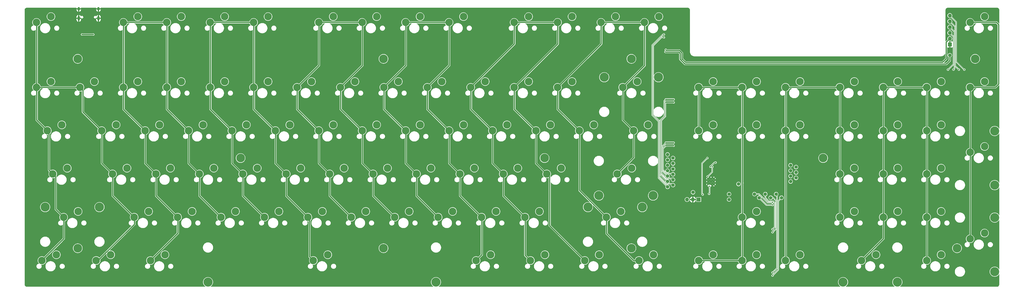
<source format=gbr>
%TF.GenerationSoftware,KiCad,Pcbnew,8.0.8*%
%TF.CreationDate,2025-02-23T09:58:19+01:00*%
%TF.ProjectId,fullsized keybored 3v3,66756c6c-7369-47a6-9564-206b6579626f,rev?*%
%TF.SameCoordinates,Original*%
%TF.FileFunction,Copper,L1,Top*%
%TF.FilePolarity,Positive*%
%FSLAX46Y46*%
G04 Gerber Fmt 4.6, Leading zero omitted, Abs format (unit mm)*
G04 Created by KiCad (PCBNEW 8.0.8) date 2025-02-23 09:58:19*
%MOMM*%
%LPD*%
G01*
G04 APERTURE LIST*
%TA.AperFunction,ComponentPad*%
%ADD10C,1.500000*%
%TD*%
%TA.AperFunction,ComponentPad*%
%ADD11C,3.800000*%
%TD*%
%TA.AperFunction,ComponentPad*%
%ADD12C,4.000000*%
%TD*%
%TA.AperFunction,ComponentPad*%
%ADD13C,3.300000*%
%TD*%
%TA.AperFunction,ComponentPad*%
%ADD14R,1.700000X1.700000*%
%TD*%
%TA.AperFunction,ComponentPad*%
%ADD15O,1.700000X1.700000*%
%TD*%
%TA.AperFunction,ComponentPad*%
%ADD16C,0.600000*%
%TD*%
%TA.AperFunction,ComponentPad*%
%ADD17O,1.000000X1.600000*%
%TD*%
%TA.AperFunction,ComponentPad*%
%ADD18O,1.000000X2.100000*%
%TD*%
%TA.AperFunction,ViaPad*%
%ADD19C,0.600000*%
%TD*%
%TA.AperFunction,Conductor*%
%ADD20C,0.200000*%
%TD*%
%TA.AperFunction,Conductor*%
%ADD21C,0.500000*%
%TD*%
%TA.AperFunction,Conductor*%
%ADD22C,0.250000*%
%TD*%
%TA.AperFunction,Conductor*%
%ADD23C,0.350000*%
%TD*%
G04 APERTURE END LIST*
D10*
%TO.P,J31,1,Pin_1*%
%TO.N,COL2*%
X299243750Y-106362500D03*
%TD*%
%TO.P,J29,1,Pin_1*%
%TO.N,COL4*%
X299243750Y-108743750D03*
%TD*%
%TO.P,J23,1,Pin_1*%
%TO.N,ROW2*%
X299243750Y-115887500D03*
%TD*%
%TO.P,J21,1,Pin_1*%
%TO.N,ROW0*%
X299243750Y-118268750D03*
%TD*%
%TO.P,J11,1,Pin_1*%
%TO.N,COL10*%
X353218750Y-113506250D03*
%TD*%
%TO.P,J14,1,Pin_1*%
%TO.N,COL7*%
X330357184Y-117008098D03*
%TD*%
D11*
%TO.P,H7,1*%
%TO.N,N/C*%
X283368750Y-145256250D03*
%TD*%
D10*
%TO.P,J10,1,Pin_1*%
%TO.N,/GPIO15*%
X326231250Y-123825000D03*
%TD*%
%TO.P,J30,1,Pin_1*%
%TO.N,COL3*%
X301625000Y-107950000D03*
%TD*%
%TO.P,J32,1,Pin_1*%
%TO.N,COL1*%
X301625000Y-105568750D03*
%TD*%
%TO.P,J33,1,Pin_1*%
%TO.N,COL0*%
X299243750Y-103981250D03*
%TD*%
%TO.P,J28,1,Pin_1*%
%TO.N,COL5*%
X301625000Y-110331250D03*
%TD*%
D12*
%TO.P,S7,*%
%TO.N,*%
X442753750Y-131762500D03*
X442753750Y-155575000D03*
%TD*%
D10*
%TO.P,J25,1,Pin_1*%
%TO.N,ROW4*%
X299243750Y-113506250D03*
%TD*%
D11*
%TO.P,H8,1*%
%TO.N,N/C*%
X426243750Y-145256250D03*
%TD*%
%TO.P,H3,1*%
%TO.N,N/C*%
X283368750Y-61912500D03*
%TD*%
D12*
%TO.P,S8,*%
%TO.N,*%
X442753750Y-93662500D03*
X442753750Y-117475000D03*
%TD*%
D10*
%TO.P,J16,1,Pin_1*%
%TO.N,ROW10*%
X346868750Y-121443750D03*
%TD*%
D11*
%TO.P,H11,1*%
%TO.N,N/C*%
X367506250Y-105568750D03*
%TD*%
D10*
%TO.P,J20,1,Pin_1*%
%TO.N,ROW6*%
X337343750Y-121443750D03*
%TD*%
%TO.P,J26,1,Pin_1*%
%TO.N,ROW5*%
X301625000Y-112712500D03*
%TD*%
D11*
%TO.P,H1,1*%
%TO.N,N/C*%
X40481250Y-61912500D03*
%TD*%
D10*
%TO.P,J19,1,Pin_1*%
%TO.N,ROW7*%
X339437500Y-123031250D03*
%TD*%
%TO.P,J24,1,Pin_1*%
%TO.N,ROW3*%
X301625000Y-115093750D03*
%TD*%
%TO.P,J17,1,Pin_1*%
%TO.N,ROW9*%
X344487500Y-123031250D03*
%TD*%
%TO.P,J4,1,Pin_1*%
%TO.N,/GPIO14*%
X326231250Y-121443750D03*
%TD*%
D11*
%TO.P,H2,1*%
%TO.N,N/C*%
X174625000Y-61912500D03*
%TD*%
D12*
%TO.P,S2,*%
%TO.N,*%
X26193750Y-127158750D03*
X50006250Y-127158750D03*
%TD*%
D10*
%TO.P,J6,1,Pin_1*%
%TO.N,CS_3V3*%
X355600000Y-109537500D03*
%TD*%
D11*
%TO.P,H4,1*%
%TO.N,N/C*%
X434181250Y-61912500D03*
%TD*%
%TO.P,H5,1*%
%TO.N,N/C*%
X40481250Y-145256250D03*
%TD*%
%TO.P,H6,1*%
%TO.N,N/C*%
X174625000Y-145256250D03*
%TD*%
D10*
%TO.P,J15,1,Pin_1*%
%TO.N,ROW11*%
X349250000Y-123031250D03*
%TD*%
%TO.P,J27,1,Pin_1*%
%TO.N,COL6*%
X299243750Y-111125000D03*
%TD*%
%TO.P,J18,1,Pin_1*%
%TO.N,ROW8*%
X342106250Y-121443750D03*
%TD*%
D12*
%TO.P,S3,*%
%TO.N,*%
X264318750Y-127158750D03*
X288131250Y-127158750D03*
%TD*%
D10*
%TO.P,J22,1,Pin_1*%
%TO.N,ROW1*%
X301625000Y-117475000D03*
%TD*%
%TO.P,J13,1,Pin_1*%
%TO.N,COL8*%
X353218750Y-115887500D03*
%TD*%
%TO.P,J3,1,Pin_1*%
%TO.N,/GPIO16*%
X310400000Y-120650000D03*
%TD*%
D12*
%TO.P,S1,*%
%TO.N,*%
X197643750Y-160178750D03*
X97631250Y-160178750D03*
%TD*%
%TO.P,S5,*%
%TO.N,*%
X271462500Y-70008750D03*
X295275000Y-70008750D03*
%TD*%
D11*
%TO.P,H10,1*%
%TO.N,N/C*%
X245268750Y-105568750D03*
%TD*%
D10*
%TO.P,J12,1,Pin_1*%
%TO.N,COL9*%
X355600000Y-114300000D03*
%TD*%
%TO.P,J8,1,Pin_1*%
%TO.N,DIN_3V3*%
X355600000Y-111918750D03*
%TD*%
%TO.P,J5,1,Pin_1*%
%TO.N,Reset_3V3*%
X353218750Y-108743750D03*
%TD*%
D12*
%TO.P,S6,*%
%TO.N,*%
X400050000Y-160178750D03*
X376237500Y-160178750D03*
%TD*%
D10*
%TO.P,J7,1,Pin_1*%
%TO.N,CLK_3V3*%
X353218750Y-111125000D03*
%TD*%
D12*
%TO.P,S4,*%
%TO.N,*%
X292893750Y-122078750D03*
X269081250Y-122078750D03*
%TD*%
D11*
%TO.P,H9,1*%
%TO.N,N/C*%
X111918750Y-105568750D03*
%TD*%
D10*
%TO.P,J9,1,Pin_1*%
%TO.N,+5V*%
X423068750Y-60325000D03*
%TD*%
D13*
%TO.P,MX45,1,1*%
%TO.N,COL4*%
X203358750Y-93503750D03*
%TO.P,MX45,2,2*%
%TO.N,Net-(D45-A)*%
X209708750Y-90963750D03*
%TD*%
%TO.P,MX98,1,1*%
%TO.N,COL7*%
X312896250Y-150653750D03*
%TO.P,MX98,2,2*%
%TO.N,Net-(D98-A)*%
X319246250Y-148113750D03*
%TD*%
%TO.P,MX57,1,1*%
%TO.N,COL0*%
X29527500Y-112553750D03*
%TO.P,MX57,2,2*%
%TO.N,Net-(D57-A)*%
X35877500Y-110013750D03*
%TD*%
%TO.P,MX27,1,1*%
%TO.N,COL6*%
X250983750Y-74453750D03*
%TO.P,MX27,2,2*%
%TO.N,Net-(D27-A)*%
X257333750Y-71913750D03*
%TD*%
%TO.P,MX40,1,1*%
%TO.N,COL2*%
X108108750Y-93503750D03*
%TO.P,MX40,2,2*%
%TO.N,Net-(D40-A)*%
X114458750Y-90963750D03*
%TD*%
%TO.P,MX60,1,1*%
%TO.N,COL1*%
X93821250Y-112553750D03*
%TO.P,MX60,2,2*%
%TO.N,Net-(D60-A)*%
X100171250Y-110013750D03*
%TD*%
%TO.P,MX17,1,1*%
%TO.N,COL1*%
X60483750Y-74453750D03*
%TO.P,MX17,2,2*%
%TO.N,Net-(D17-A)*%
X66833750Y-71913750D03*
%TD*%
%TO.P,MX84,1,1*%
%TO.N,COL6*%
X272415000Y-131603750D03*
%TO.P,MX84,2,2*%
%TO.N,Net-(D84-A)*%
X278765000Y-129063750D03*
%TD*%
%TO.P,MX33,1,1*%
%TO.N,COL9*%
X393858750Y-74453750D03*
%TO.P,MX33,2,2*%
%TO.N,Net-(D33-A)*%
X400208750Y-71913750D03*
%TD*%
%TO.P,MX7,1,1*%
%TO.N,COL3*%
X165258750Y-45878750D03*
%TO.P,MX7,2,2*%
%TO.N,Net-(D7-A)*%
X171608750Y-43338750D03*
%TD*%
%TO.P,MX8,1,1*%
%TO.N,COL4*%
X184308750Y-45878750D03*
%TO.P,MX8,2,2*%
%TO.N,Net-(D8-A)*%
X190658750Y-43338750D03*
%TD*%
%TO.P,MX18,1,1*%
%TO.N,COL1*%
X79533750Y-74453750D03*
%TO.P,MX18,2,2*%
%TO.N,Net-(D18-A)*%
X85883750Y-71913750D03*
%TD*%
%TO.P,MX65,1,1*%
%TO.N,COL4*%
X189071250Y-112553750D03*
%TO.P,MX65,2,2*%
%TO.N,Net-(D65-A)*%
X195421250Y-110013750D03*
%TD*%
%TO.P,MX80,1,1*%
%TO.N,COL3*%
X179546250Y-131603750D03*
%TO.P,MX80,2,2*%
%TO.N,Net-(D80-A)*%
X185896250Y-129063750D03*
%TD*%
%TO.P,MX88,1,1*%
%TO.N,COL9*%
X412908750Y-131603750D03*
%TO.P,MX88,2,2*%
%TO.N,Net-(D88-A)*%
X419258750Y-129063750D03*
%TD*%
%TO.P,MX38,1,1*%
%TO.N,COL1*%
X70008750Y-93503750D03*
%TO.P,MX38,2,2*%
%TO.N,Net-(D38-A)*%
X76358750Y-90963750D03*
%TD*%
%TO.P,MX74,1,1*%
%TO.N,COL0*%
X65246250Y-131603750D03*
%TO.P,MX74,2,2*%
%TO.N,Net-(D74-A)*%
X71596250Y-129063750D03*
%TD*%
%TO.P,MX66,1,1*%
%TO.N,COL4*%
X208121250Y-112553750D03*
%TO.P,MX66,2,2*%
%TO.N,Net-(D66-A)*%
X214471250Y-110013750D03*
%TD*%
%TO.P,MX71,1,1*%
%TO.N,COL9*%
X393858750Y-112553750D03*
%TO.P,MX71,2,2*%
%TO.N,Net-(D71-A)*%
X400208750Y-110013750D03*
%TD*%
%TO.P,MX75,1,1*%
%TO.N,COL1*%
X84296250Y-131603750D03*
%TO.P,MX75,2,2*%
%TO.N,Net-(D75-A)*%
X90646250Y-129063750D03*
%TD*%
%TO.P,MX39,1,1*%
%TO.N,COL1*%
X89058750Y-93503750D03*
%TO.P,MX39,2,2*%
%TO.N,Net-(D39-A)*%
X95408750Y-90963750D03*
%TD*%
%TO.P,MX83,1,1*%
%TO.N,COL5*%
X236696250Y-131603750D03*
%TO.P,MX83,2,2*%
%TO.N,Net-(D83-A)*%
X243046250Y-129063750D03*
%TD*%
%TO.P,MX76,1,1*%
%TO.N,COL1*%
X103346250Y-131603750D03*
%TO.P,MX76,2,2*%
%TO.N,Net-(D76-A)*%
X109696250Y-129063750D03*
%TD*%
%TO.P,MX78,1,1*%
%TO.N,COL2*%
X141446250Y-131603750D03*
%TO.P,MX78,2,2*%
%TO.N,Net-(D78-A)*%
X147796250Y-129063750D03*
%TD*%
%TO.P,MX87,1,1*%
%TO.N,COL9*%
X393858750Y-131603750D03*
%TO.P,MX87,2,2*%
%TO.N,Net-(D87-A)*%
X400208750Y-129063750D03*
%TD*%
%TO.P,MX79,1,1*%
%TO.N,COL3*%
X160496250Y-131603750D03*
%TO.P,MX79,2,2*%
%TO.N,Net-(D79-A)*%
X166846250Y-129063750D03*
%TD*%
%TO.P,MX95,1,1*%
%TO.N,COL5*%
X239077500Y-150653750D03*
%TO.P,MX95,2,2*%
%TO.N,Net-(D95-A)*%
X245427500Y-148113750D03*
%TD*%
D14*
%TO.P,J2,1,Pin_1*%
%TO.N,GND*%
X423068750Y-55562500D03*
D15*
%TO.P,J2,2,Pin_2*%
%TO.N,+3V3*%
X423068750Y-53022500D03*
%TO.P,J2,3,Pin_3*%
%TO.N,Reset_3V3*%
X423068750Y-50482500D03*
%TO.P,J2,4,Pin_4*%
%TO.N,CS_3V3*%
X423068750Y-47942500D03*
%TO.P,J2,5,Pin_5*%
%TO.N,CLK_3V3*%
X423068750Y-45402500D03*
%TO.P,J2,6,Pin_6*%
%TO.N,DIN_3V3*%
X423068750Y-42862500D03*
%TD*%
D13*
%TO.P,MX1,1,1*%
%TO.N,COL0*%
X22383750Y-45878750D03*
%TO.P,MX1,2,2*%
%TO.N,Net-(D1-A)*%
X28733750Y-43338750D03*
%TD*%
%TO.P,MX93,1,1*%
%TO.N,COL2*%
X143827500Y-150653750D03*
%TO.P,MX93,2,2*%
%TO.N,Net-(D93-A)*%
X150177500Y-148113750D03*
%TD*%
%TO.P,MX22,1,1*%
%TO.N,COL3*%
X155733750Y-74453750D03*
%TO.P,MX22,2,2*%
%TO.N,Net-(D22-A)*%
X162083750Y-71913750D03*
%TD*%
%TO.P,MX43,1,1*%
%TO.N,COL3*%
X165258750Y-93503750D03*
%TO.P,MX43,2,2*%
%TO.N,Net-(D43-A)*%
X171608750Y-90963750D03*
%TD*%
%TO.P,MX97,1,1*%
%TO.N,COL6*%
X286702500Y-150653750D03*
%TO.P,MX97,2,2*%
%TO.N,Net-(D97-A)*%
X293052500Y-148113750D03*
%TD*%
%TO.P,MX62,1,1*%
%TO.N,COL2*%
X131921250Y-112553750D03*
%TO.P,MX62,2,2*%
%TO.N,Net-(D62-A)*%
X138271250Y-110013750D03*
%TD*%
%TO.P,MX73,1,1*%
%TO.N,COL0*%
X34290000Y-131603750D03*
%TO.P,MX73,2,2*%
%TO.N,Net-(D73-A)*%
X40640000Y-129063750D03*
%TD*%
%TO.P,MX2,1,1*%
%TO.N,COL1*%
X60483750Y-45878750D03*
%TO.P,MX2,2,2*%
%TO.N,Net-(D2-A)*%
X66833750Y-43338750D03*
%TD*%
%TO.P,MX15,1,1*%
%TO.N,COL0*%
X22383750Y-74453750D03*
%TO.P,MX15,2,2*%
%TO.N,Net-(D15-A)*%
X28733750Y-71913750D03*
%TD*%
%TO.P,MX94,1,1*%
%TO.N,COL4*%
X215265000Y-150653750D03*
%TO.P,MX94,2,2*%
%TO.N,Net-(D94-A)*%
X221615000Y-148113750D03*
%TD*%
%TO.P,MX53,1,1*%
%TO.N,COL8*%
X374808750Y-93503750D03*
%TO.P,MX53,2,2*%
%TO.N,Net-(D53-A)*%
X381158750Y-90963750D03*
%TD*%
%TO.P,MX101,1,1*%
%TO.N,COL9*%
X384333750Y-150653750D03*
%TO.P,MX101,2,2*%
%TO.N,Net-(D101-A)*%
X390683750Y-148113750D03*
%TD*%
%TO.P,MX12,1,1*%
%TO.N,COL6*%
X270033750Y-45878750D03*
%TO.P,MX12,2,2*%
%TO.N,Net-(D12-A)*%
X276383750Y-43338750D03*
%TD*%
%TO.P,MX41,1,1*%
%TO.N,COL2*%
X127158750Y-93503750D03*
%TO.P,MX41,2,2*%
%TO.N,Net-(D41-A)*%
X133508750Y-90963750D03*
%TD*%
%TO.P,MX92,1,1*%
%TO.N,COL1*%
X72390000Y-150653750D03*
%TO.P,MX92,2,2*%
%TO.N,Net-(D92-A)*%
X78740000Y-148113750D03*
%TD*%
%TO.P,MX4,1,1*%
%TO.N,COL2*%
X98583750Y-45878750D03*
%TO.P,MX4,2,2*%
%TO.N,Net-(D4-A)*%
X104933750Y-43338750D03*
%TD*%
%TO.P,MX63,1,1*%
%TO.N,COL3*%
X150971250Y-112553750D03*
%TO.P,MX63,2,2*%
%TO.N,Net-(D63-A)*%
X157321250Y-110013750D03*
%TD*%
%TO.P,MX34,1,1*%
%TO.N,COL9*%
X412908750Y-74453750D03*
%TO.P,MX34,2,2*%
%TO.N,Net-(D34-A)*%
X419258750Y-71913750D03*
%TD*%
%TO.P,MX3,1,1*%
%TO.N,COL1*%
X79533750Y-45878750D03*
%TO.P,MX3,2,2*%
%TO.N,Net-(D3-A)*%
X85883750Y-43338750D03*
%TD*%
%TO.P,MX21,1,1*%
%TO.N,COL3*%
X136683750Y-74453750D03*
%TO.P,MX21,2,2*%
%TO.N,Net-(D21-A)*%
X143033750Y-71913750D03*
%TD*%
%TO.P,MX96,1,1*%
%TO.N,COL5*%
X262890000Y-150653750D03*
%TO.P,MX96,2,2*%
%TO.N,Net-(D96-A)*%
X269240000Y-148113750D03*
%TD*%
%TO.P,MX25,1,1*%
%TO.N,COL5*%
X212883750Y-74453750D03*
%TO.P,MX25,2,2*%
%TO.N,Net-(D25-A)*%
X219233750Y-71913750D03*
%TD*%
%TO.P,MX47,1,1*%
%TO.N,COL5*%
X241458750Y-93503750D03*
%TO.P,MX47,2,2*%
%TO.N,Net-(D47-A)*%
X247808750Y-90963750D03*
%TD*%
%TO.P,MX26,1,1*%
%TO.N,COL5*%
X231933750Y-74453750D03*
%TO.P,MX26,2,2*%
%TO.N,Net-(D26-A)*%
X238283750Y-71913750D03*
%TD*%
%TO.P,MX50,1,1*%
%TO.N,COL7*%
X312896250Y-93503750D03*
%TO.P,MX50,2,2*%
%TO.N,Net-(D50-A)*%
X319246250Y-90963750D03*
%TD*%
%TO.P,MX11,1,1*%
%TO.N,COL5*%
X250983750Y-45878750D03*
%TO.P,MX11,2,2*%
%TO.N,Net-(D11-A)*%
X257333750Y-43338750D03*
%TD*%
%TO.P,MX91,1,1*%
%TO.N,COL0*%
X48577500Y-150653750D03*
%TO.P,MX91,2,2*%
%TO.N,Net-(D91-A)*%
X54927500Y-148113750D03*
%TD*%
%TO.P,MX67,1,1*%
%TO.N,COL5*%
X227171250Y-112553750D03*
%TO.P,MX67,2,2*%
%TO.N,Net-(D67-A)*%
X233521250Y-110013750D03*
%TD*%
%TO.P,MX30,1,1*%
%TO.N,COL7*%
X331946250Y-74453750D03*
%TO.P,MX30,2,2*%
%TO.N,Net-(D30-A)*%
X338296250Y-71913750D03*
%TD*%
%TO.P,MX9,1,1*%
%TO.N,COL4*%
X203358750Y-45878750D03*
%TO.P,MX9,2,2*%
%TO.N,Net-(D9-A)*%
X209708750Y-43338750D03*
%TD*%
%TO.P,MX68,1,1*%
%TO.N,COL5*%
X246221250Y-112553750D03*
%TO.P,MX68,2,2*%
%TO.N,Net-(D68-A)*%
X252571250Y-110013750D03*
%TD*%
D16*
%TO.P,U1,57,GND*%
%TO.N,GND*%
X319568750Y-117162500D03*
X319568750Y-115887500D03*
X319568750Y-114612500D03*
X318293750Y-117162500D03*
X318293750Y-115887500D03*
X318293750Y-114612500D03*
X317018750Y-117162500D03*
X317018750Y-115887500D03*
X317018750Y-114612500D03*
%TD*%
D13*
%TO.P,MX72,1,1*%
%TO.N,COL9*%
X412908750Y-112553750D03*
%TO.P,MX72,2,2*%
%TO.N,Net-(D72-A)*%
X419258750Y-110013750D03*
%TD*%
%TO.P,MX48,1,1*%
%TO.N,COL6*%
X260508750Y-93503750D03*
%TO.P,MX48,2,2*%
%TO.N,Net-(D48-A)*%
X266858750Y-90963750D03*
%TD*%
%TO.P,MX52,1,1*%
%TO.N,COL8*%
X350996250Y-93503750D03*
%TO.P,MX52,2,2*%
%TO.N,Net-(D52-A)*%
X357346250Y-90963750D03*
%TD*%
%TO.P,MX20,1,1*%
%TO.N,COL2*%
X117633750Y-74453750D03*
%TO.P,MX20,2,2*%
%TO.N,Net-(D20-A)*%
X123983750Y-71913750D03*
%TD*%
%TO.P,MX32,1,1*%
%TO.N,COL8*%
X374808750Y-74453750D03*
%TO.P,MX32,2,2*%
%TO.N,Net-(D32-A)*%
X381158750Y-71913750D03*
%TD*%
%TO.P,MX51,1,1*%
%TO.N,COL7*%
X331946250Y-93503750D03*
%TO.P,MX51,2,2*%
%TO.N,Net-(D51-A)*%
X338296250Y-90963750D03*
%TD*%
%TO.P,MX36,1,1*%
%TO.N,COL0*%
X27146250Y-93503750D03*
%TO.P,MX36,2,2*%
%TO.N,Net-(D36-A)*%
X33496250Y-90963750D03*
%TD*%
%TO.P,MX102,1,1*%
%TO.N,COL9*%
X412908750Y-150653750D03*
%TO.P,MX102,2,2*%
%TO.N,Net-(D102-A)*%
X419258750Y-148113750D03*
%TD*%
%TO.P,MX64,1,1*%
%TO.N,COL3*%
X170021250Y-112553750D03*
%TO.P,MX64,2,2*%
%TO.N,Net-(D64-A)*%
X176371250Y-110013750D03*
%TD*%
%TO.P,MX69,1,1*%
%TO.N,COL6*%
X277177500Y-112553750D03*
%TO.P,MX69,2,2*%
%TO.N,Net-(D69-A)*%
X283527500Y-110013750D03*
%TD*%
%TO.P,MX35,1,1*%
%TO.N,COL10*%
X431958750Y-74453750D03*
%TO.P,MX35,2,2*%
%TO.N,Net-(D35-A)*%
X438308750Y-71913750D03*
%TD*%
%TO.P,MX82,1,1*%
%TO.N,COL4*%
X217646250Y-131603750D03*
%TO.P,MX82,2,2*%
%TO.N,Net-(D82-A)*%
X223996250Y-129063750D03*
%TD*%
%TO.P,MX44,1,1*%
%TO.N,COL4*%
X184308750Y-93503750D03*
%TO.P,MX44,2,2*%
%TO.N,Net-(D44-A)*%
X190658750Y-90963750D03*
%TD*%
%TO.P,MX89,1,1*%
%TO.N,COL10*%
X431958750Y-141128750D03*
%TO.P,MX89,2,2*%
%TO.N,Net-(D89-A)*%
X438308750Y-138588750D03*
%TD*%
%TO.P,MX55,1,1*%
%TO.N,COL9*%
X412908750Y-93503750D03*
%TO.P,MX55,2,2*%
%TO.N,Net-(D55-A)*%
X419258750Y-90963750D03*
%TD*%
%TO.P,MX23,1,1*%
%TO.N,COL4*%
X174783750Y-74453750D03*
%TO.P,MX23,2,2*%
%TO.N,Net-(D23-A)*%
X181133750Y-71913750D03*
%TD*%
%TO.P,MX61,1,1*%
%TO.N,COL2*%
X112871250Y-112553750D03*
%TO.P,MX61,2,2*%
%TO.N,Net-(D61-A)*%
X119221250Y-110013750D03*
%TD*%
%TO.P,MX58,1,1*%
%TO.N,COL0*%
X55721250Y-112553750D03*
%TO.P,MX58,2,2*%
%TO.N,Net-(D58-A)*%
X62071250Y-110013750D03*
%TD*%
%TO.P,MX46,1,1*%
%TO.N,COL5*%
X222408750Y-93503750D03*
%TO.P,MX46,2,2*%
%TO.N,Net-(D46-A)*%
X228758750Y-90963750D03*
%TD*%
D14*
%TO.P,SWD1,1,Pin_1*%
%TO.N,SWCLK*%
X312896250Y-123825000D03*
D15*
%TO.P,SWD1,2,Pin_2*%
%TO.N,GND*%
X310356250Y-123825000D03*
%TO.P,SWD1,3,Pin_3*%
%TO.N,SWD*%
X307816250Y-123825000D03*
%TD*%
D13*
%TO.P,MX24,1,1*%
%TO.N,COL4*%
X193833750Y-74453750D03*
%TO.P,MX24,2,2*%
%TO.N,Net-(D24-A)*%
X200183750Y-71913750D03*
%TD*%
%TO.P,MX42,1,1*%
%TO.N,COL3*%
X146208750Y-93503750D03*
%TO.P,MX42,2,2*%
%TO.N,Net-(D42-A)*%
X152558750Y-90963750D03*
%TD*%
%TO.P,MX54,1,1*%
%TO.N,COL9*%
X393858750Y-93503750D03*
%TO.P,MX54,2,2*%
%TO.N,Net-(D54-A)*%
X400208750Y-90963750D03*
%TD*%
%TO.P,MX28,1,1*%
%TO.N,COL6*%
X279558750Y-74453750D03*
%TO.P,MX28,2,2*%
%TO.N,Net-(D28-A)*%
X285908750Y-71913750D03*
%TD*%
%TO.P,MX49,1,1*%
%TO.N,COL6*%
X284321250Y-93503750D03*
%TO.P,MX49,2,2*%
%TO.N,Net-(D49-A)*%
X290671250Y-90963750D03*
%TD*%
%TO.P,MX90,1,1*%
%TO.N,COL0*%
X24765000Y-150653750D03*
%TO.P,MX90,2,2*%
%TO.N,Net-(D90-A)*%
X31115000Y-148113750D03*
%TD*%
%TO.P,MX16,1,1*%
%TO.N,COL0*%
X41433750Y-74453750D03*
%TO.P,MX16,2,2*%
%TO.N,Net-(D16-A)*%
X47783750Y-71913750D03*
%TD*%
%TO.P,MX70,1,1*%
%TO.N,COL8*%
X374808750Y-112553750D03*
%TO.P,MX70,2,2*%
%TO.N,Net-(D70-A)*%
X381158750Y-110013750D03*
%TD*%
%TO.P,MX29,1,1*%
%TO.N,COL7*%
X312896250Y-74453750D03*
%TO.P,MX29,2,2*%
%TO.N,Net-(D29-A)*%
X319246250Y-71913750D03*
%TD*%
D17*
%TO.P,J1,S1,SHIELD*%
%TO.N,GND*%
X40923750Y-39925000D03*
D18*
X40923750Y-44105000D03*
D17*
X49563750Y-39925000D03*
D18*
X49563750Y-44105000D03*
%TD*%
D13*
%TO.P,MX13,1,1*%
%TO.N,COL6*%
X289083750Y-45878750D03*
%TO.P,MX13,2,2*%
%TO.N,Net-(D13-A)*%
X295433750Y-43338750D03*
%TD*%
%TO.P,MX56,1,1*%
%TO.N,COL10*%
X431958750Y-103028750D03*
%TO.P,MX56,2,2*%
%TO.N,Net-(D56-A)*%
X438308750Y-100488750D03*
%TD*%
%TO.P,MX31,1,1*%
%TO.N,COL8*%
X350996250Y-74453750D03*
%TO.P,MX31,2,2*%
%TO.N,Net-(D31-A)*%
X357346250Y-71913750D03*
%TD*%
%TO.P,MX99,1,1*%
%TO.N,COL7*%
X331946250Y-150653750D03*
%TO.P,MX99,2,2*%
%TO.N,Net-(D99-A)*%
X338296250Y-148113750D03*
%TD*%
%TO.P,MX85,1,1*%
%TO.N,COL7*%
X331946250Y-131603750D03*
%TO.P,MX85,2,2*%
%TO.N,Net-(D85-A)*%
X338296250Y-129063750D03*
%TD*%
%TO.P,MX86,1,1*%
%TO.N,COL8*%
X374808750Y-131603750D03*
%TO.P,MX86,2,2*%
%TO.N,Net-(D86-A)*%
X381158750Y-129063750D03*
%TD*%
%TO.P,MX37,1,1*%
%TO.N,COL0*%
X50958750Y-93503750D03*
%TO.P,MX37,2,2*%
%TO.N,Net-(D37-A)*%
X57308750Y-90963750D03*
%TD*%
%TO.P,MX14,1,1*%
%TO.N,COL10*%
X431958750Y-45878750D03*
%TO.P,MX14,2,2*%
%TO.N,Net-(D14-A)*%
X438308750Y-43338750D03*
%TD*%
%TO.P,MX6,1,1*%
%TO.N,COL3*%
X146208750Y-45878750D03*
%TO.P,MX6,2,2*%
%TO.N,Net-(D6-A)*%
X152558750Y-43338750D03*
%TD*%
%TO.P,MX81,1,1*%
%TO.N,COL4*%
X198596250Y-131603750D03*
%TO.P,MX81,2,2*%
%TO.N,Net-(D81-A)*%
X204946250Y-129063750D03*
%TD*%
%TO.P,MX19,1,1*%
%TO.N,COL2*%
X98583750Y-74453750D03*
%TO.P,MX19,2,2*%
%TO.N,Net-(D19-A)*%
X104933750Y-71913750D03*
%TD*%
%TO.P,MX5,1,1*%
%TO.N,COL2*%
X117633750Y-45878750D03*
%TO.P,MX5,2,2*%
%TO.N,Net-(D5-A)*%
X123983750Y-43338750D03*
%TD*%
%TO.P,MX10,1,1*%
%TO.N,COL5*%
X231933750Y-45878750D03*
%TO.P,MX10,2,2*%
%TO.N,Net-(D10-A)*%
X238283750Y-43338750D03*
%TD*%
%TO.P,MX100,1,1*%
%TO.N,COL8*%
X350996250Y-150653750D03*
%TO.P,MX100,2,2*%
%TO.N,Net-(D100-A)*%
X357346250Y-148113750D03*
%TD*%
%TO.P,MX77,1,1*%
%TO.N,COL2*%
X122396250Y-131603750D03*
%TO.P,MX77,2,2*%
%TO.N,Net-(D77-A)*%
X128746250Y-129063750D03*
%TD*%
%TO.P,MX59,1,1*%
%TO.N,COL1*%
X74771250Y-112553750D03*
%TO.P,MX59,2,2*%
%TO.N,Net-(D59-A)*%
X81121250Y-110013750D03*
%TD*%
D19*
%TO.N,ROW0*%
X42326267Y-51188072D03*
X297656250Y-51187500D03*
X47314897Y-51188683D03*
%TO.N,ROW1*%
X297661484Y-52501371D03*
%TO.N,ROW2*%
X298450000Y-79762500D03*
X301906250Y-79769023D03*
%TO.N,ROW3*%
X298450000Y-81075000D03*
X301906250Y-81080277D03*
%TO.N,ROW4*%
X301906250Y-98817591D03*
X298493750Y-98809739D03*
%TO.N,ROW5*%
X301906250Y-100136697D03*
X298493750Y-100127660D03*
%TO.N,COL7*%
X332073920Y-116485613D03*
%TO.N,ROW6*%
X345281250Y-125118954D03*
%TO.N,ROW7*%
X345281250Y-126206250D03*
%TO.N,ROW8*%
X345281250Y-136912500D03*
%TO.N,ROW9*%
X345281250Y-138225000D03*
%TO.N,ROW10*%
X345281250Y-155962500D03*
%TO.N,ROW11*%
X345281250Y-157275000D03*
%TO.N,+3V3*%
X320315690Y-107551293D03*
X298450000Y-57943750D03*
X318059942Y-109375352D03*
%TO.N,GND*%
X92868750Y-57150000D03*
X273843750Y-57150000D03*
X309433417Y-102927962D03*
X142081250Y-57150000D03*
X277812500Y-57150000D03*
X215900000Y-57150000D03*
X300037500Y-70643750D03*
X257175000Y-57150000D03*
X113506250Y-57150000D03*
X306190275Y-102924099D03*
X316649403Y-123929194D03*
X130175000Y-57150000D03*
X291306250Y-57150000D03*
X171450000Y-57150000D03*
X105568750Y-57150000D03*
X313241655Y-109241120D03*
X68262500Y-57150000D03*
X322050102Y-126833707D03*
X43654960Y-49211401D03*
X80962500Y-57150000D03*
X122237500Y-57150000D03*
X48896578Y-57617317D03*
X253206250Y-57150000D03*
X261143750Y-57150000D03*
X300037500Y-86518750D03*
X316177109Y-109219376D03*
X47820245Y-57617317D03*
X196056250Y-57150000D03*
X126206250Y-57150000D03*
X245268750Y-57150000D03*
X76993750Y-57150000D03*
X45243750Y-41275000D03*
X300037500Y-74612500D03*
X150812500Y-57150000D03*
X300037500Y-94456250D03*
X310980269Y-111285066D03*
X134143750Y-57150000D03*
X224631250Y-57150000D03*
X240506250Y-57150000D03*
X318212150Y-106838540D03*
X309999476Y-116895484D03*
X44450000Y-54768750D03*
X187325000Y-57150000D03*
X166687500Y-57150000D03*
X46993749Y-52387500D03*
X300037500Y-90487500D03*
X158750000Y-57150000D03*
X183356250Y-57150000D03*
X191293750Y-57150000D03*
X296068750Y-57150000D03*
X319248619Y-106874780D03*
X47625000Y-49212500D03*
X179387500Y-57150000D03*
X154781250Y-57150000D03*
X281781250Y-57150000D03*
X302922962Y-102927962D03*
X300037500Y-82550000D03*
X228600000Y-57150000D03*
X64293750Y-57150000D03*
X200025000Y-57150000D03*
X88900000Y-57150000D03*
X52387500Y-57150000D03*
X300037500Y-61912500D03*
X84931250Y-57150000D03*
X138112500Y-57150000D03*
X310991141Y-112274422D03*
X162718750Y-57150000D03*
X109537500Y-57150000D03*
X207962500Y-57150000D03*
X73025000Y-57150000D03*
X175418750Y-57150000D03*
X285750000Y-57150000D03*
X47625000Y-54768750D03*
X101600000Y-57150000D03*
X310356250Y-125412500D03*
X325879502Y-112285872D03*
X423068750Y-57943750D03*
X323388496Y-125778995D03*
X220662500Y-57150000D03*
X97631250Y-57150000D03*
X42656021Y-57682549D03*
X211931250Y-57150000D03*
X265112500Y-57150000D03*
X300037500Y-65881250D03*
X300856754Y-102089350D03*
X236537500Y-57150000D03*
X300037500Y-78581250D03*
X326952975Y-116895613D03*
X322991344Y-107551685D03*
X56356250Y-57150000D03*
%TO.N,+1V1*%
X318859853Y-109387447D03*
X316862500Y-113662500D03*
X317649227Y-117987500D03*
X317443063Y-121309030D03*
%TO.N,+5V*%
X298319671Y-58874082D03*
%TO.N,~{RESET}*%
X316706250Y-105568750D03*
X314663174Y-121591360D03*
%TO.N,CS_3V3*%
X424656250Y-66675000D03*
%TO.N,Reset_3V3*%
X422275000Y-66675000D03*
%TO.N,CLK_3V3*%
X427037500Y-66675000D03*
%TO.N,DIN_3V3*%
X429418750Y-66675000D03*
%TD*%
D20*
%TO.N,ROW0*%
X297213971Y-51187500D02*
X292493750Y-55907721D01*
X292493750Y-55907721D02*
X292493750Y-86684436D01*
X295275000Y-89465686D02*
X295275000Y-114300000D01*
X292493750Y-86684436D02*
X295275000Y-89465686D01*
D21*
X47314897Y-51188683D02*
X42326878Y-51188683D01*
D20*
X297656250Y-51187500D02*
X297213971Y-51187500D01*
D21*
X42326878Y-51188683D02*
X42326267Y-51188072D01*
D20*
X295275000Y-114300000D02*
X299243750Y-118268750D01*
%TO.N,ROW1*%
X292893750Y-56073407D02*
X292893750Y-86518750D01*
X301087500Y-116937500D02*
X301625000Y-117475000D01*
X297661484Y-52501371D02*
X296465786Y-52501371D01*
X296465786Y-52501371D02*
X292893750Y-56073407D01*
X295675000Y-89300000D02*
X295675000Y-113803675D01*
X295675000Y-113803675D02*
X298808825Y-116937500D01*
X298808825Y-116937500D02*
X301087500Y-116937500D01*
X292893750Y-86518750D02*
X295675000Y-89300000D01*
D21*
%TO.N,ROW2*%
X301899727Y-79762500D02*
X301906250Y-79769023D01*
D20*
X296075000Y-112718750D02*
X299243750Y-115887500D01*
X297850000Y-87118750D02*
X296075000Y-88893750D01*
X298450000Y-79762500D02*
X297850000Y-80362500D01*
X296075000Y-88893750D02*
X296075000Y-112718750D01*
D21*
X298450000Y-79762500D02*
X301899727Y-79762500D01*
D20*
X297850000Y-80362500D02*
X297850000Y-87118750D01*
%TO.N,ROW3*%
X296475000Y-112222425D02*
X298808825Y-114556250D01*
D21*
X301906250Y-81080277D02*
X298455277Y-81080277D01*
X298455277Y-81080277D02*
X298450000Y-81075000D01*
D20*
X298250000Y-81275000D02*
X298250000Y-87284436D01*
X296475000Y-89059436D02*
X296475000Y-112222425D01*
X298250000Y-87284436D02*
X296475000Y-89059436D01*
X298808825Y-114556250D02*
X301087500Y-114556250D01*
X301087500Y-114556250D02*
X301625000Y-115093750D01*
X298450000Y-81075000D02*
X298250000Y-81275000D01*
%TO.N,ROW4*%
X296875000Y-100428489D02*
X297775829Y-99527660D01*
X296875000Y-100428489D02*
X296875000Y-111137500D01*
D21*
X301898398Y-98809739D02*
X301906250Y-98817591D01*
D20*
X298493750Y-98809739D02*
X296875000Y-100428489D01*
D21*
X298493750Y-98809739D02*
X301898398Y-98809739D01*
D20*
X296875000Y-111137500D02*
X299243750Y-113506250D01*
D21*
%TO.N,ROW5*%
X301897213Y-100127660D02*
X301906250Y-100136697D01*
D20*
X298493750Y-100127660D02*
X297275000Y-101346410D01*
X297275000Y-109537500D02*
X297275000Y-110743750D01*
X297275000Y-101346410D02*
X297275000Y-109537500D01*
D21*
X298493750Y-100127660D02*
X301897213Y-100127660D01*
D20*
X298987500Y-112456250D02*
X301368750Y-112456250D01*
X301368750Y-112456250D02*
X301625000Y-112712500D01*
X297275000Y-110743750D02*
X298987500Y-112456250D01*
D21*
%TO.N,COL0*%
X22488750Y-74348750D02*
X22488750Y-45983750D01*
X34290000Y-131603750D02*
X30843600Y-128157350D01*
X34395000Y-141023750D02*
X34395000Y-131708750D01*
X27877500Y-110903750D02*
X27877500Y-94235000D01*
X65351250Y-131708750D02*
X65246250Y-131603750D01*
X49410794Y-150653750D02*
X65351250Y-134713294D01*
X29527500Y-112553750D02*
X27877500Y-110903750D01*
X22383750Y-74453750D02*
X22488750Y-74348750D01*
X27146250Y-93503750D02*
X22488750Y-88846250D01*
X51063750Y-107896250D02*
X51063750Y-93608750D01*
X30843600Y-128157350D02*
X30843600Y-113869850D01*
X48577500Y-150653750D02*
X49410794Y-150653750D01*
X65246250Y-131603750D02*
X55826250Y-122183750D01*
X27877500Y-94235000D02*
X27146250Y-93503750D01*
X42749850Y-75769850D02*
X41433750Y-74453750D01*
X55721250Y-112553750D02*
X51063750Y-107896250D01*
X22488750Y-74558750D02*
X22383750Y-74453750D01*
X51063750Y-93608750D02*
X50958750Y-93503750D01*
X42749850Y-85294850D02*
X42749850Y-75769850D01*
X55826250Y-112658750D02*
X55721250Y-112553750D01*
X30843600Y-113869850D02*
X29527500Y-112553750D01*
X24765000Y-150653750D02*
X34395000Y-141023750D01*
X55826250Y-122183750D02*
X55826250Y-112658750D01*
X41433750Y-74453750D02*
X22383750Y-74453750D01*
X50958750Y-93503750D02*
X42749850Y-85294850D01*
X22488750Y-45983750D02*
X22383750Y-45878750D01*
X65351250Y-134713294D02*
X65351250Y-131708750D01*
X34395000Y-131708750D02*
X34290000Y-131603750D01*
X22488750Y-88846250D02*
X22488750Y-74558750D01*
%TO.N,COL2*%
X117633750Y-45878750D02*
X117738750Y-45983750D01*
X132026250Y-122183750D02*
X132026250Y-112658750D01*
X98688750Y-74348750D02*
X98583750Y-74453750D01*
X108213750Y-107896250D02*
X112871250Y-112553750D01*
X112976250Y-122183750D02*
X122396250Y-131603750D01*
X117738750Y-84083750D02*
X127158750Y-93503750D01*
X98688750Y-74558750D02*
X98688750Y-84083750D01*
X108213750Y-93608750D02*
X108213750Y-107896250D01*
X98583750Y-74453750D02*
X98688750Y-74558750D01*
X112871250Y-112553750D02*
X112976250Y-112658750D01*
X117738750Y-74558750D02*
X117738750Y-84083750D01*
X98688750Y-45983750D02*
X98688750Y-74348750D01*
X127263750Y-107896250D02*
X131921250Y-112553750D01*
X117633750Y-74453750D02*
X117738750Y-74558750D01*
X143827500Y-150653750D02*
X142177500Y-149003750D01*
X98583750Y-45878750D02*
X98688750Y-45983750D01*
X132026250Y-112658750D02*
X131921250Y-112553750D01*
X112976250Y-112658750D02*
X112976250Y-122183750D01*
X117738750Y-74348750D02*
X117633750Y-74453750D01*
X127263750Y-93608750D02*
X127263750Y-107896250D01*
X142177500Y-149003750D02*
X142177500Y-132335000D01*
X141446250Y-131603750D02*
X132026250Y-122183750D01*
X117738750Y-45983750D02*
X117738750Y-74348750D01*
X127158750Y-93503750D02*
X127263750Y-93608750D01*
X142177500Y-132335000D02*
X141446250Y-131603750D01*
X98688750Y-84083750D02*
X108108750Y-93503750D01*
X117633750Y-45878750D02*
X98583750Y-45878750D01*
X108108750Y-93503750D02*
X108213750Y-93608750D01*
%TO.N,COL3*%
X165363750Y-107896250D02*
X165363750Y-93608750D01*
X165363750Y-93608750D02*
X165258750Y-93503750D01*
X146313750Y-93608750D02*
X146208750Y-93503750D01*
X170021250Y-112553750D02*
X165363750Y-107896250D01*
X165363750Y-45983750D02*
X165363750Y-64823750D01*
X146313750Y-45983750D02*
X146313750Y-64823750D01*
X146313750Y-64823750D02*
X136683750Y-74453750D01*
X179546250Y-131603750D02*
X170126250Y-122183750D01*
X150971250Y-112553750D02*
X146313750Y-107896250D01*
X165258750Y-93503750D02*
X155838750Y-84083750D01*
X155838750Y-84083750D02*
X155838750Y-74558750D01*
X165363750Y-64823750D02*
X155733750Y-74453750D01*
X165258750Y-45878750D02*
X165363750Y-45983750D01*
X136683750Y-74453750D02*
X136788750Y-74558750D01*
X170126250Y-112658750D02*
X170021250Y-112553750D01*
X151076250Y-122183750D02*
X151076250Y-112658750D01*
X151076250Y-112658750D02*
X150971250Y-112553750D01*
X146208750Y-45878750D02*
X146313750Y-45983750D01*
X136788750Y-84083750D02*
X146208750Y-93503750D01*
X136788750Y-74558750D02*
X136788750Y-84083750D01*
X170126250Y-122183750D02*
X170126250Y-112658750D01*
X160496250Y-131603750D02*
X151076250Y-122183750D01*
X165258750Y-45878750D02*
X146208750Y-45878750D01*
X146313750Y-107896250D02*
X146313750Y-93608750D01*
X155838750Y-74558750D02*
X155733750Y-74453750D01*
%TO.N,COL4*%
X184413750Y-64823750D02*
X174783750Y-74453750D01*
X184308750Y-93503750D02*
X174888750Y-84083750D01*
X203463750Y-107896250D02*
X203463750Y-93608750D01*
X184308750Y-45878750D02*
X203358750Y-45878750D01*
X217646250Y-131603750D02*
X208226250Y-122183750D01*
X189176250Y-122183750D02*
X189176250Y-112658750D01*
X184413750Y-107896250D02*
X184413750Y-93608750D01*
X193938750Y-84083750D02*
X193938750Y-74558750D01*
X174888750Y-74558750D02*
X174783750Y-74453750D01*
X203463750Y-64823750D02*
X193833750Y-74453750D01*
X184308750Y-45878750D02*
X184413750Y-45983750D01*
X208226250Y-122183750D02*
X208226250Y-112658750D01*
X208226250Y-112658750D02*
X208121250Y-112553750D01*
X198596250Y-131603750D02*
X189176250Y-122183750D01*
X184413750Y-45983750D02*
X184413750Y-64823750D01*
X208121250Y-112553750D02*
X203463750Y-107896250D01*
X189071250Y-112553750D02*
X184413750Y-107896250D01*
X174888750Y-84083750D02*
X174888750Y-74558750D01*
X193938750Y-74558750D02*
X193833750Y-74453750D01*
X184413750Y-93608750D02*
X184308750Y-93503750D01*
X215265000Y-150653750D02*
X217751250Y-148167500D01*
X189176250Y-112658750D02*
X189071250Y-112553750D01*
X217751250Y-148167500D02*
X217751250Y-131708750D01*
X217751250Y-131708750D02*
X217646250Y-131603750D01*
X203463750Y-93608750D02*
X203358750Y-93503750D01*
X203358750Y-93503750D02*
X193938750Y-84083750D01*
X203358750Y-45878750D02*
X203463750Y-45983750D01*
X203463750Y-45983750D02*
X203463750Y-64823750D01*
%TO.N,COL5*%
X227171250Y-112553750D02*
X222513750Y-107896250D01*
X241458750Y-93503750D02*
X241563750Y-93608750D01*
X212988750Y-74558750D02*
X212988750Y-84083750D01*
X236696250Y-131603750D02*
X227276250Y-122183750D01*
X262890000Y-150653750D02*
X247537350Y-135301100D01*
X222513750Y-93608750D02*
X222408750Y-93503750D01*
X247537350Y-135301100D02*
X247537350Y-113869850D01*
X236801250Y-131708750D02*
X236696250Y-131603750D01*
X232038750Y-45983750D02*
X232038750Y-55298750D01*
X227276250Y-122183750D02*
X227276250Y-112658750D01*
X241563750Y-107896250D02*
X246221250Y-112553750D01*
X231933750Y-45878750D02*
X232038750Y-45983750D01*
X251088750Y-55298750D02*
X231933750Y-74453750D01*
X239077500Y-150653750D02*
X236801250Y-148377500D01*
X251088750Y-45983750D02*
X251088750Y-55298750D01*
X227276250Y-112658750D02*
X227171250Y-112553750D01*
X247537350Y-113869850D02*
X246221250Y-112553750D01*
X232038750Y-74558750D02*
X232038750Y-84083750D01*
X222513750Y-107896250D02*
X222513750Y-93608750D01*
X250983750Y-45878750D02*
X251088750Y-45983750D01*
X232038750Y-55298750D02*
X212883750Y-74453750D01*
X212883750Y-74453750D02*
X212988750Y-74558750D01*
X231933750Y-74453750D02*
X232038750Y-74558750D01*
X236801250Y-148377500D02*
X236801250Y-131708750D01*
X212988750Y-84083750D02*
X222408750Y-93503750D01*
X232038750Y-84083750D02*
X241458750Y-93503750D01*
X241563750Y-93608750D02*
X241563750Y-107896250D01*
X231933750Y-45878750D02*
X250983750Y-45878750D01*
%TO.N,COL7*%
X332051250Y-150548750D02*
X331946250Y-150653750D01*
X313001250Y-74558750D02*
X313001250Y-93398750D01*
X332051250Y-115887500D02*
X332051250Y-150548750D01*
D20*
X332051250Y-116462943D02*
X332051250Y-115887500D01*
D21*
X331946250Y-74453750D02*
X332051250Y-74558750D01*
X331946250Y-150653750D02*
X312896250Y-150653750D01*
X312896250Y-74453750D02*
X313001250Y-74558750D01*
X332051250Y-74558750D02*
X332051250Y-115887500D01*
D20*
X332073920Y-116485613D02*
X332051250Y-116462943D01*
D21*
X313001250Y-150548750D02*
X312896250Y-150653750D01*
X313001250Y-93398750D02*
X312896250Y-93503750D01*
X312896250Y-74453750D02*
X331946250Y-74453750D01*
%TO.N,COL8*%
X374913750Y-131498750D02*
X374808750Y-131603750D01*
X350996250Y-150653750D02*
X351101250Y-150548750D01*
X374808750Y-74453750D02*
X374913750Y-74558750D01*
X350996250Y-74453750D02*
X374808750Y-74453750D01*
X351101250Y-74558750D02*
X350996250Y-74453750D01*
X374913750Y-74558750D02*
X374913750Y-131498750D01*
X351101250Y-150548750D02*
X351101250Y-74558750D01*
%TO.N,COL9*%
X393963750Y-141023750D02*
X393963750Y-131708750D01*
X393963750Y-74558750D02*
X393963750Y-131498750D01*
X413013750Y-131708750D02*
X413013750Y-150548750D01*
X384333750Y-150653750D02*
X393963750Y-141023750D01*
X412908750Y-74453750D02*
X413013750Y-74558750D01*
X412908750Y-131603750D02*
X413013750Y-131708750D01*
X413013750Y-74558750D02*
X413013750Y-131498750D01*
X413013750Y-131498750D02*
X412908750Y-131603750D01*
X393858750Y-74453750D02*
X412908750Y-74453750D01*
X393858750Y-74453750D02*
X393963750Y-74558750D01*
X393963750Y-131498750D02*
X393858750Y-131603750D01*
X393963750Y-131708750D02*
X393858750Y-131603750D01*
X413013750Y-150548750D02*
X412908750Y-150653750D01*
%TO.N,COL10*%
X443547500Y-45878750D02*
X431958750Y-45878750D01*
X444500000Y-73025000D02*
X444500000Y-46831250D01*
X431958750Y-45878750D02*
X432063750Y-45983750D01*
X431958750Y-74453750D02*
X443071250Y-74453750D01*
X443071250Y-74453750D02*
X444500000Y-73025000D01*
X444500000Y-46831250D02*
X443547500Y-45878750D01*
X432063750Y-141023750D02*
X431958750Y-141128750D01*
X432063750Y-74612500D02*
X432063750Y-141023750D01*
D20*
%TO.N,ROW6*%
X339370280Y-121443750D02*
X337343750Y-121443750D01*
X345281250Y-125118954D02*
X343045484Y-125118954D01*
X343045484Y-125118954D02*
X339370280Y-121443750D01*
%TO.N,ROW7*%
X342612500Y-126206250D02*
X339437500Y-123031250D01*
X345281250Y-126206250D02*
X342612500Y-126206250D01*
%TO.N,ROW8*%
X342106250Y-123031250D02*
X342106250Y-121443750D01*
X345529779Y-124518954D02*
X343593954Y-124518954D01*
X345281250Y-136912500D02*
X346268750Y-135925000D01*
X343593954Y-124518954D02*
X342106250Y-123031250D01*
X346268750Y-135925000D02*
X346268750Y-125257925D01*
X346268750Y-125257925D02*
X345529779Y-124518954D01*
%TO.N,ROW9*%
X345548160Y-123031250D02*
X344487500Y-123031250D01*
X346868750Y-136637500D02*
X346868750Y-124351840D01*
X345281250Y-138225000D02*
X346868750Y-136637500D01*
X346868750Y-124351840D02*
X345548160Y-123031250D01*
%TO.N,ROW10*%
X347318750Y-153925000D02*
X347318750Y-121893750D01*
X347318750Y-121893750D02*
X346868750Y-121443750D01*
X345281250Y-155962500D02*
X347318750Y-153925000D01*
D21*
%TO.N,COL1*%
X70113750Y-107896250D02*
X74771250Y-112553750D01*
X79533750Y-45878750D02*
X60483750Y-45878750D01*
X60483750Y-74453750D02*
X60588750Y-74558750D01*
X89163750Y-107896250D02*
X93821250Y-112553750D01*
X60588750Y-45983750D02*
X60588750Y-74348750D01*
X79638750Y-74348750D02*
X79533750Y-74453750D01*
X60588750Y-74348750D02*
X60483750Y-74453750D01*
X74876250Y-112658750D02*
X74876250Y-122183750D01*
X79638750Y-74558750D02*
X79638750Y-84083750D01*
X74771250Y-112553750D02*
X74876250Y-112658750D01*
X60588750Y-84083750D02*
X70008750Y-93503750D01*
X79638750Y-45983750D02*
X79638750Y-74348750D01*
X93926250Y-112658750D02*
X93926250Y-122183750D01*
X84401250Y-138642500D02*
X72390000Y-150653750D01*
X93821250Y-112553750D02*
X93926250Y-112658750D01*
X79638750Y-84083750D02*
X89058750Y-93503750D01*
X93926250Y-122183750D02*
X103346250Y-131603750D01*
X70008750Y-93503750D02*
X70113750Y-93608750D01*
X89058750Y-93503750D02*
X89163750Y-93608750D01*
X89163750Y-93608750D02*
X89163750Y-107896250D01*
X84401250Y-131708750D02*
X84401250Y-138642500D01*
X60588750Y-74558750D02*
X60588750Y-84083750D01*
X70113750Y-93608750D02*
X70113750Y-107896250D01*
X74876250Y-122183750D02*
X84296250Y-131603750D01*
X60483750Y-45878750D02*
X60588750Y-45983750D01*
X84296250Y-131603750D02*
X84401250Y-131708750D01*
X79533750Y-74453750D02*
X79638750Y-74558750D01*
X79533750Y-45878750D02*
X79638750Y-45983750D01*
%TO.N,COL6*%
X284321250Y-93503750D02*
X284426250Y-93608750D01*
X289188750Y-45983750D02*
X289188750Y-64823750D01*
X279663750Y-88846250D02*
X279663750Y-74558750D01*
X289188750Y-64823750D02*
X279558750Y-74453750D01*
X260613750Y-119802500D02*
X271920025Y-131108775D01*
X260613750Y-93608750D02*
X260613750Y-119802500D01*
X260508750Y-93503750D02*
X260613750Y-93608750D01*
X284321250Y-93503750D02*
X279663750Y-88846250D01*
X272415000Y-131603750D02*
X272520000Y-131708750D01*
X251088750Y-84083750D02*
X260508750Y-93503750D01*
X272520000Y-138804702D02*
X284369048Y-150653750D01*
X272520000Y-131708750D02*
X272520000Y-138804702D01*
X270138750Y-45983750D02*
X270138750Y-55298750D01*
X251088750Y-74558750D02*
X251088750Y-84083750D01*
X289083750Y-45878750D02*
X289188750Y-45983750D01*
X284426250Y-105305000D02*
X277177500Y-112553750D01*
X284369048Y-150653750D02*
X286702500Y-150653750D01*
X270033750Y-45878750D02*
X270138750Y-45983750D01*
X279663750Y-74558750D02*
X279558750Y-74453750D01*
X270033750Y-45878750D02*
X289083750Y-45878750D01*
X270138750Y-55298750D02*
X250983750Y-74453750D01*
X250983750Y-74453750D02*
X251088750Y-74558750D01*
X284426250Y-93608750D02*
X284426250Y-105305000D01*
D20*
%TO.N,ROW11*%
X347768750Y-154787500D02*
X347768750Y-124512500D01*
X345281250Y-157275000D02*
X347768750Y-154787500D01*
X347768750Y-124512500D02*
X349250000Y-123031250D01*
D22*
%TO.N,+3V3*%
X320315690Y-107551293D02*
X319812123Y-107551293D01*
X319812123Y-107551293D02*
X318059942Y-109303474D01*
D21*
X304492399Y-58233700D02*
X305593750Y-59335051D01*
D22*
X318059942Y-109303474D02*
X318059942Y-109375352D01*
D21*
X298450000Y-57943750D02*
X298739950Y-58233700D01*
X419893750Y-63500000D02*
X421481250Y-61912500D01*
X421481250Y-61912500D02*
X421481250Y-54610000D01*
X305593750Y-59335051D02*
X305593750Y-61912500D01*
X305593750Y-61912500D02*
X307181250Y-63500000D01*
X421481250Y-54610000D02*
X423068750Y-53022500D01*
X298739950Y-58233700D02*
X304492399Y-58233700D01*
X307181250Y-63500000D02*
X419893750Y-63500000D01*
%TO.N,GND*%
X423068750Y-55562500D02*
X423068750Y-57943750D01*
D23*
X319568750Y-114612500D02*
X319568750Y-117162500D01*
X317018750Y-115887500D02*
X319568750Y-115887500D01*
X317018750Y-114612500D02*
X318293750Y-115887500D01*
D21*
X43654960Y-49211401D02*
X47623901Y-49211401D01*
D23*
X317018750Y-117162500D02*
X317018750Y-114612500D01*
D21*
X47623901Y-49211401D02*
X47625000Y-49212500D01*
D23*
X318293750Y-117162500D02*
X318293750Y-114612500D01*
X317018750Y-114612500D02*
X319568750Y-114612500D01*
X318293750Y-115887500D02*
X319568750Y-117162500D01*
X319568750Y-114612500D02*
X317018750Y-117162500D01*
X317018750Y-117162500D02*
X319568750Y-117162500D01*
D20*
%TO.N,+1V1*%
X317649227Y-121102866D02*
X317443063Y-121309030D01*
X317649227Y-117987500D02*
X317649227Y-121102866D01*
X318859853Y-111665147D02*
X316862500Y-113662500D01*
X318859853Y-109387447D02*
X318859853Y-111665147D01*
D21*
%TO.N,+5V*%
X304202450Y-58933700D02*
X304800000Y-59531250D01*
X304800000Y-59531250D02*
X304800000Y-62108700D01*
X298379289Y-58933700D02*
X304202450Y-58933700D01*
X421575000Y-64200000D02*
X423068750Y-62706250D01*
X304800000Y-62108700D02*
X306891300Y-64200000D01*
X298319671Y-58874082D02*
X298379289Y-58933700D01*
X423068750Y-62706250D02*
X423068750Y-60325000D01*
X306891300Y-64200000D02*
X421575000Y-64200000D01*
D20*
%TO.N,~{RESET}*%
X314325000Y-121253186D02*
X314325000Y-107950000D01*
X314663174Y-121591360D02*
X314325000Y-121253186D01*
X314325000Y-107950000D02*
X316706250Y-105568750D01*
%TO.N,CS_3V3*%
X424656250Y-66675000D02*
X425056250Y-66275000D01*
X425056250Y-66275000D02*
X425056250Y-49930000D01*
X425056250Y-49930000D02*
X423068750Y-47942500D01*
%TO.N,Reset_3V3*%
X424656250Y-52070000D02*
X423068750Y-50482500D01*
X424656250Y-64300000D02*
X424656250Y-52070000D01*
X422281250Y-66675000D02*
X424656250Y-64300000D01*
%TO.N,CLK_3V3*%
X427037500Y-66675000D02*
X425456250Y-65093750D01*
X425456250Y-65093750D02*
X425456250Y-47790000D01*
X425456250Y-47790000D02*
X423068750Y-45402500D01*
%TO.N,DIN_3V3*%
X429418750Y-66675000D02*
X425856250Y-63112500D01*
X425856250Y-45650000D02*
X423068750Y-42862500D01*
X425856250Y-63112500D02*
X425856250Y-45650000D01*
%TD*%
%TA.AperFunction,Conductor*%
%TO.N,GND*%
G36*
X443700772Y-39394248D02*
G01*
X443700773Y-39394249D01*
X443700782Y-39394249D01*
X443703551Y-39394249D01*
X443708890Y-39394482D01*
X443889117Y-39410255D01*
X443889631Y-39410300D01*
X443900188Y-39412162D01*
X444072816Y-39458422D01*
X444082880Y-39462084D01*
X444244866Y-39537622D01*
X444254138Y-39542976D01*
X444400518Y-39645474D01*
X444400538Y-39645488D01*
X444408750Y-39652379D01*
X444535120Y-39778749D01*
X444542011Y-39786961D01*
X444644520Y-39933356D01*
X444649879Y-39942637D01*
X444687646Y-40023627D01*
X444725413Y-40104615D01*
X444729079Y-40114688D01*
X444775337Y-40287311D01*
X444777199Y-40297868D01*
X444787478Y-40415311D01*
X444793014Y-40478575D01*
X444793016Y-40478592D01*
X444793250Y-40483954D01*
X444793250Y-46338923D01*
X444775237Y-46382410D01*
X444731750Y-46400423D01*
X444688263Y-46382410D01*
X443824117Y-45518264D01*
X443824114Y-45518261D01*
X443824111Y-45518259D01*
X443824107Y-45518256D01*
X443721392Y-45458953D01*
X443721382Y-45458949D01*
X443697172Y-45452462D01*
X443606812Y-45428250D01*
X443606809Y-45428250D01*
X433804088Y-45428250D01*
X433760601Y-45410237D01*
X433743993Y-45379822D01*
X433738826Y-45356069D01*
X433646327Y-45108067D01*
X433646323Y-45108058D01*
X433519469Y-44875744D01*
X433519466Y-44875739D01*
X433440907Y-44770796D01*
X433360837Y-44663835D01*
X433173665Y-44476663D01*
X432993457Y-44341761D01*
X432961760Y-44318033D01*
X432961755Y-44318030D01*
X432729441Y-44191176D01*
X432729432Y-44191172D01*
X432481431Y-44098673D01*
X432347778Y-44069599D01*
X432222776Y-44042407D01*
X432222771Y-44042406D01*
X432222764Y-44042405D01*
X431958755Y-44023523D01*
X431958745Y-44023523D01*
X431694735Y-44042405D01*
X431694726Y-44042406D01*
X431694724Y-44042407D01*
X431614271Y-44059908D01*
X431436068Y-44098673D01*
X431188067Y-44191172D01*
X431188058Y-44191176D01*
X430955744Y-44318030D01*
X430955739Y-44318033D01*
X430743837Y-44476661D01*
X430743833Y-44476664D01*
X430556664Y-44663833D01*
X430556661Y-44663837D01*
X430398033Y-44875739D01*
X430398030Y-44875744D01*
X430271176Y-45108058D01*
X430271172Y-45108067D01*
X430178673Y-45356068D01*
X430143392Y-45518256D01*
X430123340Y-45610438D01*
X430122405Y-45614735D01*
X430103523Y-45878744D01*
X430103523Y-45878755D01*
X430122405Y-46142764D01*
X430122406Y-46142771D01*
X430122407Y-46142776D01*
X430149599Y-46267778D01*
X430178673Y-46401431D01*
X430271172Y-46649432D01*
X430271176Y-46649441D01*
X430398030Y-46881755D01*
X430398033Y-46881760D01*
X430417077Y-46907200D01*
X430535065Y-47064814D01*
X430556661Y-47093662D01*
X430556664Y-47093666D01*
X430651261Y-47188263D01*
X430669274Y-47231750D01*
X430651261Y-47275237D01*
X430607774Y-47293250D01*
X430600167Y-47293250D01*
X430425194Y-47320964D01*
X430256707Y-47375708D01*
X430256706Y-47375709D01*
X430098859Y-47456136D01*
X429955533Y-47560269D01*
X429830269Y-47685533D01*
X429726136Y-47828859D01*
X429645709Y-47986706D01*
X429645708Y-47986707D01*
X429590964Y-48155194D01*
X429563250Y-48330167D01*
X429563250Y-48507332D01*
X429590964Y-48682305D01*
X429645708Y-48850792D01*
X429726136Y-49008640D01*
X429830267Y-49151964D01*
X429955536Y-49277233D01*
X430098860Y-49381364D01*
X430256708Y-49461792D01*
X430425195Y-49516536D01*
X430600171Y-49544250D01*
X430600175Y-49544250D01*
X430777325Y-49544250D01*
X430777329Y-49544250D01*
X430952305Y-49516536D01*
X431120792Y-49461792D01*
X431278640Y-49381364D01*
X431421964Y-49277233D01*
X431547233Y-49151964D01*
X431651364Y-49008640D01*
X431731792Y-48850792D01*
X431786536Y-48682305D01*
X431814250Y-48507329D01*
X431814250Y-48330171D01*
X431786536Y-48155195D01*
X431731792Y-47986708D01*
X431651364Y-47828860D01*
X431639482Y-47812506D01*
X431628494Y-47766738D01*
X431653087Y-47726604D01*
X431693624Y-47715015D01*
X431958745Y-47733977D01*
X431958750Y-47733977D01*
X431958755Y-47733977D01*
X432222764Y-47715094D01*
X432222764Y-47715093D01*
X432222776Y-47715093D01*
X432481428Y-47658827D01*
X432481431Y-47658826D01*
X432729432Y-47566327D01*
X432729441Y-47566323D01*
X432787519Y-47534609D01*
X432961761Y-47439466D01*
X433173665Y-47280837D01*
X433360837Y-47093665D01*
X433519466Y-46881761D01*
X433646324Y-46649439D01*
X433738827Y-46401428D01*
X433743993Y-46377677D01*
X433770838Y-46339014D01*
X433804088Y-46329250D01*
X434669548Y-46329250D01*
X434713035Y-46347263D01*
X434731048Y-46390750D01*
X434713035Y-46434237D01*
X434700300Y-46444008D01*
X434675924Y-46458083D01*
X434519150Y-46548596D01*
X434519148Y-46548597D01*
X434285740Y-46727698D01*
X434077698Y-46935740D01*
X433898597Y-47169148D01*
X433898596Y-47169150D01*
X433751488Y-47423949D01*
X433638900Y-47695762D01*
X433638898Y-47695768D01*
X433562753Y-47979942D01*
X433524350Y-48271638D01*
X433524350Y-48565861D01*
X433562753Y-48857557D01*
X433638898Y-49141731D01*
X433638900Y-49141737D01*
X433751489Y-49413553D01*
X433861750Y-49604529D01*
X433898596Y-49668349D01*
X433898597Y-49668351D01*
X434077698Y-49901759D01*
X434285740Y-50109801D01*
X434519148Y-50288902D01*
X434519151Y-50288903D01*
X434519153Y-50288905D01*
X434773947Y-50436011D01*
X435045763Y-50548600D01*
X435245515Y-50602123D01*
X435329942Y-50624746D01*
X435329943Y-50624746D01*
X435329950Y-50624748D01*
X435621644Y-50663150D01*
X435621647Y-50663150D01*
X435915853Y-50663150D01*
X435915856Y-50663150D01*
X436207550Y-50624748D01*
X436491737Y-50548600D01*
X436763553Y-50436011D01*
X437018347Y-50288905D01*
X437034428Y-50276566D01*
X437045136Y-50268348D01*
X437251761Y-50109800D01*
X437459800Y-49901761D01*
X437638905Y-49668347D01*
X437786011Y-49413553D01*
X437898600Y-49141737D01*
X437974748Y-48857550D01*
X438013150Y-48565856D01*
X438013150Y-48330167D01*
X439723250Y-48330167D01*
X439723250Y-48507332D01*
X439750964Y-48682305D01*
X439805708Y-48850792D01*
X439886136Y-49008640D01*
X439990267Y-49151964D01*
X440115536Y-49277233D01*
X440258860Y-49381364D01*
X440416708Y-49461792D01*
X440585195Y-49516536D01*
X440760171Y-49544250D01*
X440760175Y-49544250D01*
X440937325Y-49544250D01*
X440937329Y-49544250D01*
X441112305Y-49516536D01*
X441280792Y-49461792D01*
X441438640Y-49381364D01*
X441581964Y-49277233D01*
X441707233Y-49151964D01*
X441811364Y-49008640D01*
X441891792Y-48850792D01*
X441946536Y-48682305D01*
X441974250Y-48507329D01*
X441974250Y-48330171D01*
X441946536Y-48155195D01*
X441891792Y-47986708D01*
X441811364Y-47828860D01*
X441707233Y-47685536D01*
X441581964Y-47560267D01*
X441438640Y-47456136D01*
X441280792Y-47375708D01*
X441112305Y-47320964D01*
X440937332Y-47293250D01*
X440937329Y-47293250D01*
X440760171Y-47293250D01*
X440760167Y-47293250D01*
X440585194Y-47320964D01*
X440416707Y-47375708D01*
X440416706Y-47375709D01*
X440258859Y-47456136D01*
X440115533Y-47560269D01*
X439990269Y-47685533D01*
X439886136Y-47828859D01*
X439805709Y-47986706D01*
X439805708Y-47986707D01*
X439750964Y-48155194D01*
X439723250Y-48330167D01*
X438013150Y-48330167D01*
X438013150Y-48271644D01*
X437974748Y-47979950D01*
X437898600Y-47695763D01*
X437786011Y-47423947D01*
X437638905Y-47169153D01*
X437638903Y-47169150D01*
X437638902Y-47169148D01*
X437459801Y-46935740D01*
X437251759Y-46727698D01*
X437018351Y-46548597D01*
X437018349Y-46548596D01*
X436912349Y-46487397D01*
X436837201Y-46444010D01*
X436808548Y-46406667D01*
X436814691Y-46360000D01*
X436852035Y-46331346D01*
X436867952Y-46329250D01*
X443335423Y-46329250D01*
X443378910Y-46347263D01*
X444031487Y-46999840D01*
X444049500Y-47043327D01*
X444049500Y-72812922D01*
X444031487Y-72856409D01*
X442902660Y-73985237D01*
X442859173Y-74003250D01*
X433804088Y-74003250D01*
X433760601Y-73985237D01*
X433743993Y-73954822D01*
X433738826Y-73931069D01*
X433646327Y-73683067D01*
X433646323Y-73683058D01*
X433519469Y-73450744D01*
X433519466Y-73450739D01*
X433458167Y-73368853D01*
X433360837Y-73238835D01*
X433173665Y-73051663D01*
X432993457Y-72916761D01*
X432961760Y-72893033D01*
X432961755Y-72893030D01*
X432729441Y-72766176D01*
X432729432Y-72766172D01*
X432481431Y-72673673D01*
X432341409Y-72643214D01*
X432222776Y-72617407D01*
X432222771Y-72617406D01*
X432222764Y-72617405D01*
X431958755Y-72598523D01*
X431958745Y-72598523D01*
X431694735Y-72617405D01*
X431694726Y-72617406D01*
X431694724Y-72617407D01*
X431614271Y-72634908D01*
X431436068Y-72673673D01*
X431188067Y-72766172D01*
X431188058Y-72766176D01*
X430955744Y-72893030D01*
X430955739Y-72893033D01*
X430743837Y-73051661D01*
X430743833Y-73051664D01*
X430556664Y-73238833D01*
X430556661Y-73238837D01*
X430398033Y-73450739D01*
X430398030Y-73450744D01*
X430271176Y-73683058D01*
X430271172Y-73683067D01*
X430178673Y-73931068D01*
X430122405Y-74189735D01*
X430103523Y-74453744D01*
X430103523Y-74453755D01*
X430122405Y-74717764D01*
X430122406Y-74717771D01*
X430122407Y-74717776D01*
X430143390Y-74814235D01*
X430178673Y-74976431D01*
X430271172Y-75224432D01*
X430271176Y-75224441D01*
X430398030Y-75456755D01*
X430398033Y-75456760D01*
X430556661Y-75668662D01*
X430556664Y-75668666D01*
X430651261Y-75763263D01*
X430669274Y-75806750D01*
X430651261Y-75850237D01*
X430607774Y-75868250D01*
X430600167Y-75868250D01*
X430425194Y-75895964D01*
X430256707Y-75950708D01*
X430256706Y-75950709D01*
X430098859Y-76031136D01*
X429955533Y-76135269D01*
X429830269Y-76260533D01*
X429726136Y-76403859D01*
X429645709Y-76561706D01*
X429645708Y-76561707D01*
X429590964Y-76730194D01*
X429563250Y-76905167D01*
X429563250Y-77082332D01*
X429590964Y-77257305D01*
X429645708Y-77425792D01*
X429726136Y-77583640D01*
X429830267Y-77726964D01*
X429955536Y-77852233D01*
X430098860Y-77956364D01*
X430256708Y-78036792D01*
X430425195Y-78091536D01*
X430600171Y-78119250D01*
X430600175Y-78119250D01*
X430777325Y-78119250D01*
X430777329Y-78119250D01*
X430952305Y-78091536D01*
X431120792Y-78036792D01*
X431278640Y-77956364D01*
X431421964Y-77852233D01*
X431508263Y-77765934D01*
X431551750Y-77747921D01*
X431595237Y-77765934D01*
X431613250Y-77809421D01*
X431613250Y-101160569D01*
X431595237Y-101204056D01*
X431564823Y-101220663D01*
X431436074Y-101248671D01*
X431188067Y-101341172D01*
X431188058Y-101341176D01*
X430955744Y-101468030D01*
X430955739Y-101468033D01*
X430743837Y-101626661D01*
X430743833Y-101626664D01*
X430556664Y-101813833D01*
X430556661Y-101813837D01*
X430398033Y-102025739D01*
X430398030Y-102025744D01*
X430271176Y-102258058D01*
X430271172Y-102258067D01*
X430178673Y-102506068D01*
X430122405Y-102764735D01*
X430103523Y-103028744D01*
X430103523Y-103028755D01*
X430122405Y-103292764D01*
X430122406Y-103292771D01*
X430122407Y-103292776D01*
X430149599Y-103417778D01*
X430178673Y-103551431D01*
X430271172Y-103799432D01*
X430271176Y-103799441D01*
X430398030Y-104031755D01*
X430398033Y-104031760D01*
X430398034Y-104031761D01*
X430553958Y-104240052D01*
X430556661Y-104243662D01*
X430556664Y-104243666D01*
X430651261Y-104338263D01*
X430669274Y-104381750D01*
X430651261Y-104425237D01*
X430607774Y-104443250D01*
X430600167Y-104443250D01*
X430425194Y-104470964D01*
X430256707Y-104525708D01*
X430256706Y-104525709D01*
X430098859Y-104606136D01*
X429955533Y-104710269D01*
X429830269Y-104835533D01*
X429726136Y-104978859D01*
X429645709Y-105136706D01*
X429645708Y-105136707D01*
X429590964Y-105305194D01*
X429563250Y-105480167D01*
X429563250Y-105657332D01*
X429578742Y-105755142D01*
X429590964Y-105832305D01*
X429645708Y-106000792D01*
X429726136Y-106158640D01*
X429830267Y-106301964D01*
X429955536Y-106427233D01*
X430098860Y-106531364D01*
X430256708Y-106611792D01*
X430425195Y-106666536D01*
X430600171Y-106694250D01*
X430600175Y-106694250D01*
X430777325Y-106694250D01*
X430777329Y-106694250D01*
X430952305Y-106666536D01*
X431120792Y-106611792D01*
X431278640Y-106531364D01*
X431421964Y-106427233D01*
X431508263Y-106340934D01*
X431551750Y-106322921D01*
X431595237Y-106340934D01*
X431613250Y-106384421D01*
X431613250Y-139260569D01*
X431595237Y-139304056D01*
X431564823Y-139320663D01*
X431436074Y-139348671D01*
X431188067Y-139441172D01*
X431188058Y-139441176D01*
X430955744Y-139568030D01*
X430955739Y-139568033D01*
X430743837Y-139726661D01*
X430743833Y-139726664D01*
X430556664Y-139913833D01*
X430556661Y-139913837D01*
X430398033Y-140125739D01*
X430398030Y-140125744D01*
X430271176Y-140358058D01*
X430271172Y-140358067D01*
X430178673Y-140606068D01*
X430122405Y-140864735D01*
X430103523Y-141128744D01*
X430103523Y-141128755D01*
X430122405Y-141392764D01*
X430122406Y-141392771D01*
X430122407Y-141392776D01*
X430149599Y-141517778D01*
X430178673Y-141651431D01*
X430271172Y-141899432D01*
X430271176Y-141899441D01*
X430398030Y-142131755D01*
X430398033Y-142131760D01*
X430556661Y-142343662D01*
X430556664Y-142343666D01*
X430651261Y-142438263D01*
X430669274Y-142481750D01*
X430651261Y-142525237D01*
X430607774Y-142543250D01*
X430600167Y-142543250D01*
X430425194Y-142570964D01*
X430256707Y-142625708D01*
X430256706Y-142625709D01*
X430098859Y-142706136D01*
X429955533Y-142810269D01*
X429830269Y-142935533D01*
X429726136Y-143078859D01*
X429645709Y-143236706D01*
X429645708Y-143236707D01*
X429590964Y-143405194D01*
X429563250Y-143580167D01*
X429563250Y-143757332D01*
X429582958Y-143881759D01*
X429590964Y-143932305D01*
X429645708Y-144100792D01*
X429726136Y-144258640D01*
X429830267Y-144401964D01*
X429955536Y-144527233D01*
X430098860Y-144631364D01*
X430256708Y-144711792D01*
X430425195Y-144766536D01*
X430600171Y-144794250D01*
X430600175Y-144794250D01*
X430777325Y-144794250D01*
X430777329Y-144794250D01*
X430952305Y-144766536D01*
X431120792Y-144711792D01*
X431278640Y-144631364D01*
X431421964Y-144527233D01*
X431547233Y-144401964D01*
X431651364Y-144258640D01*
X431731792Y-144100792D01*
X431786536Y-143932305D01*
X431814250Y-143757329D01*
X431814250Y-143580171D01*
X431804979Y-143521638D01*
X433524350Y-143521638D01*
X433524350Y-143815861D01*
X433562753Y-144107557D01*
X433605987Y-144268905D01*
X433638900Y-144391737D01*
X433751489Y-144663553D01*
X433872931Y-144873896D01*
X433898596Y-144918349D01*
X433898597Y-144918351D01*
X434077698Y-145151759D01*
X434285740Y-145359801D01*
X434519148Y-145538902D01*
X434519151Y-145538903D01*
X434519153Y-145538905D01*
X434773947Y-145686011D01*
X435045763Y-145798600D01*
X435245515Y-145852123D01*
X435329942Y-145874746D01*
X435329943Y-145874746D01*
X435329950Y-145874748D01*
X435621644Y-145913150D01*
X435621647Y-145913150D01*
X435915853Y-145913150D01*
X435915856Y-145913150D01*
X436207550Y-145874748D01*
X436491737Y-145798600D01*
X436763553Y-145686011D01*
X437018347Y-145538905D01*
X437251761Y-145359800D01*
X437459800Y-145151761D01*
X437638905Y-144918347D01*
X437786011Y-144663553D01*
X437898600Y-144391737D01*
X437974748Y-144107550D01*
X438013150Y-143815856D01*
X438013150Y-143580167D01*
X439723250Y-143580167D01*
X439723250Y-143757332D01*
X439742958Y-143881759D01*
X439750964Y-143932305D01*
X439805708Y-144100792D01*
X439886136Y-144258640D01*
X439990267Y-144401964D01*
X440115536Y-144527233D01*
X440258860Y-144631364D01*
X440416708Y-144711792D01*
X440585195Y-144766536D01*
X440760171Y-144794250D01*
X440760175Y-144794250D01*
X440937325Y-144794250D01*
X440937329Y-144794250D01*
X441112305Y-144766536D01*
X441280792Y-144711792D01*
X441438640Y-144631364D01*
X441581964Y-144527233D01*
X441707233Y-144401964D01*
X441811364Y-144258640D01*
X441891792Y-144100792D01*
X441946536Y-143932305D01*
X441974250Y-143757329D01*
X441974250Y-143580171D01*
X441946536Y-143405195D01*
X441891792Y-143236708D01*
X441811364Y-143078860D01*
X441707233Y-142935536D01*
X441581964Y-142810267D01*
X441438640Y-142706136D01*
X441280792Y-142625708D01*
X441112305Y-142570964D01*
X440937332Y-142543250D01*
X440937329Y-142543250D01*
X440760171Y-142543250D01*
X440760167Y-142543250D01*
X440585194Y-142570964D01*
X440416707Y-142625708D01*
X440416706Y-142625709D01*
X440258859Y-142706136D01*
X440115533Y-142810269D01*
X439990269Y-142935533D01*
X439886136Y-143078859D01*
X439805709Y-143236706D01*
X439805708Y-143236707D01*
X439750964Y-143405194D01*
X439723250Y-143580167D01*
X438013150Y-143580167D01*
X438013150Y-143521644D01*
X437974748Y-143229950D01*
X437898600Y-142945763D01*
X437786011Y-142673947D01*
X437638905Y-142419153D01*
X437638903Y-142419150D01*
X437638902Y-142419148D01*
X437459801Y-142185740D01*
X437251759Y-141977698D01*
X437018351Y-141798597D01*
X437018349Y-141798596D01*
X436973896Y-141772931D01*
X436763553Y-141651489D01*
X436491737Y-141538900D01*
X436491731Y-141538898D01*
X436207557Y-141462753D01*
X436207550Y-141462752D01*
X436176499Y-141458664D01*
X435915861Y-141424350D01*
X435915856Y-141424350D01*
X435621644Y-141424350D01*
X435621638Y-141424350D01*
X435329942Y-141462753D01*
X435045768Y-141538898D01*
X435045762Y-141538900D01*
X434773949Y-141651488D01*
X434519150Y-141798596D01*
X434519148Y-141798597D01*
X434285740Y-141977698D01*
X434077698Y-142185740D01*
X433898597Y-142419148D01*
X433898596Y-142419150D01*
X433751488Y-142673949D01*
X433638900Y-142945762D01*
X433638898Y-142945768D01*
X433562753Y-143229942D01*
X433524350Y-143521638D01*
X431804979Y-143521638D01*
X431786536Y-143405195D01*
X431731792Y-143236708D01*
X431651364Y-143078860D01*
X431639482Y-143062506D01*
X431628494Y-143016738D01*
X431653087Y-142976604D01*
X431693624Y-142965015D01*
X431958745Y-142983977D01*
X431958750Y-142983977D01*
X431958755Y-142983977D01*
X432222764Y-142965094D01*
X432222764Y-142965093D01*
X432222776Y-142965093D01*
X432481428Y-142908827D01*
X432481431Y-142908826D01*
X432729432Y-142816327D01*
X432729441Y-142816323D01*
X432931232Y-142706136D01*
X432961761Y-142689466D01*
X433173665Y-142530837D01*
X433360837Y-142343665D01*
X433519466Y-142131761D01*
X433646324Y-141899439D01*
X433683937Y-141798596D01*
X433738826Y-141651431D01*
X433738827Y-141651428D01*
X433795093Y-141392776D01*
X433795094Y-141392764D01*
X433813977Y-141128755D01*
X433813977Y-141128744D01*
X433795094Y-140864735D01*
X433795093Y-140864733D01*
X433795093Y-140864724D01*
X433738827Y-140606072D01*
X433738826Y-140606068D01*
X433646327Y-140358067D01*
X433646323Y-140358058D01*
X433519469Y-140125744D01*
X433519466Y-140125739D01*
X433360837Y-139913835D01*
X433173665Y-139726663D01*
X432993457Y-139591761D01*
X432961760Y-139568033D01*
X432961755Y-139568030D01*
X432729441Y-139441176D01*
X432729432Y-139441172D01*
X432554258Y-139375836D01*
X432519808Y-139343762D01*
X432514250Y-139318214D01*
X432514250Y-138588744D01*
X436453523Y-138588744D01*
X436453523Y-138588755D01*
X436472405Y-138852764D01*
X436472406Y-138852771D01*
X436472407Y-138852776D01*
X436486838Y-138919113D01*
X436528673Y-139111431D01*
X436621172Y-139359432D01*
X436621176Y-139359441D01*
X436748030Y-139591755D01*
X436748033Y-139591760D01*
X436748034Y-139591761D01*
X436906663Y-139803665D01*
X437093835Y-139990837D01*
X437274043Y-140125739D01*
X437305739Y-140149466D01*
X437305744Y-140149469D01*
X437538058Y-140276323D01*
X437538067Y-140276327D01*
X437786068Y-140368826D01*
X437786071Y-140368826D01*
X437786072Y-140368827D01*
X438044724Y-140425093D01*
X438044733Y-140425093D01*
X438044735Y-140425094D01*
X438308745Y-140443977D01*
X438308750Y-140443977D01*
X438308755Y-140443977D01*
X438572764Y-140425094D01*
X438572764Y-140425093D01*
X438572776Y-140425093D01*
X438831428Y-140368827D01*
X438860301Y-140358058D01*
X439079432Y-140276327D01*
X439079441Y-140276323D01*
X439232489Y-140192752D01*
X439311761Y-140149466D01*
X439523665Y-139990837D01*
X439710837Y-139803665D01*
X439869466Y-139591761D01*
X439996324Y-139359439D01*
X440000340Y-139348673D01*
X440088826Y-139111431D01*
X440088827Y-139111428D01*
X440145093Y-138852776D01*
X440154196Y-138725500D01*
X440163977Y-138588755D01*
X440163977Y-138588744D01*
X440145094Y-138324735D01*
X440145093Y-138324733D01*
X440145093Y-138324724D01*
X440088827Y-138066072D01*
X440046142Y-137951628D01*
X439996327Y-137818067D01*
X439996323Y-137818058D01*
X439869469Y-137585744D01*
X439869466Y-137585739D01*
X439740155Y-137413000D01*
X439710837Y-137373835D01*
X439523665Y-137186663D01*
X439356392Y-137061444D01*
X439311760Y-137028033D01*
X439311755Y-137028030D01*
X439079441Y-136901176D01*
X439079432Y-136901172D01*
X438831431Y-136808673D01*
X438697778Y-136779599D01*
X438572776Y-136752407D01*
X438572771Y-136752406D01*
X438572764Y-136752405D01*
X438308755Y-136733523D01*
X438308745Y-136733523D01*
X438044735Y-136752405D01*
X438044726Y-136752406D01*
X438044724Y-136752407D01*
X437964271Y-136769908D01*
X437786068Y-136808673D01*
X437538067Y-136901172D01*
X437538058Y-136901176D01*
X437305744Y-137028030D01*
X437305739Y-137028033D01*
X437093837Y-137186661D01*
X437093833Y-137186664D01*
X436906664Y-137373833D01*
X436906661Y-137373837D01*
X436748033Y-137585739D01*
X436748030Y-137585744D01*
X436621176Y-137818058D01*
X436621172Y-137818067D01*
X436528673Y-138066068D01*
X436472405Y-138324735D01*
X436453523Y-138588744D01*
X432514250Y-138588744D01*
X432514250Y-105421638D01*
X433524350Y-105421638D01*
X433524350Y-105715861D01*
X433562753Y-106007557D01*
X433638898Y-106291731D01*
X433638900Y-106291737D01*
X433751489Y-106563553D01*
X433872931Y-106773896D01*
X433898596Y-106818349D01*
X433898597Y-106818351D01*
X434077698Y-107051759D01*
X434285740Y-107259801D01*
X434519148Y-107438902D01*
X434519151Y-107438903D01*
X434519153Y-107438905D01*
X434773947Y-107586011D01*
X435045763Y-107698600D01*
X435245515Y-107752123D01*
X435329942Y-107774746D01*
X435329943Y-107774746D01*
X435329950Y-107774748D01*
X435621644Y-107813150D01*
X435621647Y-107813150D01*
X435915853Y-107813150D01*
X435915856Y-107813150D01*
X436207550Y-107774748D01*
X436491737Y-107698600D01*
X436763553Y-107586011D01*
X437018347Y-107438905D01*
X437019381Y-107438112D01*
X437057540Y-107408831D01*
X437251761Y-107259800D01*
X437459800Y-107051761D01*
X437638905Y-106818347D01*
X437786011Y-106563553D01*
X437898600Y-106291737D01*
X437974748Y-106007550D01*
X438013150Y-105715856D01*
X438013150Y-105480167D01*
X439723250Y-105480167D01*
X439723250Y-105657332D01*
X439738742Y-105755142D01*
X439750964Y-105832305D01*
X439805708Y-106000792D01*
X439886136Y-106158640D01*
X439990267Y-106301964D01*
X440115536Y-106427233D01*
X440258860Y-106531364D01*
X440416708Y-106611792D01*
X440585195Y-106666536D01*
X440760171Y-106694250D01*
X440760175Y-106694250D01*
X440937325Y-106694250D01*
X440937329Y-106694250D01*
X441112305Y-106666536D01*
X441280792Y-106611792D01*
X441438640Y-106531364D01*
X441581964Y-106427233D01*
X441707233Y-106301964D01*
X441811364Y-106158640D01*
X441891792Y-106000792D01*
X441946536Y-105832305D01*
X441974250Y-105657329D01*
X441974250Y-105480171D01*
X441946536Y-105305195D01*
X441891792Y-105136708D01*
X441811364Y-104978860D01*
X441707233Y-104835536D01*
X441581964Y-104710267D01*
X441438640Y-104606136D01*
X441280792Y-104525708D01*
X441112305Y-104470964D01*
X440937332Y-104443250D01*
X440937329Y-104443250D01*
X440760171Y-104443250D01*
X440760167Y-104443250D01*
X440585194Y-104470964D01*
X440416707Y-104525708D01*
X440416706Y-104525709D01*
X440258859Y-104606136D01*
X440115533Y-104710269D01*
X439990269Y-104835533D01*
X439886136Y-104978859D01*
X439805709Y-105136706D01*
X439805708Y-105136707D01*
X439750964Y-105305194D01*
X439723250Y-105480167D01*
X438013150Y-105480167D01*
X438013150Y-105421644D01*
X437974748Y-105129950D01*
X437958215Y-105068250D01*
X437931513Y-104968595D01*
X437898600Y-104845763D01*
X437786011Y-104573947D01*
X437638905Y-104319153D01*
X437638903Y-104319150D01*
X437638902Y-104319148D01*
X437459801Y-104085740D01*
X437251759Y-103877698D01*
X437018351Y-103698597D01*
X437018349Y-103698596D01*
X436973896Y-103672931D01*
X436763553Y-103551489D01*
X436491737Y-103438900D01*
X436491731Y-103438898D01*
X436207557Y-103362753D01*
X436207550Y-103362752D01*
X436176499Y-103358664D01*
X435915861Y-103324350D01*
X435915856Y-103324350D01*
X435621644Y-103324350D01*
X435621638Y-103324350D01*
X435329942Y-103362753D01*
X435045768Y-103438898D01*
X435045762Y-103438900D01*
X434773949Y-103551488D01*
X434519150Y-103698596D01*
X434519148Y-103698597D01*
X434285740Y-103877698D01*
X434077698Y-104085740D01*
X433898597Y-104319148D01*
X433898596Y-104319150D01*
X433751488Y-104573949D01*
X433638900Y-104845762D01*
X433638898Y-104845768D01*
X433562753Y-105129942D01*
X433524350Y-105421638D01*
X432514250Y-105421638D01*
X432514250Y-104839284D01*
X432532263Y-104795797D01*
X432554251Y-104781665D01*
X432729439Y-104716324D01*
X432961761Y-104589466D01*
X433173665Y-104430837D01*
X433360837Y-104243665D01*
X433519466Y-104031761D01*
X433646324Y-103799439D01*
X433648010Y-103794921D01*
X433738826Y-103551431D01*
X433738827Y-103551428D01*
X433795093Y-103292776D01*
X433802650Y-103187115D01*
X433813977Y-103028755D01*
X433813977Y-103028744D01*
X433795094Y-102764735D01*
X433795093Y-102764733D01*
X433795093Y-102764724D01*
X433738827Y-102506072D01*
X433738826Y-102506068D01*
X433646327Y-102258067D01*
X433646323Y-102258058D01*
X433519469Y-102025744D01*
X433519466Y-102025739D01*
X433360837Y-101813835D01*
X433173665Y-101626663D01*
X432993457Y-101491761D01*
X432961760Y-101468033D01*
X432961755Y-101468030D01*
X432729441Y-101341176D01*
X432729432Y-101341172D01*
X432554258Y-101275836D01*
X432519808Y-101243762D01*
X432514250Y-101218214D01*
X432514250Y-100488744D01*
X436453523Y-100488744D01*
X436453523Y-100488755D01*
X436472405Y-100752764D01*
X436472406Y-100752771D01*
X436472407Y-100752776D01*
X436498443Y-100872464D01*
X436528673Y-101011431D01*
X436621172Y-101259432D01*
X436621176Y-101259441D01*
X436748030Y-101491755D01*
X436748033Y-101491760D01*
X436748034Y-101491761D01*
X436906663Y-101703665D01*
X437093835Y-101890837D01*
X437274043Y-102025739D01*
X437305739Y-102049466D01*
X437305744Y-102049469D01*
X437538058Y-102176323D01*
X437538067Y-102176327D01*
X437786068Y-102268826D01*
X437786071Y-102268826D01*
X437786072Y-102268827D01*
X438044724Y-102325093D01*
X438044733Y-102325093D01*
X438044735Y-102325094D01*
X438308745Y-102343977D01*
X438308750Y-102343977D01*
X438308755Y-102343977D01*
X438572764Y-102325094D01*
X438572764Y-102325093D01*
X438572776Y-102325093D01*
X438831428Y-102268827D01*
X438860301Y-102258058D01*
X439079432Y-102176327D01*
X439079441Y-102176323D01*
X439137519Y-102144609D01*
X439311761Y-102049466D01*
X439523665Y-101890837D01*
X439710837Y-101703665D01*
X439869466Y-101491761D01*
X439996324Y-101259439D01*
X440000340Y-101248673D01*
X440088826Y-101011431D01*
X440088827Y-101011428D01*
X440145093Y-100752776D01*
X440157582Y-100578160D01*
X440163977Y-100488755D01*
X440163977Y-100488744D01*
X440145094Y-100224735D01*
X440145093Y-100224733D01*
X440145093Y-100224724D01*
X440088827Y-99966072D01*
X440084527Y-99954543D01*
X439996327Y-99718067D01*
X439996323Y-99718058D01*
X439869469Y-99485744D01*
X439869466Y-99485739D01*
X439751573Y-99328252D01*
X439710837Y-99273835D01*
X439523665Y-99086663D01*
X439311761Y-98928034D01*
X439311762Y-98928034D01*
X439311760Y-98928033D01*
X439311755Y-98928030D01*
X439079441Y-98801176D01*
X439079432Y-98801172D01*
X438831431Y-98708673D01*
X438697778Y-98679599D01*
X438572776Y-98652407D01*
X438572771Y-98652406D01*
X438572764Y-98652405D01*
X438308755Y-98633523D01*
X438308745Y-98633523D01*
X438044735Y-98652405D01*
X438044726Y-98652406D01*
X438044724Y-98652407D01*
X437964271Y-98669908D01*
X437786068Y-98708673D01*
X437538067Y-98801172D01*
X437538058Y-98801176D01*
X437305744Y-98928030D01*
X437305739Y-98928033D01*
X437093837Y-99086661D01*
X437093833Y-99086664D01*
X436906664Y-99273833D01*
X436906661Y-99273837D01*
X436748033Y-99485739D01*
X436748030Y-99485744D01*
X436621176Y-99718058D01*
X436621172Y-99718067D01*
X436528673Y-99966068D01*
X436472405Y-100224735D01*
X436453523Y-100488744D01*
X432514250Y-100488744D01*
X432514250Y-76264284D01*
X432532263Y-76220797D01*
X432554251Y-76206665D01*
X432729439Y-76141324D01*
X432961761Y-76014466D01*
X433173665Y-75855837D01*
X433360837Y-75668665D01*
X433519466Y-75456761D01*
X433646324Y-75224439D01*
X433738827Y-74976428D01*
X433743993Y-74952677D01*
X433770838Y-74914014D01*
X433804088Y-74904250D01*
X434669548Y-74904250D01*
X434713035Y-74922263D01*
X434731048Y-74965750D01*
X434713035Y-75009237D01*
X434700300Y-75019008D01*
X434622416Y-75063975D01*
X434519150Y-75123596D01*
X434519148Y-75123597D01*
X434285740Y-75302698D01*
X434077700Y-75510739D01*
X433898597Y-75744148D01*
X433898596Y-75744150D01*
X433751488Y-75998949D01*
X433638900Y-76270762D01*
X433638898Y-76270768D01*
X433562753Y-76554942D01*
X433524350Y-76846638D01*
X433524350Y-77140861D01*
X433562753Y-77432557D01*
X433638898Y-77716731D01*
X433638900Y-77716737D01*
X433751489Y-77988553D01*
X433857864Y-78172799D01*
X433898596Y-78243349D01*
X433898597Y-78243351D01*
X434077698Y-78476759D01*
X434285740Y-78684801D01*
X434519148Y-78863902D01*
X434519151Y-78863903D01*
X434519153Y-78863905D01*
X434773947Y-79011011D01*
X435045763Y-79123600D01*
X435245515Y-79177123D01*
X435329942Y-79199746D01*
X435329943Y-79199746D01*
X435329950Y-79199748D01*
X435621644Y-79238150D01*
X435621647Y-79238150D01*
X435915853Y-79238150D01*
X435915856Y-79238150D01*
X436207550Y-79199748D01*
X436491737Y-79123600D01*
X436763553Y-79011011D01*
X437018347Y-78863905D01*
X437251761Y-78684800D01*
X437459800Y-78476761D01*
X437638905Y-78243347D01*
X437786011Y-77988553D01*
X437898600Y-77716737D01*
X437974748Y-77432550D01*
X438013150Y-77140856D01*
X438013150Y-76905167D01*
X439723250Y-76905167D01*
X439723250Y-77082332D01*
X439750964Y-77257305D01*
X439805708Y-77425792D01*
X439886136Y-77583640D01*
X439990267Y-77726964D01*
X440115536Y-77852233D01*
X440258860Y-77956364D01*
X440416708Y-78036792D01*
X440585195Y-78091536D01*
X440760171Y-78119250D01*
X440760175Y-78119250D01*
X440937325Y-78119250D01*
X440937329Y-78119250D01*
X441112305Y-78091536D01*
X441280792Y-78036792D01*
X441438640Y-77956364D01*
X441581964Y-77852233D01*
X441707233Y-77726964D01*
X441811364Y-77583640D01*
X441891792Y-77425792D01*
X441946536Y-77257305D01*
X441974250Y-77082329D01*
X441974250Y-76905171D01*
X441946536Y-76730195D01*
X441891792Y-76561708D01*
X441811364Y-76403860D01*
X441707233Y-76260536D01*
X441581964Y-76135267D01*
X441438640Y-76031136D01*
X441280792Y-75950708D01*
X441112305Y-75895964D01*
X440937332Y-75868250D01*
X440937329Y-75868250D01*
X440760171Y-75868250D01*
X440760167Y-75868250D01*
X440585194Y-75895964D01*
X440416707Y-75950708D01*
X440416706Y-75950709D01*
X440258859Y-76031136D01*
X440115533Y-76135269D01*
X439990269Y-76260533D01*
X439886136Y-76403859D01*
X439805709Y-76561706D01*
X439805708Y-76561707D01*
X439750964Y-76730194D01*
X439723250Y-76905167D01*
X438013150Y-76905167D01*
X438013150Y-76846644D01*
X437974748Y-76554950D01*
X437898600Y-76270763D01*
X437786011Y-75998947D01*
X437638905Y-75744153D01*
X437638903Y-75744150D01*
X437638902Y-75744148D01*
X437459800Y-75510739D01*
X437251759Y-75302698D01*
X437018351Y-75123597D01*
X437018349Y-75123596D01*
X436978700Y-75100704D01*
X436837201Y-75019010D01*
X436808548Y-74981667D01*
X436814691Y-74935000D01*
X436852035Y-74906346D01*
X436867952Y-74904250D01*
X443130560Y-74904250D01*
X443145619Y-74900214D01*
X443220923Y-74880036D01*
X443220924Y-74880036D01*
X443228994Y-74877873D01*
X443245137Y-74873549D01*
X443347864Y-74814239D01*
X444688263Y-73473840D01*
X444731750Y-73455827D01*
X444775237Y-73473840D01*
X444793250Y-73517327D01*
X444793250Y-92559180D01*
X444775237Y-92602667D01*
X444731750Y-92620680D01*
X444688263Y-92602667D01*
X444676593Y-92586381D01*
X444663530Y-92559894D01*
X444663528Y-92559889D01*
X444565312Y-92412898D01*
X444503271Y-92320047D01*
X444380005Y-92179490D01*
X444313077Y-92103173D01*
X444096204Y-91912980D01*
X444096205Y-91912980D01*
X444096202Y-91912978D01*
X443856369Y-91752727D01*
X443856367Y-91752726D01*
X443856366Y-91752725D01*
X443856361Y-91752722D01*
X443597652Y-91625141D01*
X443597648Y-91625139D01*
X443597647Y-91625139D01*
X443472465Y-91582645D01*
X443324503Y-91532419D01*
X443324500Y-91532418D01*
X443324499Y-91532418D01*
X443324489Y-91532415D01*
X443041590Y-91476144D01*
X443041579Y-91476142D01*
X442753755Y-91457278D01*
X442753745Y-91457278D01*
X442465920Y-91476142D01*
X442465909Y-91476144D01*
X442183010Y-91532415D01*
X442183000Y-91532418D01*
X442182997Y-91532418D01*
X442182997Y-91532419D01*
X442175404Y-91534996D01*
X441909852Y-91625139D01*
X441909851Y-91625139D01*
X441824145Y-91667405D01*
X441651139Y-91752722D01*
X441651135Y-91752724D01*
X441651132Y-91752726D01*
X441651130Y-91752727D01*
X441411297Y-91912978D01*
X441194423Y-92103173D01*
X441004228Y-92320047D01*
X440843977Y-92559880D01*
X440843976Y-92559882D01*
X440843974Y-92559885D01*
X440843972Y-92559889D01*
X440798882Y-92651323D01*
X440716389Y-92818601D01*
X440716389Y-92818602D01*
X440623668Y-93091750D01*
X440623665Y-93091760D01*
X440567394Y-93374659D01*
X440567392Y-93374670D01*
X440548528Y-93662495D01*
X440548528Y-93662504D01*
X440567392Y-93950329D01*
X440567394Y-93950340D01*
X440623665Y-94233239D01*
X440623668Y-94233249D01*
X440623669Y-94233253D01*
X440637650Y-94274439D01*
X440716389Y-94506397D01*
X440716389Y-94506398D01*
X440716391Y-94506402D01*
X440843972Y-94765111D01*
X440843975Y-94765116D01*
X440843976Y-94765117D01*
X440843977Y-94765119D01*
X441004228Y-95004952D01*
X441004230Y-95004954D01*
X441194423Y-95221827D01*
X441342405Y-95351604D01*
X441411297Y-95412021D01*
X441591836Y-95532653D01*
X441651139Y-95572278D01*
X441909848Y-95699859D01*
X442182997Y-95792581D01*
X442183005Y-95792582D01*
X442183010Y-95792584D01*
X442298289Y-95815514D01*
X442465911Y-95848856D01*
X442465916Y-95848856D01*
X442465920Y-95848857D01*
X442753745Y-95867722D01*
X442753750Y-95867722D01*
X442753755Y-95867722D01*
X443041579Y-95848857D01*
X443041581Y-95848856D01*
X443041589Y-95848856D01*
X443264577Y-95804500D01*
X443324489Y-95792584D01*
X443324491Y-95792583D01*
X443324503Y-95792581D01*
X443597652Y-95699859D01*
X443856361Y-95572278D01*
X444096204Y-95412020D01*
X444313077Y-95221827D01*
X444503270Y-95004954D01*
X444663528Y-94765111D01*
X444676593Y-94738616D01*
X444711981Y-94707583D01*
X444758951Y-94710661D01*
X444789986Y-94746050D01*
X444793250Y-94765819D01*
X444793250Y-116371680D01*
X444775237Y-116415167D01*
X444731750Y-116433180D01*
X444688263Y-116415167D01*
X444676593Y-116398881D01*
X444663530Y-116372394D01*
X444663528Y-116372389D01*
X444643995Y-116343156D01*
X444503271Y-116132547D01*
X444451778Y-116073831D01*
X444313077Y-115915673D01*
X444096204Y-115725480D01*
X444096205Y-115725480D01*
X444096202Y-115725478D01*
X443856369Y-115565227D01*
X443856367Y-115565226D01*
X443856366Y-115565225D01*
X443856361Y-115565222D01*
X443597652Y-115437641D01*
X443597648Y-115437639D01*
X443597647Y-115437639D01*
X443472465Y-115395145D01*
X443324503Y-115344919D01*
X443324500Y-115344918D01*
X443324499Y-115344918D01*
X443324489Y-115344915D01*
X443041590Y-115288644D01*
X443041579Y-115288642D01*
X442753755Y-115269778D01*
X442753745Y-115269778D01*
X442465920Y-115288642D01*
X442465909Y-115288644D01*
X442183010Y-115344915D01*
X442183000Y-115344918D01*
X442182997Y-115344918D01*
X442182997Y-115344919D01*
X442175404Y-115347496D01*
X441909852Y-115437639D01*
X441909851Y-115437639D01*
X441783811Y-115499795D01*
X441651139Y-115565222D01*
X441651135Y-115565224D01*
X441651132Y-115565226D01*
X441651130Y-115565227D01*
X441411297Y-115725478D01*
X441194423Y-115915673D01*
X441004228Y-116132547D01*
X440843977Y-116372380D01*
X440843976Y-116372382D01*
X440843974Y-116372385D01*
X440843972Y-116372389D01*
X440792152Y-116477470D01*
X440716389Y-116631101D01*
X440716389Y-116631102D01*
X440623668Y-116904250D01*
X440623665Y-116904260D01*
X440567394Y-117187159D01*
X440567392Y-117187170D01*
X440548528Y-117474995D01*
X440548528Y-117475004D01*
X440567392Y-117762829D01*
X440567394Y-117762840D01*
X440623665Y-118045739D01*
X440623668Y-118045749D01*
X440623669Y-118045753D01*
X440673895Y-118193715D01*
X440716389Y-118318897D01*
X440716389Y-118318898D01*
X440716391Y-118318902D01*
X440843972Y-118577611D01*
X440843975Y-118577616D01*
X440843976Y-118577617D01*
X440843977Y-118577619D01*
X441004228Y-118817452D01*
X441004230Y-118817454D01*
X441194423Y-119034327D01*
X441344624Y-119166050D01*
X441411297Y-119224521D01*
X441591836Y-119345153D01*
X441651139Y-119384778D01*
X441909848Y-119512359D01*
X442182997Y-119605081D01*
X442183005Y-119605082D01*
X442183010Y-119605084D01*
X442298289Y-119628014D01*
X442465911Y-119661356D01*
X442465916Y-119661356D01*
X442465920Y-119661357D01*
X442753745Y-119680222D01*
X442753750Y-119680222D01*
X442753755Y-119680222D01*
X443041579Y-119661357D01*
X443041581Y-119661356D01*
X443041589Y-119661356D01*
X443270127Y-119615897D01*
X443324489Y-119605084D01*
X443324491Y-119605083D01*
X443324503Y-119605081D01*
X443597652Y-119512359D01*
X443856361Y-119384778D01*
X444096204Y-119224520D01*
X444313077Y-119034327D01*
X444503270Y-118817454D01*
X444663528Y-118577611D01*
X444676593Y-118551116D01*
X444711981Y-118520083D01*
X444758951Y-118523161D01*
X444789986Y-118558550D01*
X444793250Y-118578319D01*
X444793250Y-130659180D01*
X444775237Y-130702667D01*
X444731750Y-130720680D01*
X444688263Y-130702667D01*
X444676593Y-130686381D01*
X444663530Y-130659894D01*
X444663528Y-130659889D01*
X444565312Y-130512898D01*
X444503271Y-130420047D01*
X444380005Y-130279490D01*
X444313077Y-130203173D01*
X444096204Y-130012980D01*
X444096205Y-130012980D01*
X444096202Y-130012978D01*
X443856369Y-129852727D01*
X443856367Y-129852726D01*
X443856366Y-129852725D01*
X443856361Y-129852722D01*
X443597652Y-129725141D01*
X443597648Y-129725139D01*
X443597647Y-129725139D01*
X443472465Y-129682645D01*
X443324503Y-129632419D01*
X443324500Y-129632418D01*
X443324499Y-129632418D01*
X443324489Y-129632415D01*
X443041590Y-129576144D01*
X443041579Y-129576142D01*
X442753755Y-129557278D01*
X442753745Y-129557278D01*
X442465920Y-129576142D01*
X442465909Y-129576144D01*
X442183010Y-129632415D01*
X442183000Y-129632418D01*
X442182997Y-129632418D01*
X442182997Y-129632419D01*
X442175404Y-129634996D01*
X441909852Y-129725139D01*
X441909851Y-129725139D01*
X441824145Y-129767405D01*
X441651139Y-129852722D01*
X441651135Y-129852724D01*
X441651132Y-129852726D01*
X441651130Y-129852727D01*
X441411297Y-130012978D01*
X441194423Y-130203173D01*
X441004228Y-130420047D01*
X440843977Y-130659880D01*
X440843976Y-130659882D01*
X440843974Y-130659885D01*
X440843972Y-130659889D01*
X440798882Y-130751323D01*
X440716389Y-130918601D01*
X440716389Y-130918602D01*
X440623668Y-131191750D01*
X440623665Y-131191760D01*
X440567394Y-131474659D01*
X440567392Y-131474670D01*
X440548528Y-131762495D01*
X440548528Y-131762504D01*
X440567392Y-132050329D01*
X440567394Y-132050340D01*
X440623665Y-132333239D01*
X440623668Y-132333249D01*
X440623669Y-132333253D01*
X440637650Y-132374439D01*
X440716389Y-132606397D01*
X440716389Y-132606398D01*
X440716391Y-132606402D01*
X440843972Y-132865111D01*
X440843975Y-132865116D01*
X440843976Y-132865117D01*
X440843977Y-132865119D01*
X441004228Y-133104952D01*
X441004230Y-133104954D01*
X441194423Y-133321827D01*
X441342405Y-133451604D01*
X441411297Y-133512021D01*
X441591836Y-133632653D01*
X441651139Y-133672278D01*
X441909848Y-133799859D01*
X442182997Y-133892581D01*
X442183005Y-133892582D01*
X442183010Y-133892584D01*
X442298289Y-133915514D01*
X442465911Y-133948856D01*
X442465916Y-133948856D01*
X442465920Y-133948857D01*
X442753745Y-133967722D01*
X442753750Y-133967722D01*
X442753755Y-133967722D01*
X443041579Y-133948857D01*
X443041581Y-133948856D01*
X443041589Y-133948856D01*
X443264577Y-133904500D01*
X443324489Y-133892584D01*
X443324491Y-133892583D01*
X443324503Y-133892581D01*
X443597652Y-133799859D01*
X443856361Y-133672278D01*
X444096204Y-133512020D01*
X444313077Y-133321827D01*
X444503270Y-133104954D01*
X444663528Y-132865111D01*
X444676593Y-132838616D01*
X444711981Y-132807583D01*
X444758951Y-132810661D01*
X444789986Y-132846050D01*
X444793250Y-132865819D01*
X444793250Y-154471680D01*
X444775237Y-154515167D01*
X444731750Y-154533180D01*
X444688263Y-154515167D01*
X444676593Y-154498881D01*
X444663530Y-154472394D01*
X444663528Y-154472389D01*
X444506107Y-154236792D01*
X444503271Y-154232547D01*
X444380005Y-154091990D01*
X444313077Y-154015673D01*
X444096204Y-153825480D01*
X444096205Y-153825480D01*
X444096202Y-153825478D01*
X443856369Y-153665227D01*
X443856367Y-153665226D01*
X443856366Y-153665225D01*
X443856361Y-153665222D01*
X443597652Y-153537641D01*
X443597648Y-153537639D01*
X443597647Y-153537639D01*
X443472465Y-153495145D01*
X443324503Y-153444919D01*
X443324500Y-153444918D01*
X443324499Y-153444918D01*
X443324489Y-153444915D01*
X443041590Y-153388644D01*
X443041579Y-153388642D01*
X442753755Y-153369778D01*
X442753745Y-153369778D01*
X442465920Y-153388642D01*
X442465909Y-153388644D01*
X442183010Y-153444915D01*
X442183000Y-153444918D01*
X442182997Y-153444918D01*
X442182997Y-153444919D01*
X442175404Y-153447496D01*
X441909852Y-153537639D01*
X441909851Y-153537639D01*
X441869095Y-153557738D01*
X441651139Y-153665222D01*
X441651135Y-153665224D01*
X441651132Y-153665226D01*
X441651130Y-153665227D01*
X441411297Y-153825478D01*
X441194423Y-154015673D01*
X441004228Y-154232547D01*
X440843977Y-154472380D01*
X440843976Y-154472382D01*
X440843974Y-154472385D01*
X440843972Y-154472389D01*
X440790807Y-154580197D01*
X440716389Y-154731101D01*
X440716389Y-154731102D01*
X440623668Y-155004250D01*
X440623665Y-155004260D01*
X440567394Y-155287159D01*
X440567392Y-155287170D01*
X440548528Y-155574995D01*
X440548528Y-155575004D01*
X440567392Y-155862829D01*
X440567394Y-155862840D01*
X440623665Y-156145739D01*
X440623668Y-156145749D01*
X440623669Y-156145753D01*
X440654261Y-156235873D01*
X440716389Y-156418897D01*
X440716389Y-156418898D01*
X440716391Y-156418902D01*
X440843972Y-156677611D01*
X440843975Y-156677616D01*
X440843976Y-156677617D01*
X440843977Y-156677619D01*
X441004228Y-156917452D01*
X441004230Y-156917454D01*
X441194423Y-157134327D01*
X441387539Y-157303686D01*
X441411297Y-157324521D01*
X441591836Y-157445153D01*
X441651139Y-157484778D01*
X441909848Y-157612359D01*
X442182997Y-157705081D01*
X442183005Y-157705082D01*
X442183010Y-157705084D01*
X442298289Y-157728014D01*
X442465911Y-157761356D01*
X442465916Y-157761356D01*
X442465920Y-157761357D01*
X442753745Y-157780222D01*
X442753750Y-157780222D01*
X442753755Y-157780222D01*
X443041579Y-157761357D01*
X443041581Y-157761356D01*
X443041589Y-157761356D01*
X443264577Y-157717000D01*
X443324489Y-157705084D01*
X443324491Y-157705083D01*
X443324503Y-157705081D01*
X443597652Y-157612359D01*
X443856361Y-157484778D01*
X444096204Y-157324520D01*
X444313077Y-157134327D01*
X444503270Y-156917454D01*
X444663528Y-156677611D01*
X444676593Y-156651116D01*
X444711981Y-156620083D01*
X444758951Y-156623161D01*
X444789986Y-156658550D01*
X444793250Y-156678319D01*
X444793250Y-161128545D01*
X444793016Y-161133907D01*
X444777199Y-161314631D01*
X444775337Y-161325188D01*
X444729079Y-161497811D01*
X444725413Y-161507884D01*
X444649880Y-161669860D01*
X444644520Y-161679143D01*
X444542011Y-161825538D01*
X444535120Y-161833750D01*
X444408750Y-161960120D01*
X444400538Y-161967011D01*
X444254143Y-162069520D01*
X444244860Y-162074880D01*
X444082884Y-162150413D01*
X444072811Y-162154079D01*
X443900188Y-162200337D01*
X443889631Y-162202199D01*
X443708908Y-162218016D01*
X443703546Y-162218250D01*
X401153319Y-162218250D01*
X401109832Y-162200237D01*
X401091819Y-162156750D01*
X401109832Y-162113263D01*
X401126114Y-162101594D01*
X401152611Y-162088528D01*
X401392454Y-161928270D01*
X401609327Y-161738077D01*
X401799520Y-161521204D01*
X401959778Y-161281361D01*
X402087359Y-161022652D01*
X402180081Y-160749503D01*
X402236356Y-160466589D01*
X402255222Y-160178750D01*
X402236356Y-159890911D01*
X402180081Y-159607997D01*
X402087359Y-159334848D01*
X401959778Y-159076139D01*
X401799520Y-158836296D01*
X401609327Y-158619423D01*
X401392454Y-158429230D01*
X401392455Y-158429230D01*
X401392452Y-158429228D01*
X401152619Y-158268977D01*
X401152617Y-158268976D01*
X401152616Y-158268975D01*
X401152611Y-158268972D01*
X400893902Y-158141391D01*
X400893898Y-158141389D01*
X400893897Y-158141389D01*
X400768715Y-158098895D01*
X400620753Y-158048669D01*
X400620750Y-158048668D01*
X400620749Y-158048668D01*
X400620739Y-158048665D01*
X400337840Y-157992394D01*
X400337829Y-157992392D01*
X400050005Y-157973528D01*
X400049995Y-157973528D01*
X399762170Y-157992392D01*
X399762159Y-157992394D01*
X399479260Y-158048665D01*
X399479250Y-158048668D01*
X399206102Y-158141389D01*
X399206101Y-158141389D01*
X399080061Y-158203545D01*
X398947389Y-158268972D01*
X398947385Y-158268974D01*
X398947382Y-158268976D01*
X398947380Y-158268977D01*
X398707547Y-158429228D01*
X398490673Y-158619423D01*
X398300478Y-158836297D01*
X398140227Y-159076130D01*
X398140226Y-159076132D01*
X398140224Y-159076135D01*
X398140222Y-159076139D01*
X398074795Y-159208811D01*
X398012639Y-159334851D01*
X398012639Y-159334852D01*
X397919918Y-159608000D01*
X397919915Y-159608010D01*
X397863644Y-159890909D01*
X397863642Y-159890920D01*
X397844778Y-160178745D01*
X397844778Y-160178754D01*
X397863642Y-160466579D01*
X397863644Y-160466590D01*
X397919915Y-160749489D01*
X397919918Y-160749499D01*
X398012639Y-161022647D01*
X398012639Y-161022648D01*
X398012641Y-161022652D01*
X398140222Y-161281361D01*
X398140225Y-161281366D01*
X398140226Y-161281367D01*
X398140227Y-161281369D01*
X398300478Y-161521202D01*
X398342147Y-161568716D01*
X398490673Y-161738077D01*
X398599767Y-161833750D01*
X398707547Y-161928271D01*
X398923581Y-162072620D01*
X398947389Y-162088528D01*
X398973883Y-162101593D01*
X399004917Y-162136981D01*
X399001839Y-162183951D01*
X398966450Y-162214986D01*
X398946681Y-162218250D01*
X377340819Y-162218250D01*
X377297332Y-162200237D01*
X377279319Y-162156750D01*
X377297332Y-162113263D01*
X377313614Y-162101594D01*
X377340111Y-162088528D01*
X377579954Y-161928270D01*
X377796827Y-161738077D01*
X377987020Y-161521204D01*
X378147278Y-161281361D01*
X378274859Y-161022652D01*
X378367581Y-160749503D01*
X378423856Y-160466589D01*
X378442722Y-160178750D01*
X378423856Y-159890911D01*
X378367581Y-159607997D01*
X378274859Y-159334848D01*
X378147278Y-159076139D01*
X377987020Y-158836296D01*
X377796827Y-158619423D01*
X377579954Y-158429230D01*
X377579955Y-158429230D01*
X377579952Y-158429228D01*
X377340119Y-158268977D01*
X377340117Y-158268976D01*
X377340116Y-158268975D01*
X377340111Y-158268972D01*
X377081402Y-158141391D01*
X377081398Y-158141389D01*
X377081397Y-158141389D01*
X376956215Y-158098895D01*
X376808253Y-158048669D01*
X376808250Y-158048668D01*
X376808249Y-158048668D01*
X376808239Y-158048665D01*
X376525340Y-157992394D01*
X376525329Y-157992392D01*
X376237505Y-157973528D01*
X376237495Y-157973528D01*
X375949670Y-157992392D01*
X375949659Y-157992394D01*
X375666760Y-158048665D01*
X375666750Y-158048668D01*
X375393602Y-158141389D01*
X375393601Y-158141389D01*
X375267561Y-158203545D01*
X375134889Y-158268972D01*
X375134885Y-158268974D01*
X375134882Y-158268976D01*
X375134880Y-158268977D01*
X374895047Y-158429228D01*
X374678173Y-158619423D01*
X374487978Y-158836297D01*
X374327727Y-159076130D01*
X374327726Y-159076132D01*
X374327724Y-159076135D01*
X374327722Y-159076139D01*
X374262295Y-159208811D01*
X374200139Y-159334851D01*
X374200139Y-159334852D01*
X374107418Y-159608000D01*
X374107415Y-159608010D01*
X374051144Y-159890909D01*
X374051142Y-159890920D01*
X374032278Y-160178745D01*
X374032278Y-160178754D01*
X374051142Y-160466579D01*
X374051144Y-160466590D01*
X374107415Y-160749489D01*
X374107418Y-160749499D01*
X374200139Y-161022647D01*
X374200139Y-161022648D01*
X374200141Y-161022652D01*
X374327722Y-161281361D01*
X374327725Y-161281366D01*
X374327726Y-161281367D01*
X374327727Y-161281369D01*
X374487978Y-161521202D01*
X374529647Y-161568716D01*
X374678173Y-161738077D01*
X374787267Y-161833750D01*
X374895047Y-161928271D01*
X375111081Y-162072620D01*
X375134889Y-162088528D01*
X375161383Y-162101593D01*
X375192417Y-162136981D01*
X375189339Y-162183951D01*
X375153950Y-162214986D01*
X375134181Y-162218250D01*
X198747069Y-162218250D01*
X198703582Y-162200237D01*
X198685569Y-162156750D01*
X198703582Y-162113263D01*
X198719864Y-162101594D01*
X198746361Y-162088528D01*
X198986204Y-161928270D01*
X199203077Y-161738077D01*
X199393270Y-161521204D01*
X199553528Y-161281361D01*
X199681109Y-161022652D01*
X199773831Y-160749503D01*
X199830106Y-160466589D01*
X199848972Y-160178750D01*
X199830106Y-159890911D01*
X199773831Y-159607997D01*
X199681109Y-159334848D01*
X199553528Y-159076139D01*
X199393270Y-158836296D01*
X199203077Y-158619423D01*
X198986204Y-158429230D01*
X198986205Y-158429230D01*
X198986202Y-158429228D01*
X198746369Y-158268977D01*
X198746367Y-158268976D01*
X198746366Y-158268975D01*
X198746361Y-158268972D01*
X198487652Y-158141391D01*
X198487648Y-158141389D01*
X198487647Y-158141389D01*
X198362465Y-158098895D01*
X198214503Y-158048669D01*
X198214500Y-158048668D01*
X198214499Y-158048668D01*
X198214489Y-158048665D01*
X197931590Y-157992394D01*
X197931579Y-157992392D01*
X197643755Y-157973528D01*
X197643745Y-157973528D01*
X197355920Y-157992392D01*
X197355909Y-157992394D01*
X197073010Y-158048665D01*
X197073000Y-158048668D01*
X196799852Y-158141389D01*
X196799851Y-158141389D01*
X196673811Y-158203545D01*
X196541139Y-158268972D01*
X196541135Y-158268974D01*
X196541132Y-158268976D01*
X196541130Y-158268977D01*
X196301297Y-158429228D01*
X196084423Y-158619423D01*
X195894228Y-158836297D01*
X195733977Y-159076130D01*
X195733976Y-159076132D01*
X195733974Y-159076135D01*
X195733972Y-159076139D01*
X195668545Y-159208811D01*
X195606389Y-159334851D01*
X195606389Y-159334852D01*
X195513668Y-159608000D01*
X195513665Y-159608010D01*
X195457394Y-159890909D01*
X195457392Y-159890920D01*
X195438528Y-160178745D01*
X195438528Y-160178754D01*
X195457392Y-160466579D01*
X195457394Y-160466590D01*
X195513665Y-160749489D01*
X195513668Y-160749499D01*
X195606389Y-161022647D01*
X195606389Y-161022648D01*
X195606391Y-161022652D01*
X195733972Y-161281361D01*
X195733975Y-161281366D01*
X195733976Y-161281367D01*
X195733977Y-161281369D01*
X195894228Y-161521202D01*
X195935897Y-161568716D01*
X196084423Y-161738077D01*
X196193517Y-161833750D01*
X196301297Y-161928271D01*
X196517331Y-162072620D01*
X196541139Y-162088528D01*
X196567633Y-162101593D01*
X196598667Y-162136981D01*
X196595589Y-162183951D01*
X196560200Y-162214986D01*
X196540431Y-162218250D01*
X98734569Y-162218250D01*
X98691082Y-162200237D01*
X98673069Y-162156750D01*
X98691082Y-162113263D01*
X98707364Y-162101594D01*
X98733861Y-162088528D01*
X98973704Y-161928270D01*
X99190577Y-161738077D01*
X99380770Y-161521204D01*
X99541028Y-161281361D01*
X99668609Y-161022652D01*
X99761331Y-160749503D01*
X99817606Y-160466589D01*
X99836472Y-160178750D01*
X99817606Y-159890911D01*
X99761331Y-159607997D01*
X99668609Y-159334848D01*
X99541028Y-159076139D01*
X99380770Y-158836296D01*
X99190577Y-158619423D01*
X98973704Y-158429230D01*
X98973705Y-158429230D01*
X98973702Y-158429228D01*
X98733869Y-158268977D01*
X98733867Y-158268976D01*
X98733866Y-158268975D01*
X98733861Y-158268972D01*
X98475152Y-158141391D01*
X98475148Y-158141389D01*
X98475147Y-158141389D01*
X98349965Y-158098895D01*
X98202003Y-158048669D01*
X98202000Y-158048668D01*
X98201999Y-158048668D01*
X98201989Y-158048665D01*
X97919090Y-157992394D01*
X97919079Y-157992392D01*
X97631255Y-157973528D01*
X97631245Y-157973528D01*
X97343420Y-157992392D01*
X97343409Y-157992394D01*
X97060510Y-158048665D01*
X97060500Y-158048668D01*
X96787352Y-158141389D01*
X96787351Y-158141389D01*
X96661311Y-158203545D01*
X96528639Y-158268972D01*
X96528635Y-158268974D01*
X96528632Y-158268976D01*
X96528630Y-158268977D01*
X96288797Y-158429228D01*
X96071923Y-158619423D01*
X95881728Y-158836297D01*
X95721477Y-159076130D01*
X95721476Y-159076132D01*
X95721474Y-159076135D01*
X95721472Y-159076139D01*
X95656045Y-159208811D01*
X95593889Y-159334851D01*
X95593889Y-159334852D01*
X95501168Y-159608000D01*
X95501165Y-159608010D01*
X95444894Y-159890909D01*
X95444892Y-159890920D01*
X95426028Y-160178745D01*
X95426028Y-160178754D01*
X95444892Y-160466579D01*
X95444894Y-160466590D01*
X95501165Y-160749489D01*
X95501168Y-160749499D01*
X95593889Y-161022647D01*
X95593889Y-161022648D01*
X95593891Y-161022652D01*
X95721472Y-161281361D01*
X95721475Y-161281366D01*
X95721476Y-161281367D01*
X95721477Y-161281369D01*
X95881728Y-161521202D01*
X95923397Y-161568716D01*
X96071923Y-161738077D01*
X96181017Y-161833750D01*
X96288797Y-161928271D01*
X96504831Y-162072620D01*
X96528639Y-162088528D01*
X96555133Y-162101593D01*
X96586167Y-162136981D01*
X96583089Y-162183951D01*
X96547700Y-162214986D01*
X96527931Y-162218250D01*
X18258935Y-162218250D01*
X18253575Y-162218016D01*
X18072851Y-162202204D01*
X18062294Y-162200342D01*
X17889674Y-162154089D01*
X17879600Y-162150423D01*
X17717627Y-162074894D01*
X17708343Y-162069534D01*
X17561946Y-161967025D01*
X17553734Y-161960134D01*
X17427365Y-161833765D01*
X17420474Y-161825553D01*
X17420463Y-161825538D01*
X17317964Y-161679154D01*
X17312605Y-161669872D01*
X17312599Y-161669860D01*
X17237074Y-161507895D01*
X17233410Y-161497825D01*
X17233406Y-161497811D01*
X17187156Y-161325204D01*
X17185295Y-161314648D01*
X17182383Y-161281367D01*
X17169484Y-161133924D01*
X17169250Y-161128564D01*
X17169250Y-142251638D01*
X23949350Y-142251638D01*
X23949350Y-142545861D01*
X23987753Y-142837557D01*
X24052411Y-143078860D01*
X24063900Y-143121737D01*
X24176489Y-143393553D01*
X24284231Y-143580167D01*
X24323596Y-143648349D01*
X24323597Y-143648351D01*
X24502698Y-143881759D01*
X24710740Y-144089801D01*
X24944148Y-144268902D01*
X24944151Y-144268903D01*
X24944153Y-144268905D01*
X25198947Y-144416011D01*
X25470763Y-144528600D01*
X25670515Y-144582123D01*
X25754942Y-144604746D01*
X25754943Y-144604746D01*
X25754950Y-144604748D01*
X26046644Y-144643150D01*
X26046647Y-144643150D01*
X26340853Y-144643150D01*
X26340856Y-144643150D01*
X26632550Y-144604748D01*
X26916737Y-144528600D01*
X27188553Y-144416011D01*
X27443347Y-144268905D01*
X27676761Y-144089800D01*
X27884800Y-143881761D01*
X28063905Y-143648347D01*
X28211011Y-143393553D01*
X28323600Y-143121737D01*
X28399748Y-142837550D01*
X28438150Y-142545856D01*
X28438150Y-142251644D01*
X28399748Y-141959950D01*
X28323600Y-141675763D01*
X28211011Y-141403947D01*
X28063905Y-141149153D01*
X28063903Y-141149150D01*
X28063902Y-141149148D01*
X27884801Y-140915740D01*
X27676759Y-140707698D01*
X27443351Y-140528597D01*
X27443349Y-140528596D01*
X27398896Y-140502931D01*
X27188553Y-140381489D01*
X26916737Y-140268900D01*
X26916731Y-140268898D01*
X26632557Y-140192753D01*
X26632550Y-140192752D01*
X26601499Y-140188664D01*
X26340861Y-140154350D01*
X26340856Y-140154350D01*
X26046644Y-140154350D01*
X26046638Y-140154350D01*
X25754942Y-140192753D01*
X25470768Y-140268898D01*
X25470762Y-140268900D01*
X25198949Y-140381488D01*
X24944150Y-140528596D01*
X24944148Y-140528597D01*
X24710740Y-140707698D01*
X24502698Y-140915740D01*
X24323597Y-141149148D01*
X24323596Y-141149150D01*
X24176488Y-141403949D01*
X24063900Y-141675762D01*
X24063898Y-141675768D01*
X23987753Y-141959942D01*
X23949350Y-142251638D01*
X17169250Y-142251638D01*
X17169250Y-127158745D01*
X23988528Y-127158745D01*
X23988528Y-127158754D01*
X24007392Y-127446579D01*
X24007394Y-127446590D01*
X24063665Y-127729489D01*
X24063668Y-127729499D01*
X24156389Y-128002647D01*
X24156389Y-128002648D01*
X24156391Y-128002652D01*
X24283972Y-128261361D01*
X24283973Y-128261362D01*
X24283977Y-128261369D01*
X24444228Y-128501202D01*
X24444230Y-128501204D01*
X24634423Y-128718077D01*
X24851296Y-128908270D01*
X25091139Y-129068528D01*
X25349848Y-129196109D01*
X25622997Y-129288831D01*
X25623005Y-129288832D01*
X25623010Y-129288834D01*
X25738289Y-129311764D01*
X25905911Y-129345106D01*
X25905916Y-129345106D01*
X25905920Y-129345107D01*
X26193745Y-129363972D01*
X26193750Y-129363972D01*
X26193755Y-129363972D01*
X26481579Y-129345107D01*
X26481581Y-129345106D01*
X26481589Y-129345106D01*
X26704577Y-129300750D01*
X26764489Y-129288834D01*
X26764491Y-129288833D01*
X26764503Y-129288831D01*
X27037652Y-129196109D01*
X27296361Y-129068528D01*
X27536204Y-128908270D01*
X27753077Y-128718077D01*
X27943270Y-128501204D01*
X28103528Y-128261361D01*
X28231109Y-128002652D01*
X28323831Y-127729503D01*
X28380106Y-127446589D01*
X28384722Y-127376172D01*
X28398972Y-127158754D01*
X28398972Y-127158745D01*
X28380107Y-126870920D01*
X28380106Y-126870916D01*
X28380106Y-126870911D01*
X28339387Y-126666201D01*
X28323834Y-126588010D01*
X28323832Y-126588005D01*
X28323831Y-126587997D01*
X28231109Y-126314848D01*
X28103528Y-126056139D01*
X28003041Y-125905750D01*
X27943271Y-125816297D01*
X27881882Y-125746297D01*
X27753077Y-125599423D01*
X27536204Y-125409230D01*
X27536205Y-125409230D01*
X27536202Y-125409228D01*
X27296369Y-125248977D01*
X27296367Y-125248976D01*
X27296366Y-125248975D01*
X27296361Y-125248972D01*
X27037652Y-125121391D01*
X27037648Y-125121389D01*
X27037647Y-125121389D01*
X26814026Y-125045480D01*
X26764503Y-125028669D01*
X26764500Y-125028668D01*
X26764499Y-125028668D01*
X26764489Y-125028665D01*
X26481590Y-124972394D01*
X26481579Y-124972392D01*
X26193755Y-124953528D01*
X26193745Y-124953528D01*
X25905920Y-124972392D01*
X25905909Y-124972394D01*
X25623010Y-125028665D01*
X25623000Y-125028668D01*
X25349852Y-125121389D01*
X25349851Y-125121389D01*
X25280410Y-125155634D01*
X25091139Y-125248972D01*
X25091135Y-125248974D01*
X25091132Y-125248976D01*
X25091130Y-125248977D01*
X24851297Y-125409228D01*
X24634423Y-125599423D01*
X24444228Y-125816297D01*
X24283977Y-126056130D01*
X24283976Y-126056132D01*
X24283974Y-126056135D01*
X24283972Y-126056139D01*
X24218545Y-126188811D01*
X24156389Y-126314851D01*
X24156389Y-126314852D01*
X24063668Y-126588000D01*
X24063665Y-126588010D01*
X24007394Y-126870909D01*
X24007392Y-126870920D01*
X23988528Y-127158745D01*
X17169250Y-127158745D01*
X17169250Y-48330167D01*
X19988250Y-48330167D01*
X19988250Y-48507332D01*
X20015964Y-48682305D01*
X20070708Y-48850792D01*
X20151136Y-49008640D01*
X20255267Y-49151964D01*
X20380536Y-49277233D01*
X20523860Y-49381364D01*
X20681708Y-49461792D01*
X20850195Y-49516536D01*
X21025171Y-49544250D01*
X21025175Y-49544250D01*
X21202325Y-49544250D01*
X21202329Y-49544250D01*
X21377305Y-49516536D01*
X21545792Y-49461792D01*
X21703640Y-49381364D01*
X21846964Y-49277233D01*
X21933263Y-49190934D01*
X21976750Y-49172921D01*
X22020237Y-49190934D01*
X22038250Y-49234421D01*
X22038250Y-72585569D01*
X22020237Y-72629056D01*
X21989823Y-72645663D01*
X21861074Y-72673671D01*
X21613067Y-72766172D01*
X21613058Y-72766176D01*
X21380744Y-72893030D01*
X21380739Y-72893033D01*
X21168837Y-73051661D01*
X21168833Y-73051664D01*
X20981664Y-73238833D01*
X20981661Y-73238837D01*
X20823033Y-73450739D01*
X20823030Y-73450744D01*
X20696176Y-73683058D01*
X20696172Y-73683067D01*
X20603673Y-73931068D01*
X20547405Y-74189735D01*
X20528523Y-74453744D01*
X20528523Y-74453755D01*
X20547405Y-74717764D01*
X20547406Y-74717771D01*
X20547407Y-74717776D01*
X20568390Y-74814235D01*
X20603673Y-74976431D01*
X20696172Y-75224432D01*
X20696176Y-75224441D01*
X20823030Y-75456755D01*
X20823033Y-75456760D01*
X20981661Y-75668662D01*
X20981664Y-75668666D01*
X21076261Y-75763263D01*
X21094274Y-75806750D01*
X21076261Y-75850237D01*
X21032774Y-75868250D01*
X21025167Y-75868250D01*
X20850194Y-75895964D01*
X20681707Y-75950708D01*
X20681706Y-75950709D01*
X20523859Y-76031136D01*
X20380533Y-76135269D01*
X20255269Y-76260533D01*
X20151136Y-76403859D01*
X20070709Y-76561706D01*
X20070708Y-76561707D01*
X20015964Y-76730194D01*
X19988250Y-76905167D01*
X19988250Y-77082332D01*
X20015964Y-77257305D01*
X20070708Y-77425792D01*
X20151136Y-77583640D01*
X20255267Y-77726964D01*
X20380536Y-77852233D01*
X20523860Y-77956364D01*
X20681708Y-78036792D01*
X20850195Y-78091536D01*
X21025171Y-78119250D01*
X21025175Y-78119250D01*
X21202325Y-78119250D01*
X21202329Y-78119250D01*
X21377305Y-78091536D01*
X21545792Y-78036792D01*
X21703640Y-77956364D01*
X21846964Y-77852233D01*
X21933263Y-77765934D01*
X21976750Y-77747921D01*
X22020237Y-77765934D01*
X22038250Y-77809421D01*
X22038250Y-88905562D01*
X22062462Y-88995922D01*
X22068949Y-89020132D01*
X22068953Y-89020142D01*
X22128256Y-89122857D01*
X22128259Y-89122861D01*
X22128261Y-89122864D01*
X22128264Y-89122867D01*
X25524937Y-92519541D01*
X25542950Y-92563028D01*
X25535427Y-92592502D01*
X25458676Y-92733058D01*
X25458672Y-92733067D01*
X25366173Y-92981068D01*
X25309905Y-93239735D01*
X25291023Y-93503744D01*
X25291023Y-93503755D01*
X25309905Y-93767764D01*
X25309906Y-93767771D01*
X25309907Y-93767776D01*
X25337099Y-93892778D01*
X25366173Y-94026431D01*
X25458672Y-94274432D01*
X25458676Y-94274441D01*
X25585530Y-94506755D01*
X25585533Y-94506760D01*
X25585534Y-94506761D01*
X25738171Y-94710661D01*
X25744161Y-94718662D01*
X25744164Y-94718666D01*
X25838761Y-94813263D01*
X25856774Y-94856750D01*
X25838761Y-94900237D01*
X25795274Y-94918250D01*
X25787667Y-94918250D01*
X25612694Y-94945964D01*
X25444207Y-95000708D01*
X25444206Y-95000709D01*
X25286359Y-95081136D01*
X25143033Y-95185269D01*
X25017769Y-95310533D01*
X24913636Y-95453859D01*
X24833209Y-95611706D01*
X24833208Y-95611707D01*
X24778464Y-95780194D01*
X24750750Y-95955167D01*
X24750750Y-96132332D01*
X24778464Y-96307305D01*
X24833208Y-96475792D01*
X24913636Y-96633640D01*
X25017767Y-96776964D01*
X25143036Y-96902233D01*
X25286360Y-97006364D01*
X25444208Y-97086792D01*
X25612695Y-97141536D01*
X25787671Y-97169250D01*
X25787675Y-97169250D01*
X25964825Y-97169250D01*
X25964829Y-97169250D01*
X26139805Y-97141536D01*
X26308292Y-97086792D01*
X26466140Y-97006364D01*
X26609464Y-96902233D01*
X26734733Y-96776964D01*
X26838864Y-96633640D01*
X26919292Y-96475792D01*
X26974036Y-96307305D01*
X27001750Y-96132329D01*
X27001750Y-95955171D01*
X26974036Y-95780195D01*
X26919292Y-95611708D01*
X26838864Y-95453860D01*
X26826982Y-95437506D01*
X26815994Y-95391738D01*
X26840587Y-95351604D01*
X26881124Y-95340015D01*
X27146245Y-95358977D01*
X27146250Y-95358977D01*
X27146254Y-95358977D01*
X27249335Y-95351604D01*
X27361112Y-95343609D01*
X27405774Y-95358473D01*
X27426843Y-95400564D01*
X27427000Y-95404952D01*
X27427000Y-110963061D01*
X27435031Y-110993033D01*
X27448755Y-111044250D01*
X27455810Y-111070582D01*
X27457701Y-111077638D01*
X27457703Y-111077642D01*
X27517006Y-111180357D01*
X27517009Y-111180361D01*
X27517011Y-111180364D01*
X27517014Y-111180367D01*
X27906187Y-111569540D01*
X27924200Y-111613027D01*
X27916677Y-111642501D01*
X27839926Y-111783058D01*
X27839922Y-111783067D01*
X27747423Y-112031068D01*
X27691155Y-112289735D01*
X27672273Y-112553744D01*
X27672273Y-112553755D01*
X27691155Y-112817764D01*
X27691156Y-112817771D01*
X27691157Y-112817776D01*
X27718349Y-112942778D01*
X27747423Y-113076431D01*
X27839922Y-113324432D01*
X27839926Y-113324441D01*
X27966780Y-113556755D01*
X27966783Y-113556760D01*
X28016040Y-113622560D01*
X28058443Y-113679204D01*
X28125411Y-113768662D01*
X28125414Y-113768666D01*
X28220011Y-113863263D01*
X28238024Y-113906750D01*
X28220011Y-113950237D01*
X28176524Y-113968250D01*
X28168917Y-113968250D01*
X27993944Y-113995964D01*
X27825457Y-114050708D01*
X27825456Y-114050709D01*
X27667609Y-114131136D01*
X27524283Y-114235269D01*
X27399019Y-114360533D01*
X27294886Y-114503859D01*
X27214459Y-114661706D01*
X27214458Y-114661707D01*
X27159714Y-114830194D01*
X27132000Y-115005167D01*
X27132000Y-115182332D01*
X27148839Y-115288644D01*
X27159714Y-115357305D01*
X27214458Y-115525792D01*
X27294886Y-115683640D01*
X27399017Y-115826964D01*
X27524286Y-115952233D01*
X27667610Y-116056364D01*
X27825458Y-116136792D01*
X27993945Y-116191536D01*
X28168921Y-116219250D01*
X28168925Y-116219250D01*
X28346075Y-116219250D01*
X28346079Y-116219250D01*
X28521055Y-116191536D01*
X28689542Y-116136792D01*
X28847390Y-116056364D01*
X28990714Y-115952233D01*
X29115983Y-115826964D01*
X29220114Y-115683640D01*
X29300542Y-115525792D01*
X29355286Y-115357305D01*
X29383000Y-115182329D01*
X29383000Y-115005171D01*
X29355286Y-114830195D01*
X29300542Y-114661708D01*
X29220114Y-114503860D01*
X29208232Y-114487506D01*
X29197244Y-114441738D01*
X29221837Y-114401604D01*
X29262374Y-114390015D01*
X29527495Y-114408977D01*
X29527500Y-114408977D01*
X29527505Y-114408977D01*
X29791514Y-114390094D01*
X29791514Y-114390093D01*
X29791526Y-114390093D01*
X30050178Y-114333827D01*
X30064316Y-114328554D01*
X30298182Y-114241327D01*
X30298193Y-114241322D01*
X30302123Y-114239176D01*
X30348923Y-114234141D01*
X30385575Y-114263674D01*
X30393100Y-114293151D01*
X30393100Y-128216661D01*
X30405078Y-128261361D01*
X30423801Y-128331237D01*
X30423803Y-128331242D01*
X30483106Y-128433957D01*
X30483109Y-128433961D01*
X30483111Y-128433964D01*
X30483114Y-128433967D01*
X32668687Y-130619541D01*
X32686700Y-130663028D01*
X32679177Y-130692502D01*
X32602426Y-130833058D01*
X32602422Y-130833067D01*
X32509923Y-131081068D01*
X32453655Y-131339735D01*
X32434773Y-131603744D01*
X32434773Y-131603755D01*
X32453655Y-131867764D01*
X32453656Y-131867771D01*
X32453657Y-131867776D01*
X32480849Y-131992778D01*
X32509923Y-132126431D01*
X32602422Y-132374432D01*
X32602426Y-132374441D01*
X32729280Y-132606755D01*
X32729283Y-132606760D01*
X32729284Y-132606761D01*
X32881921Y-132810661D01*
X32887911Y-132818662D01*
X32887914Y-132818666D01*
X32982511Y-132913263D01*
X33000524Y-132956750D01*
X32982511Y-133000237D01*
X32939024Y-133018250D01*
X32931417Y-133018250D01*
X32756444Y-133045964D01*
X32587957Y-133100708D01*
X32587956Y-133100709D01*
X32430109Y-133181136D01*
X32286783Y-133285269D01*
X32161519Y-133410533D01*
X32057386Y-133553859D01*
X31976959Y-133711706D01*
X31976958Y-133711707D01*
X31922214Y-133880194D01*
X31894500Y-134055167D01*
X31894500Y-134232332D01*
X31922214Y-134407305D01*
X31976958Y-134575792D01*
X32057386Y-134733640D01*
X32161517Y-134876964D01*
X32286786Y-135002233D01*
X32430110Y-135106364D01*
X32587958Y-135186792D01*
X32756445Y-135241536D01*
X32931421Y-135269250D01*
X32931425Y-135269250D01*
X33108575Y-135269250D01*
X33108579Y-135269250D01*
X33283555Y-135241536D01*
X33452042Y-135186792D01*
X33609890Y-135106364D01*
X33753214Y-135002233D01*
X33839513Y-134915934D01*
X33883000Y-134897921D01*
X33926487Y-134915934D01*
X33944500Y-134959421D01*
X33944500Y-140811672D01*
X33926487Y-140855159D01*
X25749208Y-149032437D01*
X25705721Y-149050450D01*
X25676248Y-149042927D01*
X25634783Y-149020285D01*
X25535691Y-148966176D01*
X25535682Y-148966172D01*
X25287681Y-148873673D01*
X25147659Y-148843214D01*
X25029026Y-148817407D01*
X25029021Y-148817406D01*
X25029014Y-148817405D01*
X24765005Y-148798523D01*
X24764995Y-148798523D01*
X24500985Y-148817405D01*
X24500976Y-148817406D01*
X24500974Y-148817407D01*
X24420521Y-148834908D01*
X24242318Y-148873673D01*
X23994317Y-148966172D01*
X23994308Y-148966176D01*
X23761994Y-149093030D01*
X23761989Y-149093033D01*
X23550087Y-149251661D01*
X23550083Y-149251664D01*
X23362914Y-149438833D01*
X23362911Y-149438837D01*
X23204283Y-149650739D01*
X23204280Y-149650744D01*
X23077426Y-149883058D01*
X23077422Y-149883067D01*
X22984923Y-150131068D01*
X22928655Y-150389735D01*
X22909773Y-150653744D01*
X22909773Y-150653755D01*
X22928655Y-150917764D01*
X22928656Y-150917771D01*
X22928657Y-150917776D01*
X22949640Y-151014235D01*
X22984923Y-151176431D01*
X23077422Y-151424432D01*
X23077426Y-151424441D01*
X23204280Y-151656755D01*
X23204283Y-151656760D01*
X23362911Y-151868662D01*
X23362914Y-151868666D01*
X23457511Y-151963263D01*
X23475524Y-152006750D01*
X23457511Y-152050237D01*
X23414024Y-152068250D01*
X23406417Y-152068250D01*
X23231444Y-152095964D01*
X23062957Y-152150708D01*
X23062956Y-152150709D01*
X22905109Y-152231136D01*
X22761783Y-152335269D01*
X22636519Y-152460533D01*
X22532386Y-152603859D01*
X22451959Y-152761706D01*
X22451958Y-152761707D01*
X22397214Y-152930194D01*
X22369500Y-153105167D01*
X22369500Y-153282332D01*
X22386339Y-153388644D01*
X22397214Y-153457305D01*
X22451958Y-153625792D01*
X22532386Y-153783640D01*
X22636517Y-153926964D01*
X22761786Y-154052233D01*
X22905110Y-154156364D01*
X23062958Y-154236792D01*
X23231445Y-154291536D01*
X23406421Y-154319250D01*
X23406425Y-154319250D01*
X23583575Y-154319250D01*
X23583579Y-154319250D01*
X23758555Y-154291536D01*
X23927042Y-154236792D01*
X24084890Y-154156364D01*
X24228214Y-154052233D01*
X24353483Y-153926964D01*
X24457614Y-153783640D01*
X24538042Y-153625792D01*
X24592786Y-153457305D01*
X24620500Y-153282329D01*
X24620500Y-153105171D01*
X24611229Y-153046638D01*
X26330600Y-153046638D01*
X26330600Y-153340861D01*
X26369003Y-153632557D01*
X26445148Y-153916731D01*
X26445150Y-153916737D01*
X26557739Y-154188553D01*
X26636747Y-154325398D01*
X26704846Y-154443349D01*
X26704847Y-154443351D01*
X26883948Y-154676759D01*
X27091990Y-154884801D01*
X27325398Y-155063902D01*
X27325401Y-155063903D01*
X27325403Y-155063905D01*
X27580197Y-155211011D01*
X27852013Y-155323600D01*
X28051765Y-155377123D01*
X28136192Y-155399746D01*
X28136193Y-155399746D01*
X28136200Y-155399748D01*
X28427894Y-155438150D01*
X28427897Y-155438150D01*
X28722103Y-155438150D01*
X28722106Y-155438150D01*
X29013800Y-155399748D01*
X29297987Y-155323600D01*
X29569803Y-155211011D01*
X29824597Y-155063905D01*
X30058011Y-154884800D01*
X30266050Y-154676761D01*
X30445155Y-154443347D01*
X30592261Y-154188553D01*
X30704850Y-153916737D01*
X30780998Y-153632550D01*
X30819400Y-153340856D01*
X30819400Y-153105167D01*
X32529500Y-153105167D01*
X32529500Y-153282332D01*
X32546339Y-153388644D01*
X32557214Y-153457305D01*
X32611958Y-153625792D01*
X32692386Y-153783640D01*
X32796517Y-153926964D01*
X32921786Y-154052233D01*
X33065110Y-154156364D01*
X33222958Y-154236792D01*
X33391445Y-154291536D01*
X33566421Y-154319250D01*
X33566425Y-154319250D01*
X33743575Y-154319250D01*
X33743579Y-154319250D01*
X33918555Y-154291536D01*
X34087042Y-154236792D01*
X34244890Y-154156364D01*
X34388214Y-154052233D01*
X34513483Y-153926964D01*
X34617614Y-153783640D01*
X34698042Y-153625792D01*
X34752786Y-153457305D01*
X34780500Y-153282329D01*
X34780500Y-153105171D01*
X34752786Y-152930195D01*
X34698042Y-152761708D01*
X34617614Y-152603860D01*
X34513483Y-152460536D01*
X34388214Y-152335267D01*
X34244890Y-152231136D01*
X34087042Y-152150708D01*
X33918555Y-152095964D01*
X33743582Y-152068250D01*
X33743579Y-152068250D01*
X33566421Y-152068250D01*
X33566417Y-152068250D01*
X33391444Y-152095964D01*
X33222957Y-152150708D01*
X33222956Y-152150709D01*
X33065109Y-152231136D01*
X32921783Y-152335269D01*
X32796519Y-152460533D01*
X32692386Y-152603859D01*
X32611959Y-152761706D01*
X32611958Y-152761707D01*
X32557214Y-152930194D01*
X32529500Y-153105167D01*
X30819400Y-153105167D01*
X30819400Y-153046644D01*
X30780998Y-152754950D01*
X30704850Y-152470763D01*
X30592261Y-152198947D01*
X30445155Y-151944153D01*
X30445153Y-151944150D01*
X30445152Y-151944148D01*
X30266051Y-151710740D01*
X30058009Y-151502698D01*
X29824601Y-151323597D01*
X29824599Y-151323596D01*
X29780146Y-151297931D01*
X29569803Y-151176489D01*
X29297987Y-151063900D01*
X29297981Y-151063898D01*
X29013807Y-150987753D01*
X29013800Y-150987752D01*
X28982749Y-150983664D01*
X28722111Y-150949350D01*
X28722106Y-150949350D01*
X28427894Y-150949350D01*
X28427888Y-150949350D01*
X28136192Y-150987753D01*
X27852018Y-151063898D01*
X27852012Y-151063900D01*
X27637682Y-151152678D01*
X27580197Y-151176489D01*
X27535746Y-151202152D01*
X27325400Y-151323596D01*
X27325398Y-151323597D01*
X27091990Y-151502698D01*
X26883948Y-151710740D01*
X26704847Y-151944148D01*
X26704846Y-151944150D01*
X26557738Y-152198949D01*
X26445150Y-152470762D01*
X26445148Y-152470768D01*
X26369003Y-152754942D01*
X26330600Y-153046638D01*
X24611229Y-153046638D01*
X24592786Y-152930195D01*
X24538042Y-152761708D01*
X24457614Y-152603860D01*
X24445732Y-152587506D01*
X24434744Y-152541738D01*
X24459337Y-152501604D01*
X24499874Y-152490015D01*
X24764995Y-152508977D01*
X24765000Y-152508977D01*
X24765005Y-152508977D01*
X25029014Y-152490094D01*
X25029014Y-152490093D01*
X25029026Y-152490093D01*
X25287678Y-152433827D01*
X25287681Y-152433826D01*
X25535682Y-152341327D01*
X25535691Y-152341323D01*
X25737482Y-152231136D01*
X25768011Y-152214466D01*
X25979915Y-152055837D01*
X26167087Y-151868665D01*
X26325716Y-151656761D01*
X26452574Y-151424439D01*
X26490187Y-151323596D01*
X26545076Y-151176431D01*
X26545077Y-151176428D01*
X26601343Y-150917776D01*
X26620227Y-150653750D01*
X26601343Y-150389724D01*
X26545077Y-150131072D01*
X26545076Y-150131068D01*
X26452577Y-149883067D01*
X26452573Y-149883058D01*
X26375822Y-149742500D01*
X26370790Y-149695699D01*
X26386310Y-149669541D01*
X27942108Y-148113744D01*
X29259773Y-148113744D01*
X29259773Y-148113755D01*
X29278655Y-148377764D01*
X29278656Y-148377771D01*
X29278657Y-148377776D01*
X29293088Y-148444114D01*
X29334923Y-148636431D01*
X29427422Y-148884432D01*
X29427426Y-148884441D01*
X29554280Y-149116755D01*
X29554283Y-149116760D01*
X29554284Y-149116761D01*
X29712913Y-149328665D01*
X29900085Y-149515837D01*
X30080293Y-149650739D01*
X30111989Y-149674466D01*
X30111994Y-149674469D01*
X30344308Y-149801323D01*
X30344317Y-149801327D01*
X30592318Y-149893826D01*
X30592321Y-149893826D01*
X30592322Y-149893827D01*
X30850974Y-149950093D01*
X30850983Y-149950093D01*
X30850985Y-149950094D01*
X31114995Y-149968977D01*
X31115000Y-149968977D01*
X31115005Y-149968977D01*
X31379014Y-149950094D01*
X31379014Y-149950093D01*
X31379026Y-149950093D01*
X31637678Y-149893827D01*
X31666551Y-149883058D01*
X31885682Y-149801327D01*
X31885691Y-149801323D01*
X31993415Y-149742501D01*
X32118011Y-149674466D01*
X32329915Y-149515837D01*
X32517087Y-149328665D01*
X32675716Y-149116761D01*
X32802574Y-148884439D01*
X32806590Y-148873673D01*
X32895076Y-148636431D01*
X32913576Y-148551387D01*
X32951343Y-148377776D01*
X32963421Y-148208909D01*
X32970227Y-148113755D01*
X32970227Y-148113744D01*
X32951344Y-147849735D01*
X32951343Y-147849733D01*
X32951343Y-147849724D01*
X32895077Y-147591072D01*
X32895076Y-147591068D01*
X32802577Y-147343067D01*
X32802573Y-147343058D01*
X32675719Y-147110744D01*
X32675716Y-147110739D01*
X32575080Y-146976305D01*
X32517087Y-146898835D01*
X32329915Y-146711663D01*
X32118011Y-146553034D01*
X32118012Y-146553034D01*
X32118010Y-146553033D01*
X32118005Y-146553030D01*
X31885691Y-146426176D01*
X31885682Y-146426172D01*
X31637681Y-146333673D01*
X31480108Y-146299396D01*
X31379026Y-146277407D01*
X31379021Y-146277406D01*
X31379014Y-146277405D01*
X31115005Y-146258523D01*
X31114995Y-146258523D01*
X30850985Y-146277405D01*
X30850976Y-146277406D01*
X30850974Y-146277407D01*
X30788313Y-146291038D01*
X30592318Y-146333673D01*
X30344317Y-146426172D01*
X30344308Y-146426176D01*
X30111994Y-146553030D01*
X30111989Y-146553033D01*
X29900087Y-146711661D01*
X29900083Y-146711664D01*
X29712914Y-146898833D01*
X29712911Y-146898837D01*
X29554283Y-147110739D01*
X29554280Y-147110744D01*
X29427426Y-147343058D01*
X29427422Y-147343067D01*
X29334923Y-147591068D01*
X29278655Y-147849735D01*
X29259773Y-148113744D01*
X27942108Y-148113744D01*
X30799603Y-145256250D01*
X38375842Y-145256250D01*
X38395452Y-145542936D01*
X38453916Y-145824282D01*
X38453917Y-145824287D01*
X38453918Y-145824288D01*
X38453918Y-145824289D01*
X38485499Y-145913149D01*
X38550146Y-146095047D01*
X38682349Y-146350186D01*
X38848061Y-146584948D01*
X38848064Y-146584951D01*
X38848066Y-146584954D01*
X38889950Y-146629800D01*
X39044197Y-146794958D01*
X39171877Y-146898833D01*
X39267100Y-146976303D01*
X39267102Y-146976304D01*
X39267103Y-146976305D01*
X39512625Y-147125611D01*
X39556683Y-147144748D01*
X39776183Y-147240091D01*
X39776190Y-147240093D01*
X39776192Y-147240094D01*
X40052892Y-147317621D01*
X40337572Y-147356750D01*
X40624928Y-147356750D01*
X40909608Y-147317621D01*
X41186308Y-147240094D01*
X41186312Y-147240092D01*
X41186316Y-147240091D01*
X41289553Y-147195248D01*
X41449875Y-147125611D01*
X41695397Y-146976305D01*
X41918303Y-146794958D01*
X42114439Y-146584948D01*
X42280151Y-146350186D01*
X42412354Y-146095047D01*
X42508584Y-145824282D01*
X42567048Y-145542936D01*
X42586658Y-145256250D01*
X42567048Y-144969564D01*
X42508584Y-144688218D01*
X42412354Y-144417453D01*
X42280151Y-144162314D01*
X42114439Y-143927552D01*
X42114434Y-143927547D01*
X42114433Y-143927545D01*
X42051287Y-143859933D01*
X41918303Y-143717542D01*
X41749446Y-143580167D01*
X41695399Y-143536196D01*
X41695391Y-143536191D01*
X41563093Y-143455739D01*
X41449875Y-143386889D01*
X41449872Y-143386887D01*
X41449871Y-143386887D01*
X41186316Y-143272408D01*
X41186300Y-143272403D01*
X40909616Y-143194881D01*
X40909599Y-143194877D01*
X40624928Y-143155750D01*
X40337572Y-143155750D01*
X40052900Y-143194877D01*
X40052883Y-143194881D01*
X39776199Y-143272403D01*
X39776183Y-143272408D01*
X39512628Y-143386887D01*
X39267108Y-143536191D01*
X39267100Y-143536196D01*
X39044199Y-143717540D01*
X38848066Y-143927545D01*
X38848064Y-143927548D01*
X38682349Y-144162314D01*
X38682348Y-144162316D01*
X38550147Y-144417450D01*
X38550145Y-144417456D01*
X38453918Y-144688210D01*
X38453918Y-144688211D01*
X38453916Y-144688218D01*
X38395452Y-144969564D01*
X38375842Y-145256250D01*
X30799603Y-145256250D01*
X33804216Y-142251638D01*
X47761850Y-142251638D01*
X47761850Y-142545861D01*
X47800253Y-142837557D01*
X47864911Y-143078860D01*
X47876400Y-143121737D01*
X47988989Y-143393553D01*
X48096731Y-143580167D01*
X48136096Y-143648349D01*
X48136097Y-143648351D01*
X48315198Y-143881759D01*
X48523240Y-144089801D01*
X48756648Y-144268902D01*
X48756651Y-144268903D01*
X48756653Y-144268905D01*
X49011447Y-144416011D01*
X49283263Y-144528600D01*
X49483015Y-144582123D01*
X49567442Y-144604746D01*
X49567443Y-144604746D01*
X49567450Y-144604748D01*
X49859144Y-144643150D01*
X49859147Y-144643150D01*
X50153353Y-144643150D01*
X50153356Y-144643150D01*
X50445050Y-144604748D01*
X50729237Y-144528600D01*
X51001053Y-144416011D01*
X51255847Y-144268905D01*
X51489261Y-144089800D01*
X51697300Y-143881761D01*
X51876405Y-143648347D01*
X52023511Y-143393553D01*
X52136100Y-143121737D01*
X52212248Y-142837550D01*
X52250650Y-142545856D01*
X52250650Y-142251644D01*
X52212248Y-141959950D01*
X52136100Y-141675763D01*
X52023511Y-141403947D01*
X51876405Y-141149153D01*
X51876403Y-141149150D01*
X51876402Y-141149148D01*
X51697301Y-140915740D01*
X51489259Y-140707698D01*
X51255851Y-140528597D01*
X51255849Y-140528596D01*
X51211396Y-140502931D01*
X51001053Y-140381489D01*
X50729237Y-140268900D01*
X50729231Y-140268898D01*
X50445057Y-140192753D01*
X50445050Y-140192752D01*
X50413999Y-140188664D01*
X50153361Y-140154350D01*
X50153356Y-140154350D01*
X49859144Y-140154350D01*
X49859138Y-140154350D01*
X49567442Y-140192753D01*
X49283268Y-140268898D01*
X49283262Y-140268900D01*
X49011449Y-140381488D01*
X48756650Y-140528596D01*
X48756648Y-140528597D01*
X48523240Y-140707698D01*
X48315198Y-140915740D01*
X48136097Y-141149148D01*
X48136096Y-141149150D01*
X47988988Y-141403949D01*
X47876400Y-141675762D01*
X47876398Y-141675768D01*
X47800253Y-141959942D01*
X47761850Y-142251638D01*
X33804216Y-142251638D01*
X34755490Y-141300364D01*
X34814799Y-141197636D01*
X34827790Y-141149153D01*
X34833259Y-141128744D01*
X34845500Y-141083061D01*
X34845500Y-133996638D01*
X35855600Y-133996638D01*
X35855600Y-134290861D01*
X35894003Y-134582557D01*
X35970148Y-134866731D01*
X35970150Y-134866737D01*
X36082739Y-135138553D01*
X36229845Y-135393347D01*
X36229847Y-135393350D01*
X36408948Y-135626759D01*
X36616990Y-135834801D01*
X36850398Y-136013902D01*
X36850401Y-136013903D01*
X36850403Y-136013905D01*
X37105197Y-136161011D01*
X37377013Y-136273600D01*
X37576765Y-136327123D01*
X37661192Y-136349746D01*
X37661193Y-136349746D01*
X37661200Y-136349748D01*
X37952894Y-136388150D01*
X37952897Y-136388150D01*
X38247103Y-136388150D01*
X38247106Y-136388150D01*
X38538800Y-136349748D01*
X38822987Y-136273600D01*
X39094803Y-136161011D01*
X39349597Y-136013905D01*
X39583011Y-135834800D01*
X39791050Y-135626761D01*
X39970155Y-135393347D01*
X40117261Y-135138553D01*
X40229850Y-134866737D01*
X40305998Y-134582550D01*
X40344400Y-134290856D01*
X40344400Y-134055167D01*
X42054500Y-134055167D01*
X42054500Y-134232332D01*
X42082214Y-134407305D01*
X42136958Y-134575792D01*
X42217386Y-134733640D01*
X42321517Y-134876964D01*
X42446786Y-135002233D01*
X42590110Y-135106364D01*
X42747958Y-135186792D01*
X42916445Y-135241536D01*
X43091421Y-135269250D01*
X43091425Y-135269250D01*
X43268575Y-135269250D01*
X43268579Y-135269250D01*
X43443555Y-135241536D01*
X43612042Y-135186792D01*
X43769890Y-135106364D01*
X43913214Y-135002233D01*
X44038483Y-134876964D01*
X44142614Y-134733640D01*
X44223042Y-134575792D01*
X44277786Y-134407305D01*
X44305500Y-134232329D01*
X44305500Y-134055171D01*
X44277786Y-133880195D01*
X44223042Y-133711708D01*
X44142614Y-133553860D01*
X44038483Y-133410536D01*
X43913214Y-133285267D01*
X43769890Y-133181136D01*
X43612042Y-133100708D01*
X43443555Y-133045964D01*
X43268582Y-133018250D01*
X43268579Y-133018250D01*
X43091421Y-133018250D01*
X43091417Y-133018250D01*
X42916444Y-133045964D01*
X42747957Y-133100708D01*
X42747956Y-133100709D01*
X42590109Y-133181136D01*
X42446783Y-133285269D01*
X42321519Y-133410533D01*
X42217386Y-133553859D01*
X42136959Y-133711706D01*
X42136958Y-133711707D01*
X42082214Y-133880194D01*
X42054500Y-134055167D01*
X40344400Y-134055167D01*
X40344400Y-133996644D01*
X40305998Y-133704950D01*
X40229850Y-133420763D01*
X40117261Y-133148947D01*
X39970155Y-132894153D01*
X39970153Y-132894150D01*
X39970152Y-132894148D01*
X39791051Y-132660740D01*
X39583009Y-132452698D01*
X39349601Y-132273597D01*
X39349599Y-132273596D01*
X39224391Y-132201307D01*
X39094803Y-132126489D01*
X38822987Y-132013900D01*
X38822981Y-132013898D01*
X38538807Y-131937753D01*
X38538800Y-131937752D01*
X38507749Y-131933664D01*
X38247111Y-131899350D01*
X38247106Y-131899350D01*
X37952894Y-131899350D01*
X37952888Y-131899350D01*
X37661192Y-131937753D01*
X37377018Y-132013898D01*
X37377012Y-132013900D01*
X37105199Y-132126488D01*
X36850400Y-132273596D01*
X36850398Y-132273597D01*
X36616990Y-132452698D01*
X36408948Y-132660740D01*
X36229847Y-132894148D01*
X36229846Y-132894150D01*
X36082738Y-133148949D01*
X35970150Y-133420762D01*
X35970148Y-133420768D01*
X35894003Y-133704942D01*
X35855600Y-133996638D01*
X34845500Y-133996638D01*
X34845500Y-133414284D01*
X34863513Y-133370797D01*
X34885501Y-133356665D01*
X35060689Y-133291324D01*
X35293011Y-133164466D01*
X35504915Y-133005837D01*
X35692087Y-132818665D01*
X35850716Y-132606761D01*
X35977574Y-132374439D01*
X36015187Y-132273596D01*
X36070076Y-132126431D01*
X36070077Y-132126428D01*
X36126343Y-131867776D01*
X36126344Y-131867764D01*
X36145227Y-131603755D01*
X36145227Y-131603744D01*
X36126344Y-131339735D01*
X36126343Y-131339733D01*
X36126343Y-131339724D01*
X36070077Y-131081072D01*
X36070076Y-131081068D01*
X35977577Y-130833067D01*
X35977573Y-130833058D01*
X35850719Y-130600744D01*
X35850716Y-130600739D01*
X35784963Y-130512903D01*
X35692087Y-130388835D01*
X35504915Y-130201663D01*
X35504911Y-130201660D01*
X35293010Y-130043033D01*
X35293005Y-130043030D01*
X35060691Y-129916176D01*
X35060682Y-129916172D01*
X34812681Y-129823673D01*
X34672659Y-129793214D01*
X34554026Y-129767407D01*
X34554021Y-129767406D01*
X34554014Y-129767405D01*
X34290005Y-129748523D01*
X34289995Y-129748523D01*
X34025985Y-129767405D01*
X34025976Y-129767406D01*
X34025974Y-129767407D01*
X33945521Y-129784908D01*
X33767318Y-129823673D01*
X33519317Y-129916172D01*
X33519308Y-129916176D01*
X33378752Y-129992927D01*
X33331952Y-129997959D01*
X33305791Y-129982437D01*
X32387098Y-129063744D01*
X38784773Y-129063744D01*
X38784773Y-129063755D01*
X38803655Y-129327764D01*
X38803656Y-129327771D01*
X38803657Y-129327776D01*
X38811531Y-129363972D01*
X38859923Y-129586431D01*
X38952422Y-129834432D01*
X38952426Y-129834441D01*
X39079280Y-130066755D01*
X39079283Y-130066760D01*
X39082794Y-130071450D01*
X39237913Y-130278665D01*
X39425085Y-130465837D01*
X39487954Y-130512900D01*
X39636989Y-130624466D01*
X39636994Y-130624469D01*
X39869308Y-130751323D01*
X39869317Y-130751327D01*
X40117318Y-130843826D01*
X40117321Y-130843826D01*
X40117322Y-130843827D01*
X40375974Y-130900093D01*
X40375983Y-130900093D01*
X40375985Y-130900094D01*
X40639995Y-130918977D01*
X40640000Y-130918977D01*
X40640005Y-130918977D01*
X40904014Y-130900094D01*
X40904014Y-130900093D01*
X40904026Y-130900093D01*
X41162678Y-130843827D01*
X41191551Y-130833058D01*
X41410682Y-130751327D01*
X41410691Y-130751323D01*
X41518415Y-130692501D01*
X41643011Y-130624466D01*
X41854915Y-130465837D01*
X42042087Y-130278665D01*
X42200716Y-130066761D01*
X42317588Y-129852727D01*
X42327573Y-129834441D01*
X42327577Y-129834432D01*
X42420076Y-129586431D01*
X42422314Y-129576144D01*
X42476343Y-129327776D01*
X42479128Y-129288834D01*
X42495227Y-129063755D01*
X42495227Y-129063744D01*
X42476344Y-128799735D01*
X42476343Y-128799733D01*
X42476343Y-128799724D01*
X42420077Y-128541072D01*
X42420076Y-128541068D01*
X42327577Y-128293067D01*
X42327573Y-128293058D01*
X42200719Y-128060744D01*
X42200716Y-128060739D01*
X42157229Y-128002647D01*
X42042087Y-127848835D01*
X41854915Y-127661663D01*
X41643011Y-127503034D01*
X41643012Y-127503034D01*
X41643010Y-127503033D01*
X41643005Y-127503030D01*
X41410691Y-127376176D01*
X41410682Y-127376172D01*
X41162681Y-127283673D01*
X41029028Y-127254599D01*
X40904026Y-127227407D01*
X40904021Y-127227406D01*
X40904014Y-127227405D01*
X40640005Y-127208523D01*
X40639995Y-127208523D01*
X40375985Y-127227405D01*
X40375976Y-127227406D01*
X40375974Y-127227407D01*
X40295521Y-127244908D01*
X40117318Y-127283673D01*
X39869317Y-127376172D01*
X39869308Y-127376176D01*
X39636994Y-127503030D01*
X39636989Y-127503033D01*
X39425087Y-127661661D01*
X39425083Y-127661664D01*
X39237914Y-127848833D01*
X39237911Y-127848837D01*
X39079283Y-128060739D01*
X39079280Y-128060744D01*
X38952426Y-128293058D01*
X38952422Y-128293067D01*
X38859923Y-128541068D01*
X38803655Y-128799735D01*
X38784773Y-129063744D01*
X32387098Y-129063744D01*
X31312113Y-127988759D01*
X31294100Y-127945272D01*
X31294100Y-127158745D01*
X47801028Y-127158745D01*
X47801028Y-127158754D01*
X47819892Y-127446579D01*
X47819894Y-127446590D01*
X47876165Y-127729489D01*
X47876168Y-127729499D01*
X47968889Y-128002647D01*
X47968889Y-128002648D01*
X47968891Y-128002652D01*
X48096472Y-128261361D01*
X48096473Y-128261362D01*
X48096477Y-128261369D01*
X48256728Y-128501202D01*
X48256730Y-128501204D01*
X48446923Y-128718077D01*
X48663796Y-128908270D01*
X48903639Y-129068528D01*
X49162348Y-129196109D01*
X49435497Y-129288831D01*
X49435505Y-129288832D01*
X49435510Y-129288834D01*
X49550789Y-129311764D01*
X49718411Y-129345106D01*
X49718416Y-129345106D01*
X49718420Y-129345107D01*
X50006245Y-129363972D01*
X50006250Y-129363972D01*
X50006255Y-129363972D01*
X50294079Y-129345107D01*
X50294081Y-129345106D01*
X50294089Y-129345106D01*
X50517077Y-129300750D01*
X50576989Y-129288834D01*
X50576991Y-129288833D01*
X50577003Y-129288831D01*
X50850152Y-129196109D01*
X51108861Y-129068528D01*
X51348704Y-128908270D01*
X51565577Y-128718077D01*
X51755770Y-128501204D01*
X51916028Y-128261361D01*
X52043609Y-128002652D01*
X52136331Y-127729503D01*
X52192606Y-127446589D01*
X52197222Y-127376172D01*
X52211472Y-127158754D01*
X52211472Y-127158745D01*
X52192607Y-126870920D01*
X52192606Y-126870916D01*
X52192606Y-126870911D01*
X52151887Y-126666201D01*
X52136334Y-126588010D01*
X52136332Y-126588005D01*
X52136331Y-126587997D01*
X52043609Y-126314848D01*
X51916028Y-126056139D01*
X51815541Y-125905750D01*
X51755771Y-125816297D01*
X51694382Y-125746297D01*
X51565577Y-125599423D01*
X51348704Y-125409230D01*
X51348705Y-125409230D01*
X51348702Y-125409228D01*
X51108869Y-125248977D01*
X51108867Y-125248976D01*
X51108866Y-125248975D01*
X51108861Y-125248972D01*
X50850152Y-125121391D01*
X50850148Y-125121389D01*
X50850147Y-125121389D01*
X50626526Y-125045480D01*
X50577003Y-125028669D01*
X50577000Y-125028668D01*
X50576999Y-125028668D01*
X50576989Y-125028665D01*
X50294090Y-124972394D01*
X50294079Y-124972392D01*
X50006255Y-124953528D01*
X50006245Y-124953528D01*
X49718420Y-124972392D01*
X49718409Y-124972394D01*
X49435510Y-125028665D01*
X49435500Y-125028668D01*
X49162352Y-125121389D01*
X49162351Y-125121389D01*
X49092910Y-125155634D01*
X48903639Y-125248972D01*
X48903635Y-125248974D01*
X48903632Y-125248976D01*
X48903630Y-125248977D01*
X48663797Y-125409228D01*
X48446923Y-125599423D01*
X48256728Y-125816297D01*
X48096477Y-126056130D01*
X48096476Y-126056132D01*
X48096474Y-126056135D01*
X48096472Y-126056139D01*
X48031045Y-126188811D01*
X47968889Y-126314851D01*
X47968889Y-126314852D01*
X47876168Y-126588000D01*
X47876165Y-126588010D01*
X47819894Y-126870909D01*
X47819892Y-126870920D01*
X47801028Y-127158745D01*
X31294100Y-127158745D01*
X31294100Y-116272799D01*
X31312113Y-116229312D01*
X31355600Y-116211299D01*
X31399087Y-116229312D01*
X31408858Y-116242045D01*
X31426614Y-116272799D01*
X31467346Y-116343350D01*
X31467347Y-116343351D01*
X31646448Y-116576759D01*
X31854490Y-116784801D01*
X32087898Y-116963902D01*
X32087901Y-116963903D01*
X32087903Y-116963905D01*
X32342697Y-117111011D01*
X32614513Y-117223600D01*
X32756439Y-117261629D01*
X32898692Y-117299746D01*
X32898693Y-117299746D01*
X32898700Y-117299748D01*
X33190394Y-117338150D01*
X33190397Y-117338150D01*
X33484603Y-117338150D01*
X33484606Y-117338150D01*
X33776300Y-117299748D01*
X34060487Y-117223600D01*
X34332303Y-117111011D01*
X34587097Y-116963905D01*
X34820511Y-116784800D01*
X35028550Y-116576761D01*
X35207655Y-116343347D01*
X35354761Y-116088553D01*
X35467350Y-115816737D01*
X35543498Y-115532550D01*
X35581900Y-115240856D01*
X35581900Y-115005167D01*
X37292000Y-115005167D01*
X37292000Y-115182332D01*
X37308839Y-115288644D01*
X37319714Y-115357305D01*
X37374458Y-115525792D01*
X37454886Y-115683640D01*
X37559017Y-115826964D01*
X37684286Y-115952233D01*
X37827610Y-116056364D01*
X37985458Y-116136792D01*
X38153945Y-116191536D01*
X38328921Y-116219250D01*
X38328925Y-116219250D01*
X38506075Y-116219250D01*
X38506079Y-116219250D01*
X38681055Y-116191536D01*
X38849542Y-116136792D01*
X39007390Y-116056364D01*
X39150714Y-115952233D01*
X39275983Y-115826964D01*
X39380114Y-115683640D01*
X39460542Y-115525792D01*
X39515286Y-115357305D01*
X39543000Y-115182329D01*
X39543000Y-115005171D01*
X39515286Y-114830195D01*
X39460542Y-114661708D01*
X39380114Y-114503860D01*
X39275983Y-114360536D01*
X39150714Y-114235267D01*
X39007390Y-114131136D01*
X38849542Y-114050708D01*
X38681055Y-113995964D01*
X38506082Y-113968250D01*
X38506079Y-113968250D01*
X38328921Y-113968250D01*
X38328917Y-113968250D01*
X38153944Y-113995964D01*
X37985457Y-114050708D01*
X37985456Y-114050709D01*
X37827609Y-114131136D01*
X37684283Y-114235269D01*
X37559019Y-114360533D01*
X37454886Y-114503859D01*
X37374459Y-114661706D01*
X37374458Y-114661707D01*
X37319714Y-114830194D01*
X37292000Y-115005167D01*
X35581900Y-115005167D01*
X35581900Y-114946644D01*
X35543498Y-114654950D01*
X35467350Y-114370763D01*
X35354761Y-114098947D01*
X35207655Y-113844153D01*
X35207653Y-113844150D01*
X35207652Y-113844148D01*
X35028551Y-113610740D01*
X34820509Y-113402698D01*
X34587101Y-113223597D01*
X34587099Y-113223596D01*
X34481813Y-113162809D01*
X34332303Y-113076489D01*
X34060487Y-112963900D01*
X34060481Y-112963898D01*
X33776307Y-112887753D01*
X33776300Y-112887752D01*
X33745249Y-112883664D01*
X33484611Y-112849350D01*
X33484606Y-112849350D01*
X33190394Y-112849350D01*
X33190388Y-112849350D01*
X32898692Y-112887753D01*
X32614518Y-112963898D01*
X32614512Y-112963900D01*
X32342844Y-113076428D01*
X32342697Y-113076489D01*
X32298246Y-113102152D01*
X32087900Y-113223596D01*
X32087898Y-113223597D01*
X31854490Y-113402698D01*
X31646448Y-113610740D01*
X31467347Y-113844148D01*
X31467346Y-113844150D01*
X31408861Y-113945450D01*
X31371517Y-113974104D01*
X31324850Y-113967961D01*
X31296196Y-113930617D01*
X31294100Y-113914700D01*
X31294100Y-113810538D01*
X31263400Y-113695968D01*
X31263399Y-113695964D01*
X31236427Y-113649247D01*
X31236427Y-113649246D01*
X31204093Y-113593242D01*
X31204091Y-113593239D01*
X31204089Y-113593236D01*
X31148812Y-113537959D01*
X31130799Y-113494472D01*
X31138322Y-113464998D01*
X31215074Y-113324439D01*
X31216760Y-113319921D01*
X31307576Y-113076431D01*
X31314583Y-113044221D01*
X31363843Y-112817776D01*
X31364240Y-112812222D01*
X31382727Y-112553755D01*
X31382727Y-112553744D01*
X31363844Y-112289735D01*
X31363843Y-112289733D01*
X31363843Y-112289724D01*
X31307577Y-112031072D01*
X31307576Y-112031068D01*
X31215077Y-111783067D01*
X31215073Y-111783058D01*
X31088219Y-111550744D01*
X31088216Y-111550739D01*
X31022514Y-111462971D01*
X30929587Y-111338835D01*
X30742415Y-111151663D01*
X30598928Y-111044250D01*
X30530510Y-110993033D01*
X30530505Y-110993030D01*
X30298191Y-110866176D01*
X30298182Y-110866172D01*
X30050181Y-110773673D01*
X29910159Y-110743214D01*
X29791526Y-110717407D01*
X29791521Y-110717406D01*
X29791514Y-110717405D01*
X29527505Y-110698523D01*
X29527495Y-110698523D01*
X29263485Y-110717405D01*
X29263476Y-110717406D01*
X29263474Y-110717407D01*
X29183021Y-110734908D01*
X29004818Y-110773673D01*
X28756817Y-110866172D01*
X28756808Y-110866176D01*
X28616251Y-110942927D01*
X28569450Y-110947959D01*
X28543290Y-110932437D01*
X28346013Y-110735160D01*
X28328000Y-110691673D01*
X28328000Y-110013744D01*
X34022273Y-110013744D01*
X34022273Y-110013755D01*
X34041155Y-110277764D01*
X34041156Y-110277771D01*
X34041157Y-110277776D01*
X34068349Y-110402778D01*
X34097423Y-110536431D01*
X34189922Y-110784432D01*
X34189926Y-110784441D01*
X34316780Y-111016755D01*
X34316783Y-111016760D01*
X34316784Y-111016761D01*
X34475413Y-111228665D01*
X34662585Y-111415837D01*
X34725549Y-111462971D01*
X34874489Y-111574466D01*
X34874494Y-111574469D01*
X35106808Y-111701323D01*
X35106817Y-111701327D01*
X35354818Y-111793826D01*
X35354821Y-111793826D01*
X35354822Y-111793827D01*
X35613474Y-111850093D01*
X35613483Y-111850093D01*
X35613485Y-111850094D01*
X35877495Y-111868977D01*
X35877500Y-111868977D01*
X35877505Y-111868977D01*
X36141514Y-111850094D01*
X36141514Y-111850093D01*
X36141526Y-111850093D01*
X36400178Y-111793827D01*
X36434207Y-111781135D01*
X36648182Y-111701327D01*
X36648191Y-111701323D01*
X36755915Y-111642501D01*
X36880511Y-111574466D01*
X37092415Y-111415837D01*
X37279587Y-111228665D01*
X37438216Y-111016761D01*
X37565074Y-110784439D01*
X37569090Y-110773673D01*
X37657576Y-110536431D01*
X37657577Y-110536428D01*
X37713843Y-110277776D01*
X37723345Y-110144921D01*
X37732727Y-110013755D01*
X37732727Y-110013744D01*
X37713844Y-109749735D01*
X37713843Y-109749733D01*
X37713843Y-109749724D01*
X37657577Y-109491072D01*
X37641831Y-109448854D01*
X37565077Y-109243067D01*
X37565073Y-109243058D01*
X37438219Y-109010744D01*
X37438216Y-109010739D01*
X37366846Y-108915400D01*
X37279587Y-108798835D01*
X37092415Y-108611663D01*
X36917371Y-108480627D01*
X36880510Y-108453033D01*
X36880505Y-108453030D01*
X36648191Y-108326176D01*
X36648182Y-108326172D01*
X36400181Y-108233673D01*
X36266528Y-108204599D01*
X36141526Y-108177407D01*
X36141521Y-108177406D01*
X36141514Y-108177405D01*
X35877505Y-108158523D01*
X35877495Y-108158523D01*
X35613485Y-108177405D01*
X35613476Y-108177406D01*
X35613474Y-108177407D01*
X35533021Y-108194908D01*
X35354818Y-108233673D01*
X35106817Y-108326172D01*
X35106808Y-108326176D01*
X34874494Y-108453030D01*
X34874489Y-108453033D01*
X34662587Y-108611661D01*
X34662583Y-108611664D01*
X34475414Y-108798833D01*
X34475411Y-108798837D01*
X34316783Y-109010739D01*
X34316780Y-109010744D01*
X34189926Y-109243058D01*
X34189922Y-109243067D01*
X34097423Y-109491068D01*
X34063128Y-109648723D01*
X34043762Y-109737752D01*
X34041155Y-109749735D01*
X34022273Y-110013744D01*
X28328000Y-110013744D01*
X28328000Y-95896638D01*
X28711850Y-95896638D01*
X28711850Y-96190861D01*
X28750253Y-96482557D01*
X28826398Y-96766731D01*
X28826400Y-96766737D01*
X28938989Y-97038553D01*
X29060431Y-97248896D01*
X29086096Y-97293349D01*
X29086097Y-97293351D01*
X29265198Y-97526759D01*
X29473240Y-97734801D01*
X29706648Y-97913902D01*
X29706651Y-97913903D01*
X29706653Y-97913905D01*
X29961447Y-98061011D01*
X30233263Y-98173600D01*
X30433015Y-98227123D01*
X30517442Y-98249746D01*
X30517443Y-98249746D01*
X30517450Y-98249748D01*
X30809144Y-98288150D01*
X30809147Y-98288150D01*
X31103353Y-98288150D01*
X31103356Y-98288150D01*
X31395050Y-98249748D01*
X31679237Y-98173600D01*
X31951053Y-98061011D01*
X32205847Y-97913905D01*
X32439261Y-97734800D01*
X32647300Y-97526761D01*
X32826405Y-97293347D01*
X32973511Y-97038553D01*
X33086100Y-96766737D01*
X33162248Y-96482550D01*
X33200650Y-96190856D01*
X33200650Y-95955167D01*
X34910750Y-95955167D01*
X34910750Y-96132332D01*
X34938464Y-96307305D01*
X34993208Y-96475792D01*
X35073636Y-96633640D01*
X35177767Y-96776964D01*
X35303036Y-96902233D01*
X35446360Y-97006364D01*
X35604208Y-97086792D01*
X35772695Y-97141536D01*
X35947671Y-97169250D01*
X35947675Y-97169250D01*
X36124825Y-97169250D01*
X36124829Y-97169250D01*
X36299805Y-97141536D01*
X36468292Y-97086792D01*
X36626140Y-97006364D01*
X36769464Y-96902233D01*
X36894733Y-96776964D01*
X36998864Y-96633640D01*
X37079292Y-96475792D01*
X37134036Y-96307305D01*
X37161750Y-96132329D01*
X37161750Y-95955171D01*
X37134036Y-95780195D01*
X37079292Y-95611708D01*
X36998864Y-95453860D01*
X36894733Y-95310536D01*
X36769464Y-95185267D01*
X36626140Y-95081136D01*
X36468292Y-95000708D01*
X36299805Y-94945964D01*
X36124832Y-94918250D01*
X36124829Y-94918250D01*
X35947671Y-94918250D01*
X35947667Y-94918250D01*
X35772694Y-94945964D01*
X35604207Y-95000708D01*
X35604206Y-95000709D01*
X35446359Y-95081136D01*
X35303033Y-95185269D01*
X35177769Y-95310533D01*
X35073636Y-95453859D01*
X34993209Y-95611706D01*
X34993208Y-95611707D01*
X34938464Y-95780194D01*
X34910750Y-95955167D01*
X33200650Y-95955167D01*
X33200650Y-95896644D01*
X33162248Y-95604950D01*
X33086100Y-95320763D01*
X32973511Y-95048947D01*
X32826405Y-94794153D01*
X32826403Y-94794150D01*
X32826402Y-94794148D01*
X32647301Y-94560740D01*
X32439259Y-94352698D01*
X32205851Y-94173597D01*
X32205849Y-94173596D01*
X32080641Y-94101307D01*
X31951053Y-94026489D01*
X31679237Y-93913900D01*
X31679231Y-93913898D01*
X31395057Y-93837753D01*
X31395050Y-93837752D01*
X31363999Y-93833664D01*
X31103361Y-93799350D01*
X31103356Y-93799350D01*
X30809144Y-93799350D01*
X30809138Y-93799350D01*
X30517442Y-93837753D01*
X30233268Y-93913898D01*
X30233262Y-93913900D01*
X29961449Y-94026488D01*
X29706650Y-94173596D01*
X29706648Y-94173597D01*
X29473240Y-94352698D01*
X29265198Y-94560740D01*
X29086097Y-94794148D01*
X29086096Y-94794150D01*
X28938988Y-95048949D01*
X28826400Y-95320762D01*
X28826398Y-95320768D01*
X28750253Y-95604942D01*
X28711850Y-95896638D01*
X28328000Y-95896638D01*
X28328000Y-94961448D01*
X28346013Y-94917961D01*
X28352643Y-94912215D01*
X28361165Y-94905837D01*
X28548337Y-94718665D01*
X28706966Y-94506761D01*
X28833824Y-94274439D01*
X28871437Y-94173596D01*
X28926326Y-94026431D01*
X28926327Y-94026428D01*
X28982593Y-93767776D01*
X28982594Y-93767764D01*
X29001477Y-93503755D01*
X29001477Y-93503744D01*
X28982594Y-93239735D01*
X28982593Y-93239733D01*
X28982593Y-93239724D01*
X28926327Y-92981072D01*
X28926326Y-92981068D01*
X28833827Y-92733067D01*
X28833823Y-92733058D01*
X28706969Y-92500744D01*
X28706966Y-92500739D01*
X28641213Y-92412903D01*
X28548337Y-92288835D01*
X28361165Y-92101663D01*
X28361161Y-92101660D01*
X28149260Y-91943033D01*
X28149255Y-91943030D01*
X27916941Y-91816176D01*
X27916932Y-91816172D01*
X27668931Y-91723673D01*
X27528909Y-91693214D01*
X27410276Y-91667407D01*
X27410271Y-91667406D01*
X27410264Y-91667405D01*
X27146255Y-91648523D01*
X27146245Y-91648523D01*
X26882235Y-91667405D01*
X26882226Y-91667406D01*
X26882224Y-91667407D01*
X26801771Y-91684908D01*
X26623568Y-91723673D01*
X26375567Y-91816172D01*
X26375558Y-91816176D01*
X26235002Y-91892927D01*
X26188202Y-91897959D01*
X26162041Y-91882437D01*
X25243348Y-90963744D01*
X31641023Y-90963744D01*
X31641023Y-90963755D01*
X31659905Y-91227764D01*
X31659906Y-91227771D01*
X31659907Y-91227776D01*
X31687099Y-91352778D01*
X31716173Y-91486431D01*
X31808672Y-91734432D01*
X31808676Y-91734441D01*
X31935530Y-91966755D01*
X31935533Y-91966760D01*
X31939044Y-91971450D01*
X32094163Y-92178665D01*
X32281335Y-92365837D01*
X32344204Y-92412900D01*
X32493239Y-92524466D01*
X32493244Y-92524469D01*
X32725558Y-92651323D01*
X32725567Y-92651327D01*
X32973568Y-92743826D01*
X32973571Y-92743826D01*
X32973572Y-92743827D01*
X33232224Y-92800093D01*
X33232233Y-92800093D01*
X33232235Y-92800094D01*
X33496245Y-92818977D01*
X33496250Y-92818977D01*
X33496255Y-92818977D01*
X33760264Y-92800094D01*
X33760264Y-92800093D01*
X33760276Y-92800093D01*
X34018928Y-92743827D01*
X34047801Y-92733058D01*
X34266932Y-92651327D01*
X34266941Y-92651323D01*
X34374663Y-92592502D01*
X34499261Y-92524466D01*
X34711165Y-92365837D01*
X34898337Y-92178665D01*
X35056966Y-91966761D01*
X35173838Y-91752727D01*
X35183823Y-91734441D01*
X35183827Y-91734432D01*
X35276326Y-91486431D01*
X35278564Y-91476144D01*
X35332593Y-91227776D01*
X35351477Y-90963750D01*
X35332593Y-90699724D01*
X35276327Y-90441072D01*
X35276326Y-90441068D01*
X35183827Y-90193067D01*
X35183823Y-90193058D01*
X35056969Y-89960744D01*
X35056966Y-89960739D01*
X34898338Y-89748837D01*
X34898337Y-89748835D01*
X34711165Y-89561663D01*
X34499261Y-89403034D01*
X34499262Y-89403034D01*
X34499260Y-89403033D01*
X34499255Y-89403030D01*
X34266941Y-89276176D01*
X34266932Y-89276172D01*
X34018931Y-89183673D01*
X33885278Y-89154599D01*
X33760276Y-89127407D01*
X33760271Y-89127406D01*
X33760264Y-89127405D01*
X33496255Y-89108523D01*
X33496245Y-89108523D01*
X33232235Y-89127405D01*
X33232226Y-89127406D01*
X33232224Y-89127407D01*
X33151771Y-89144908D01*
X32973568Y-89183673D01*
X32725567Y-89276172D01*
X32725558Y-89276176D01*
X32493244Y-89403030D01*
X32493239Y-89403033D01*
X32281337Y-89561661D01*
X32281333Y-89561664D01*
X32094164Y-89748833D01*
X32094161Y-89748837D01*
X31935533Y-89960739D01*
X31935530Y-89960744D01*
X31808676Y-90193058D01*
X31808672Y-90193067D01*
X31716173Y-90441068D01*
X31659905Y-90699735D01*
X31641023Y-90963744D01*
X25243348Y-90963744D01*
X22957263Y-88677659D01*
X22939250Y-88634172D01*
X22939250Y-76264284D01*
X22957263Y-76220797D01*
X22979251Y-76206665D01*
X23154439Y-76141324D01*
X23386761Y-76014466D01*
X23598665Y-75855837D01*
X23785837Y-75668665D01*
X23944466Y-75456761D01*
X24071324Y-75224439D01*
X24163827Y-74976428D01*
X24168993Y-74952677D01*
X24195838Y-74914014D01*
X24229088Y-74904250D01*
X25094548Y-74904250D01*
X25138035Y-74922263D01*
X25156048Y-74965750D01*
X25138035Y-75009237D01*
X25125300Y-75019008D01*
X25047416Y-75063975D01*
X24944150Y-75123596D01*
X24944148Y-75123597D01*
X24710740Y-75302698D01*
X24502700Y-75510739D01*
X24323597Y-75744148D01*
X24323596Y-75744150D01*
X24176488Y-75998949D01*
X24063900Y-76270762D01*
X24063898Y-76270768D01*
X23987753Y-76554942D01*
X23949350Y-76846638D01*
X23949350Y-77140861D01*
X23987753Y-77432557D01*
X24063898Y-77716731D01*
X24063900Y-77716737D01*
X24176489Y-77988553D01*
X24282864Y-78172799D01*
X24323596Y-78243349D01*
X24323597Y-78243351D01*
X24502698Y-78476759D01*
X24710740Y-78684801D01*
X24944148Y-78863902D01*
X24944151Y-78863903D01*
X24944153Y-78863905D01*
X25198947Y-79011011D01*
X25470763Y-79123600D01*
X25670515Y-79177123D01*
X25754942Y-79199746D01*
X25754943Y-79199746D01*
X25754950Y-79199748D01*
X26046644Y-79238150D01*
X26046647Y-79238150D01*
X26340853Y-79238150D01*
X26340856Y-79238150D01*
X26632550Y-79199748D01*
X26916737Y-79123600D01*
X27188553Y-79011011D01*
X27443347Y-78863905D01*
X27676761Y-78684800D01*
X27884800Y-78476761D01*
X28063905Y-78243347D01*
X28211011Y-77988553D01*
X28323600Y-77716737D01*
X28399748Y-77432550D01*
X28438150Y-77140856D01*
X28438150Y-76905167D01*
X30148250Y-76905167D01*
X30148250Y-77082332D01*
X30175964Y-77257305D01*
X30230708Y-77425792D01*
X30311136Y-77583640D01*
X30415267Y-77726964D01*
X30540536Y-77852233D01*
X30683860Y-77956364D01*
X30841708Y-78036792D01*
X31010195Y-78091536D01*
X31185171Y-78119250D01*
X31185175Y-78119250D01*
X31362325Y-78119250D01*
X31362329Y-78119250D01*
X31537305Y-78091536D01*
X31705792Y-78036792D01*
X31863640Y-77956364D01*
X32006964Y-77852233D01*
X32132233Y-77726964D01*
X32236364Y-77583640D01*
X32316792Y-77425792D01*
X32371536Y-77257305D01*
X32399250Y-77082329D01*
X32399250Y-76905171D01*
X32371536Y-76730195D01*
X32316792Y-76561708D01*
X32236364Y-76403860D01*
X32132233Y-76260536D01*
X32006964Y-76135267D01*
X31863640Y-76031136D01*
X31705792Y-75950708D01*
X31537305Y-75895964D01*
X31362332Y-75868250D01*
X31362329Y-75868250D01*
X31185171Y-75868250D01*
X31185167Y-75868250D01*
X31010194Y-75895964D01*
X30841707Y-75950708D01*
X30841706Y-75950709D01*
X30683859Y-76031136D01*
X30540533Y-76135269D01*
X30415269Y-76260533D01*
X30311136Y-76403859D01*
X30230709Y-76561706D01*
X30230708Y-76561707D01*
X30175964Y-76730194D01*
X30148250Y-76905167D01*
X28438150Y-76905167D01*
X28438150Y-76846644D01*
X28399748Y-76554950D01*
X28323600Y-76270763D01*
X28211011Y-75998947D01*
X28063905Y-75744153D01*
X28063903Y-75744150D01*
X28063902Y-75744148D01*
X27884800Y-75510739D01*
X27676759Y-75302698D01*
X27443351Y-75123597D01*
X27443349Y-75123596D01*
X27403700Y-75100704D01*
X27262201Y-75019010D01*
X27233548Y-74981667D01*
X27239691Y-74935000D01*
X27277035Y-74906346D01*
X27292952Y-74904250D01*
X39588412Y-74904250D01*
X39631899Y-74922263D01*
X39648507Y-74952678D01*
X39653673Y-74976430D01*
X39746172Y-75224432D01*
X39746176Y-75224441D01*
X39873030Y-75456755D01*
X39873033Y-75456760D01*
X40031661Y-75668662D01*
X40031664Y-75668666D01*
X40126261Y-75763263D01*
X40144274Y-75806750D01*
X40126261Y-75850237D01*
X40082774Y-75868250D01*
X40075167Y-75868250D01*
X39900194Y-75895964D01*
X39731707Y-75950708D01*
X39731706Y-75950709D01*
X39573859Y-76031136D01*
X39430533Y-76135269D01*
X39305269Y-76260533D01*
X39201136Y-76403859D01*
X39120709Y-76561706D01*
X39120708Y-76561707D01*
X39065964Y-76730194D01*
X39038250Y-76905167D01*
X39038250Y-77082332D01*
X39065964Y-77257305D01*
X39120708Y-77425792D01*
X39201136Y-77583640D01*
X39305267Y-77726964D01*
X39430536Y-77852233D01*
X39573860Y-77956364D01*
X39731708Y-78036792D01*
X39900195Y-78091536D01*
X40075171Y-78119250D01*
X40075175Y-78119250D01*
X40252325Y-78119250D01*
X40252329Y-78119250D01*
X40427305Y-78091536D01*
X40595792Y-78036792D01*
X40753640Y-77956364D01*
X40896964Y-77852233D01*
X41022233Y-77726964D01*
X41126364Y-77583640D01*
X41206792Y-77425792D01*
X41261536Y-77257305D01*
X41289250Y-77082329D01*
X41289250Y-76905171D01*
X41261536Y-76730195D01*
X41206792Y-76561708D01*
X41126364Y-76403860D01*
X41114482Y-76387506D01*
X41103494Y-76341738D01*
X41128087Y-76301604D01*
X41168624Y-76290015D01*
X41433745Y-76308977D01*
X41433750Y-76308977D01*
X41433755Y-76308977D01*
X41697764Y-76290094D01*
X41697764Y-76290093D01*
X41697776Y-76290093D01*
X41956428Y-76233827D01*
X41956431Y-76233826D01*
X42204432Y-76141327D01*
X42204443Y-76141322D01*
X42208373Y-76139176D01*
X42255173Y-76134141D01*
X42291825Y-76163674D01*
X42299350Y-76193151D01*
X42299350Y-85354161D01*
X42310522Y-85395854D01*
X42310522Y-85395855D01*
X42330049Y-85468732D01*
X42330053Y-85468742D01*
X42389356Y-85571457D01*
X42389359Y-85571461D01*
X42389361Y-85571464D01*
X42389364Y-85571467D01*
X49337437Y-92519541D01*
X49355450Y-92563028D01*
X49347927Y-92592502D01*
X49271176Y-92733058D01*
X49271172Y-92733067D01*
X49178673Y-92981068D01*
X49122405Y-93239735D01*
X49103523Y-93503744D01*
X49103523Y-93503755D01*
X49122405Y-93767764D01*
X49122406Y-93767771D01*
X49122407Y-93767776D01*
X49149599Y-93892778D01*
X49178673Y-94026431D01*
X49271172Y-94274432D01*
X49271176Y-94274441D01*
X49398030Y-94506755D01*
X49398033Y-94506760D01*
X49398034Y-94506761D01*
X49550671Y-94710661D01*
X49556661Y-94718662D01*
X49556664Y-94718666D01*
X49651261Y-94813263D01*
X49669274Y-94856750D01*
X49651261Y-94900237D01*
X49607774Y-94918250D01*
X49600167Y-94918250D01*
X49425194Y-94945964D01*
X49256707Y-95000708D01*
X49256706Y-95000709D01*
X49098859Y-95081136D01*
X48955533Y-95185269D01*
X48830269Y-95310533D01*
X48726136Y-95453859D01*
X48645709Y-95611706D01*
X48645708Y-95611707D01*
X48590964Y-95780194D01*
X48563250Y-95955167D01*
X48563250Y-96132332D01*
X48590964Y-96307305D01*
X48645708Y-96475792D01*
X48726136Y-96633640D01*
X48830267Y-96776964D01*
X48955536Y-96902233D01*
X49098860Y-97006364D01*
X49256708Y-97086792D01*
X49425195Y-97141536D01*
X49600171Y-97169250D01*
X49600175Y-97169250D01*
X49777325Y-97169250D01*
X49777329Y-97169250D01*
X49952305Y-97141536D01*
X50120792Y-97086792D01*
X50278640Y-97006364D01*
X50421964Y-96902233D01*
X50508263Y-96815934D01*
X50551750Y-96797921D01*
X50595237Y-96815934D01*
X50613250Y-96859421D01*
X50613250Y-107955561D01*
X50632943Y-108029055D01*
X50632943Y-108029056D01*
X50643949Y-108070132D01*
X50643953Y-108070142D01*
X50703256Y-108172857D01*
X50703259Y-108172861D01*
X50703261Y-108172864D01*
X50703264Y-108172867D01*
X54099937Y-111569541D01*
X54117950Y-111613028D01*
X54110427Y-111642502D01*
X54033676Y-111783058D01*
X54033672Y-111783067D01*
X53941173Y-112031068D01*
X53884905Y-112289735D01*
X53866023Y-112553744D01*
X53866023Y-112553755D01*
X53884905Y-112817764D01*
X53884906Y-112817771D01*
X53884907Y-112817776D01*
X53912099Y-112942778D01*
X53941173Y-113076431D01*
X54033672Y-113324432D01*
X54033676Y-113324441D01*
X54160530Y-113556755D01*
X54160533Y-113556760D01*
X54209790Y-113622560D01*
X54252193Y-113679204D01*
X54319161Y-113768662D01*
X54319164Y-113768666D01*
X54413761Y-113863263D01*
X54431774Y-113906750D01*
X54413761Y-113950237D01*
X54370274Y-113968250D01*
X54362667Y-113968250D01*
X54187694Y-113995964D01*
X54019207Y-114050708D01*
X54019206Y-114050709D01*
X53861359Y-114131136D01*
X53718033Y-114235269D01*
X53592769Y-114360533D01*
X53488636Y-114503859D01*
X53408209Y-114661706D01*
X53408208Y-114661707D01*
X53353464Y-114830194D01*
X53325750Y-115005167D01*
X53325750Y-115182332D01*
X53342589Y-115288644D01*
X53353464Y-115357305D01*
X53408208Y-115525792D01*
X53488636Y-115683640D01*
X53592767Y-115826964D01*
X53718036Y-115952233D01*
X53861360Y-116056364D01*
X54019208Y-116136792D01*
X54187695Y-116191536D01*
X54362671Y-116219250D01*
X54362675Y-116219250D01*
X54539825Y-116219250D01*
X54539829Y-116219250D01*
X54714805Y-116191536D01*
X54883292Y-116136792D01*
X55041140Y-116056364D01*
X55184464Y-115952233D01*
X55270763Y-115865934D01*
X55314250Y-115847921D01*
X55357737Y-115865934D01*
X55375750Y-115909421D01*
X55375750Y-122243061D01*
X55390592Y-122298450D01*
X55398013Y-122326146D01*
X55399749Y-122332623D01*
X55406451Y-122357638D01*
X55406453Y-122357642D01*
X55465756Y-122460357D01*
X55465759Y-122460361D01*
X55465761Y-122460364D01*
X55465764Y-122460367D01*
X63624937Y-130619541D01*
X63642950Y-130663028D01*
X63635427Y-130692502D01*
X63558676Y-130833058D01*
X63558672Y-130833067D01*
X63466173Y-131081068D01*
X63409905Y-131339735D01*
X63391023Y-131603744D01*
X63391023Y-131603755D01*
X63409905Y-131867764D01*
X63409906Y-131867771D01*
X63409907Y-131867776D01*
X63437099Y-131992778D01*
X63466173Y-132126431D01*
X63558672Y-132374432D01*
X63558676Y-132374441D01*
X63685530Y-132606755D01*
X63685533Y-132606760D01*
X63685534Y-132606761D01*
X63838171Y-132810661D01*
X63844161Y-132818662D01*
X63844164Y-132818666D01*
X63938761Y-132913263D01*
X63956774Y-132956750D01*
X63938761Y-133000237D01*
X63895274Y-133018250D01*
X63887667Y-133018250D01*
X63712694Y-133045964D01*
X63544207Y-133100708D01*
X63544206Y-133100709D01*
X63386359Y-133181136D01*
X63243033Y-133285269D01*
X63117769Y-133410533D01*
X63013636Y-133553859D01*
X62933209Y-133711706D01*
X62933208Y-133711707D01*
X62878464Y-133880194D01*
X62850750Y-134055167D01*
X62850750Y-134232332D01*
X62878464Y-134407305D01*
X62933208Y-134575792D01*
X63013636Y-134733640D01*
X63117767Y-134876964D01*
X63243036Y-135002233D01*
X63386360Y-135106364D01*
X63544208Y-135186792D01*
X63712695Y-135241536D01*
X63887671Y-135269250D01*
X63887675Y-135269250D01*
X64009716Y-135269250D01*
X64053203Y-135287263D01*
X64071216Y-135330750D01*
X64053203Y-135374237D01*
X50027583Y-149399856D01*
X49984096Y-149417869D01*
X49940609Y-149399856D01*
X49792416Y-149251664D01*
X49792412Y-149251661D01*
X49580510Y-149093033D01*
X49580505Y-149093030D01*
X49348191Y-148966176D01*
X49348182Y-148966172D01*
X49100181Y-148873673D01*
X48960159Y-148843214D01*
X48841526Y-148817407D01*
X48841521Y-148817406D01*
X48841514Y-148817405D01*
X48577505Y-148798523D01*
X48577495Y-148798523D01*
X48313485Y-148817405D01*
X48313476Y-148817406D01*
X48313474Y-148817407D01*
X48233021Y-148834908D01*
X48054818Y-148873673D01*
X47806817Y-148966172D01*
X47806808Y-148966176D01*
X47574494Y-149093030D01*
X47574489Y-149093033D01*
X47362587Y-149251661D01*
X47362583Y-149251664D01*
X47175414Y-149438833D01*
X47175411Y-149438837D01*
X47016783Y-149650739D01*
X47016780Y-149650744D01*
X46889926Y-149883058D01*
X46889922Y-149883067D01*
X46797423Y-150131068D01*
X46741155Y-150389735D01*
X46722273Y-150653744D01*
X46722273Y-150653755D01*
X46741155Y-150917764D01*
X46741156Y-150917771D01*
X46741157Y-150917776D01*
X46762140Y-151014235D01*
X46797423Y-151176431D01*
X46889922Y-151424432D01*
X46889926Y-151424441D01*
X47016780Y-151656755D01*
X47016783Y-151656760D01*
X47175411Y-151868662D01*
X47175414Y-151868666D01*
X47270011Y-151963263D01*
X47288024Y-152006750D01*
X47270011Y-152050237D01*
X47226524Y-152068250D01*
X47218917Y-152068250D01*
X47043944Y-152095964D01*
X46875457Y-152150708D01*
X46875456Y-152150709D01*
X46717609Y-152231136D01*
X46574283Y-152335269D01*
X46449019Y-152460533D01*
X46344886Y-152603859D01*
X46264459Y-152761706D01*
X46264458Y-152761707D01*
X46209714Y-152930194D01*
X46182000Y-153105167D01*
X46182000Y-153282332D01*
X46198839Y-153388644D01*
X46209714Y-153457305D01*
X46264458Y-153625792D01*
X46344886Y-153783640D01*
X46449017Y-153926964D01*
X46574286Y-154052233D01*
X46717610Y-154156364D01*
X46875458Y-154236792D01*
X47043945Y-154291536D01*
X47218921Y-154319250D01*
X47218925Y-154319250D01*
X47396075Y-154319250D01*
X47396079Y-154319250D01*
X47571055Y-154291536D01*
X47739542Y-154236792D01*
X47897390Y-154156364D01*
X48040714Y-154052233D01*
X48165983Y-153926964D01*
X48270114Y-153783640D01*
X48350542Y-153625792D01*
X48405286Y-153457305D01*
X48433000Y-153282329D01*
X48433000Y-153105171D01*
X48423729Y-153046638D01*
X50143100Y-153046638D01*
X50143100Y-153340861D01*
X50181503Y-153632557D01*
X50257648Y-153916731D01*
X50257650Y-153916737D01*
X50370239Y-154188553D01*
X50449247Y-154325398D01*
X50517346Y-154443349D01*
X50517347Y-154443351D01*
X50696448Y-154676759D01*
X50904490Y-154884801D01*
X51137898Y-155063902D01*
X51137901Y-155063903D01*
X51137903Y-155063905D01*
X51392697Y-155211011D01*
X51664513Y-155323600D01*
X51864265Y-155377123D01*
X51948692Y-155399746D01*
X51948693Y-155399746D01*
X51948700Y-155399748D01*
X52240394Y-155438150D01*
X52240397Y-155438150D01*
X52534603Y-155438150D01*
X52534606Y-155438150D01*
X52826300Y-155399748D01*
X53110487Y-155323600D01*
X53382303Y-155211011D01*
X53637097Y-155063905D01*
X53870511Y-154884800D01*
X54078550Y-154676761D01*
X54257655Y-154443347D01*
X54404761Y-154188553D01*
X54517350Y-153916737D01*
X54593498Y-153632550D01*
X54631900Y-153340856D01*
X54631900Y-153105167D01*
X56342000Y-153105167D01*
X56342000Y-153282332D01*
X56358839Y-153388644D01*
X56369714Y-153457305D01*
X56424458Y-153625792D01*
X56504886Y-153783640D01*
X56609017Y-153926964D01*
X56734286Y-154052233D01*
X56877610Y-154156364D01*
X57035458Y-154236792D01*
X57203945Y-154291536D01*
X57378921Y-154319250D01*
X57378925Y-154319250D01*
X57556075Y-154319250D01*
X57556079Y-154319250D01*
X57731055Y-154291536D01*
X57899542Y-154236792D01*
X58057390Y-154156364D01*
X58200714Y-154052233D01*
X58325983Y-153926964D01*
X58430114Y-153783640D01*
X58510542Y-153625792D01*
X58565286Y-153457305D01*
X58593000Y-153282329D01*
X58593000Y-153105171D01*
X58565286Y-152930195D01*
X58510542Y-152761708D01*
X58430114Y-152603860D01*
X58325983Y-152460536D01*
X58200714Y-152335267D01*
X58057390Y-152231136D01*
X57899542Y-152150708D01*
X57731055Y-152095964D01*
X57556082Y-152068250D01*
X57556079Y-152068250D01*
X57378921Y-152068250D01*
X57378917Y-152068250D01*
X57203944Y-152095964D01*
X57035457Y-152150708D01*
X57035456Y-152150709D01*
X56877609Y-152231136D01*
X56734283Y-152335269D01*
X56609019Y-152460533D01*
X56504886Y-152603859D01*
X56424459Y-152761706D01*
X56424458Y-152761707D01*
X56369714Y-152930194D01*
X56342000Y-153105167D01*
X54631900Y-153105167D01*
X54631900Y-153046644D01*
X54593498Y-152754950D01*
X54517350Y-152470763D01*
X54404761Y-152198947D01*
X54257655Y-151944153D01*
X54257653Y-151944150D01*
X54257652Y-151944148D01*
X54078551Y-151710740D01*
X53870509Y-151502698D01*
X53637101Y-151323597D01*
X53637099Y-151323596D01*
X53592646Y-151297931D01*
X53382303Y-151176489D01*
X53110487Y-151063900D01*
X53110481Y-151063898D01*
X52826307Y-150987753D01*
X52826300Y-150987752D01*
X52795249Y-150983664D01*
X52534611Y-150949350D01*
X52534606Y-150949350D01*
X52240394Y-150949350D01*
X52240388Y-150949350D01*
X51948692Y-150987753D01*
X51664518Y-151063898D01*
X51664512Y-151063900D01*
X51450182Y-151152678D01*
X51392697Y-151176489D01*
X51348246Y-151202152D01*
X51137900Y-151323596D01*
X51137898Y-151323597D01*
X50904490Y-151502698D01*
X50696448Y-151710740D01*
X50517347Y-151944148D01*
X50517346Y-151944150D01*
X50370238Y-152198949D01*
X50257650Y-152470762D01*
X50257648Y-152470768D01*
X50181503Y-152754942D01*
X50143100Y-153046638D01*
X48423729Y-153046638D01*
X48405286Y-152930195D01*
X48350542Y-152761708D01*
X48270114Y-152603860D01*
X48258232Y-152587506D01*
X48247244Y-152541738D01*
X48271837Y-152501604D01*
X48312374Y-152490015D01*
X48577495Y-152508977D01*
X48577500Y-152508977D01*
X48577505Y-152508977D01*
X48841514Y-152490094D01*
X48841514Y-152490093D01*
X48841526Y-152490093D01*
X49100178Y-152433827D01*
X49100181Y-152433826D01*
X49348182Y-152341327D01*
X49348191Y-152341323D01*
X49549982Y-152231136D01*
X49580511Y-152214466D01*
X49792415Y-152055837D01*
X49979587Y-151868665D01*
X50138216Y-151656761D01*
X50265074Y-151424439D01*
X50302687Y-151323596D01*
X50357576Y-151176431D01*
X50357577Y-151176428D01*
X50413843Y-150917776D01*
X50432727Y-150653750D01*
X50413843Y-150389724D01*
X50402770Y-150338824D01*
X50411128Y-150292505D01*
X50419373Y-150282272D01*
X53009565Y-147692080D01*
X53053051Y-147674068D01*
X53096538Y-147692081D01*
X53114551Y-147735568D01*
X53113146Y-147748640D01*
X53091155Y-147849734D01*
X53072273Y-148113744D01*
X53072273Y-148113755D01*
X53091155Y-148377764D01*
X53091156Y-148377771D01*
X53091157Y-148377776D01*
X53105588Y-148444114D01*
X53147423Y-148636431D01*
X53239922Y-148884432D01*
X53239926Y-148884441D01*
X53366780Y-149116755D01*
X53366783Y-149116760D01*
X53366784Y-149116761D01*
X53525413Y-149328665D01*
X53712585Y-149515837D01*
X53892793Y-149650739D01*
X53924489Y-149674466D01*
X53924494Y-149674469D01*
X54156808Y-149801323D01*
X54156817Y-149801327D01*
X54404818Y-149893826D01*
X54404821Y-149893826D01*
X54404822Y-149893827D01*
X54663474Y-149950093D01*
X54663483Y-149950093D01*
X54663485Y-149950094D01*
X54927495Y-149968977D01*
X54927500Y-149968977D01*
X54927505Y-149968977D01*
X55191514Y-149950094D01*
X55191514Y-149950093D01*
X55191526Y-149950093D01*
X55450178Y-149893827D01*
X55479051Y-149883058D01*
X55698182Y-149801327D01*
X55698191Y-149801323D01*
X55805915Y-149742501D01*
X55930511Y-149674466D01*
X56142415Y-149515837D01*
X56329587Y-149328665D01*
X56488216Y-149116761D01*
X56615074Y-148884439D01*
X56619090Y-148873673D01*
X56707576Y-148636431D01*
X56726076Y-148551387D01*
X56763843Y-148377776D01*
X56775921Y-148208909D01*
X56782727Y-148113755D01*
X56782727Y-148113744D01*
X56763844Y-147849735D01*
X56763843Y-147849733D01*
X56763843Y-147849724D01*
X56707577Y-147591072D01*
X56707576Y-147591068D01*
X56615077Y-147343067D01*
X56615073Y-147343058D01*
X56488219Y-147110744D01*
X56488216Y-147110739D01*
X56387580Y-146976305D01*
X56329587Y-146898835D01*
X56142415Y-146711663D01*
X55930511Y-146553034D01*
X55930512Y-146553034D01*
X55930510Y-146553033D01*
X55930505Y-146553030D01*
X55698191Y-146426176D01*
X55698182Y-146426172D01*
X55450181Y-146333673D01*
X55292608Y-146299396D01*
X55191526Y-146277407D01*
X55191521Y-146277406D01*
X55191514Y-146277405D01*
X54927505Y-146258523D01*
X54927495Y-146258523D01*
X54663484Y-146277405D01*
X54663475Y-146277406D01*
X54663474Y-146277407D01*
X54630466Y-146284587D01*
X54562390Y-146299396D01*
X54516068Y-146291038D01*
X54489223Y-146252373D01*
X54497581Y-146206051D01*
X54505826Y-146195819D01*
X65711739Y-134989908D01*
X65771049Y-134887181D01*
X65780850Y-134850601D01*
X65801750Y-134772603D01*
X65801750Y-133996638D01*
X66811850Y-133996638D01*
X66811850Y-134290861D01*
X66850253Y-134582557D01*
X66926398Y-134866731D01*
X66926400Y-134866737D01*
X67038989Y-135138553D01*
X67186095Y-135393347D01*
X67186097Y-135393350D01*
X67365198Y-135626759D01*
X67573240Y-135834801D01*
X67806648Y-136013902D01*
X67806651Y-136013903D01*
X67806653Y-136013905D01*
X68061447Y-136161011D01*
X68333263Y-136273600D01*
X68533015Y-136327123D01*
X68617442Y-136349746D01*
X68617443Y-136349746D01*
X68617450Y-136349748D01*
X68909144Y-136388150D01*
X68909147Y-136388150D01*
X69203353Y-136388150D01*
X69203356Y-136388150D01*
X69495050Y-136349748D01*
X69779237Y-136273600D01*
X70051053Y-136161011D01*
X70305847Y-136013905D01*
X70539261Y-135834800D01*
X70747300Y-135626761D01*
X70926405Y-135393347D01*
X71073511Y-135138553D01*
X71186100Y-134866737D01*
X71262248Y-134582550D01*
X71300650Y-134290856D01*
X71300650Y-134055167D01*
X73010750Y-134055167D01*
X73010750Y-134232332D01*
X73038464Y-134407305D01*
X73093208Y-134575792D01*
X73173636Y-134733640D01*
X73277767Y-134876964D01*
X73403036Y-135002233D01*
X73546360Y-135106364D01*
X73704208Y-135186792D01*
X73872695Y-135241536D01*
X74047671Y-135269250D01*
X74047675Y-135269250D01*
X74224825Y-135269250D01*
X74224829Y-135269250D01*
X74399805Y-135241536D01*
X74568292Y-135186792D01*
X74726140Y-135106364D01*
X74869464Y-135002233D01*
X74994733Y-134876964D01*
X75098864Y-134733640D01*
X75179292Y-134575792D01*
X75234036Y-134407305D01*
X75261750Y-134232329D01*
X75261750Y-134055171D01*
X75234036Y-133880195D01*
X75179292Y-133711708D01*
X75098864Y-133553860D01*
X74994733Y-133410536D01*
X74869464Y-133285267D01*
X74726140Y-133181136D01*
X74568292Y-133100708D01*
X74399805Y-133045964D01*
X74224832Y-133018250D01*
X74224829Y-133018250D01*
X74047671Y-133018250D01*
X74047667Y-133018250D01*
X73872694Y-133045964D01*
X73704207Y-133100708D01*
X73704206Y-133100709D01*
X73546359Y-133181136D01*
X73403033Y-133285269D01*
X73277769Y-133410533D01*
X73173636Y-133553859D01*
X73093209Y-133711706D01*
X73093208Y-133711707D01*
X73038464Y-133880194D01*
X73010750Y-134055167D01*
X71300650Y-134055167D01*
X71300650Y-133996644D01*
X71262248Y-133704950D01*
X71186100Y-133420763D01*
X71073511Y-133148947D01*
X70926405Y-132894153D01*
X70926403Y-132894150D01*
X70926402Y-132894148D01*
X70747301Y-132660740D01*
X70539259Y-132452698D01*
X70305851Y-132273597D01*
X70305849Y-132273596D01*
X70180641Y-132201307D01*
X70051053Y-132126489D01*
X69779237Y-132013900D01*
X69779231Y-132013898D01*
X69495057Y-131937753D01*
X69495050Y-131937752D01*
X69463999Y-131933664D01*
X69203361Y-131899350D01*
X69203356Y-131899350D01*
X68909144Y-131899350D01*
X68909138Y-131899350D01*
X68617442Y-131937753D01*
X68333268Y-132013898D01*
X68333262Y-132013900D01*
X68061449Y-132126488D01*
X67806650Y-132273596D01*
X67806648Y-132273597D01*
X67573240Y-132452698D01*
X67365198Y-132660740D01*
X67186097Y-132894148D01*
X67186096Y-132894150D01*
X67038988Y-133148949D01*
X66926400Y-133420762D01*
X66926398Y-133420768D01*
X66850253Y-133704942D01*
X66811850Y-133996638D01*
X65801750Y-133996638D01*
X65801750Y-133414284D01*
X65819763Y-133370797D01*
X65841751Y-133356665D01*
X66016939Y-133291324D01*
X66249261Y-133164466D01*
X66461165Y-133005837D01*
X66648337Y-132818665D01*
X66806966Y-132606761D01*
X66933824Y-132374439D01*
X66971437Y-132273596D01*
X67026326Y-132126431D01*
X67026327Y-132126428D01*
X67082593Y-131867776D01*
X67082594Y-131867764D01*
X67101477Y-131603755D01*
X67101477Y-131603744D01*
X67082594Y-131339735D01*
X67082593Y-131339733D01*
X67082593Y-131339724D01*
X67026327Y-131081072D01*
X67026326Y-131081068D01*
X66933827Y-130833067D01*
X66933823Y-130833058D01*
X66806969Y-130600744D01*
X66806966Y-130600739D01*
X66741213Y-130512903D01*
X66648337Y-130388835D01*
X66461165Y-130201663D01*
X66461161Y-130201660D01*
X66249260Y-130043033D01*
X66249255Y-130043030D01*
X66016941Y-129916176D01*
X66016932Y-129916172D01*
X65768931Y-129823673D01*
X65628909Y-129793214D01*
X65510276Y-129767407D01*
X65510271Y-129767406D01*
X65510264Y-129767405D01*
X65246255Y-129748523D01*
X65246245Y-129748523D01*
X64982235Y-129767405D01*
X64982226Y-129767406D01*
X64982224Y-129767407D01*
X64901771Y-129784908D01*
X64723568Y-129823673D01*
X64475567Y-129916172D01*
X64475558Y-129916176D01*
X64335002Y-129992927D01*
X64288202Y-129997959D01*
X64262041Y-129982437D01*
X63343348Y-129063744D01*
X69741023Y-129063744D01*
X69741023Y-129063755D01*
X69759905Y-129327764D01*
X69759906Y-129327771D01*
X69759907Y-129327776D01*
X69767781Y-129363972D01*
X69816173Y-129586431D01*
X69908672Y-129834432D01*
X69908676Y-129834441D01*
X70035530Y-130066755D01*
X70035533Y-130066760D01*
X70039044Y-130071450D01*
X70194163Y-130278665D01*
X70381335Y-130465837D01*
X70444204Y-130512900D01*
X70593239Y-130624466D01*
X70593244Y-130624469D01*
X70825558Y-130751323D01*
X70825567Y-130751327D01*
X71073568Y-130843826D01*
X71073571Y-130843826D01*
X71073572Y-130843827D01*
X71332224Y-130900093D01*
X71332233Y-130900093D01*
X71332235Y-130900094D01*
X71596245Y-130918977D01*
X71596250Y-130918977D01*
X71596255Y-130918977D01*
X71860264Y-130900094D01*
X71860264Y-130900093D01*
X71860276Y-130900093D01*
X72118928Y-130843827D01*
X72147801Y-130833058D01*
X72366932Y-130751327D01*
X72366941Y-130751323D01*
X72474665Y-130692501D01*
X72599261Y-130624466D01*
X72811165Y-130465837D01*
X72998337Y-130278665D01*
X73156966Y-130066761D01*
X73273838Y-129852727D01*
X73283823Y-129834441D01*
X73283827Y-129834432D01*
X73376326Y-129586431D01*
X73378564Y-129576144D01*
X73432593Y-129327776D01*
X73435378Y-129288834D01*
X73451477Y-129063755D01*
X73451477Y-129063744D01*
X73432594Y-128799735D01*
X73432593Y-128799733D01*
X73432593Y-128799724D01*
X73376327Y-128541072D01*
X73376326Y-128541068D01*
X73283827Y-128293067D01*
X73283823Y-128293058D01*
X73156969Y-128060744D01*
X73156966Y-128060739D01*
X73113479Y-128002647D01*
X72998337Y-127848835D01*
X72811165Y-127661663D01*
X72599261Y-127503034D01*
X72599262Y-127503034D01*
X72599260Y-127503033D01*
X72599255Y-127503030D01*
X72366941Y-127376176D01*
X72366932Y-127376172D01*
X72118931Y-127283673D01*
X71985278Y-127254599D01*
X71860276Y-127227407D01*
X71860271Y-127227406D01*
X71860264Y-127227405D01*
X71596255Y-127208523D01*
X71596245Y-127208523D01*
X71332235Y-127227405D01*
X71332226Y-127227406D01*
X71332224Y-127227407D01*
X71251771Y-127244908D01*
X71073568Y-127283673D01*
X70825567Y-127376172D01*
X70825558Y-127376176D01*
X70593244Y-127503030D01*
X70593239Y-127503033D01*
X70381337Y-127661661D01*
X70381333Y-127661664D01*
X70194164Y-127848833D01*
X70194161Y-127848837D01*
X70035533Y-128060739D01*
X70035530Y-128060744D01*
X69908676Y-128293058D01*
X69908672Y-128293067D01*
X69816173Y-128541068D01*
X69759905Y-128799735D01*
X69741023Y-129063744D01*
X63343348Y-129063744D01*
X56294763Y-122015159D01*
X56276750Y-121971672D01*
X56276750Y-114946638D01*
X57286850Y-114946638D01*
X57286850Y-115240861D01*
X57325253Y-115532557D01*
X57393799Y-115788371D01*
X57401400Y-115816737D01*
X57513989Y-116088553D01*
X57620364Y-116272799D01*
X57661096Y-116343349D01*
X57661097Y-116343351D01*
X57840198Y-116576759D01*
X58048240Y-116784801D01*
X58281648Y-116963902D01*
X58281651Y-116963903D01*
X58281653Y-116963905D01*
X58536447Y-117111011D01*
X58808263Y-117223600D01*
X58950189Y-117261629D01*
X59092442Y-117299746D01*
X59092443Y-117299746D01*
X59092450Y-117299748D01*
X59384144Y-117338150D01*
X59384147Y-117338150D01*
X59678353Y-117338150D01*
X59678356Y-117338150D01*
X59970050Y-117299748D01*
X60254237Y-117223600D01*
X60526053Y-117111011D01*
X60780847Y-116963905D01*
X61014261Y-116784800D01*
X61222300Y-116576761D01*
X61401405Y-116343347D01*
X61548511Y-116088553D01*
X61661100Y-115816737D01*
X61737248Y-115532550D01*
X61775650Y-115240856D01*
X61775650Y-115005167D01*
X63485750Y-115005167D01*
X63485750Y-115182332D01*
X63502589Y-115288644D01*
X63513464Y-115357305D01*
X63568208Y-115525792D01*
X63648636Y-115683640D01*
X63752767Y-115826964D01*
X63878036Y-115952233D01*
X64021360Y-116056364D01*
X64179208Y-116136792D01*
X64347695Y-116191536D01*
X64522671Y-116219250D01*
X64522675Y-116219250D01*
X64699825Y-116219250D01*
X64699829Y-116219250D01*
X64874805Y-116191536D01*
X65043292Y-116136792D01*
X65201140Y-116056364D01*
X65344464Y-115952233D01*
X65469733Y-115826964D01*
X65573864Y-115683640D01*
X65654292Y-115525792D01*
X65709036Y-115357305D01*
X65736750Y-115182329D01*
X65736750Y-115005171D01*
X65709036Y-114830195D01*
X65654292Y-114661708D01*
X65573864Y-114503860D01*
X65469733Y-114360536D01*
X65344464Y-114235267D01*
X65201140Y-114131136D01*
X65043292Y-114050708D01*
X64874805Y-113995964D01*
X64699832Y-113968250D01*
X64699829Y-113968250D01*
X64522671Y-113968250D01*
X64522667Y-113968250D01*
X64347694Y-113995964D01*
X64179207Y-114050708D01*
X64179206Y-114050709D01*
X64021359Y-114131136D01*
X63878033Y-114235269D01*
X63752769Y-114360533D01*
X63648636Y-114503859D01*
X63568209Y-114661706D01*
X63568208Y-114661707D01*
X63513464Y-114830194D01*
X63485750Y-115005167D01*
X61775650Y-115005167D01*
X61775650Y-114946644D01*
X61737248Y-114654950D01*
X61661100Y-114370763D01*
X61548511Y-114098947D01*
X61401405Y-113844153D01*
X61401403Y-113844150D01*
X61401402Y-113844148D01*
X61222301Y-113610740D01*
X61014259Y-113402698D01*
X60780851Y-113223597D01*
X60780849Y-113223596D01*
X60675563Y-113162809D01*
X60526053Y-113076489D01*
X60254237Y-112963900D01*
X60254231Y-112963898D01*
X59970057Y-112887753D01*
X59970050Y-112887752D01*
X59938999Y-112883664D01*
X59678361Y-112849350D01*
X59678356Y-112849350D01*
X59384144Y-112849350D01*
X59384138Y-112849350D01*
X59092442Y-112887753D01*
X58808268Y-112963898D01*
X58808262Y-112963900D01*
X58536594Y-113076428D01*
X58536447Y-113076489D01*
X58491996Y-113102152D01*
X58281650Y-113223596D01*
X58281648Y-113223597D01*
X58048240Y-113402698D01*
X57840198Y-113610740D01*
X57661097Y-113844148D01*
X57661096Y-113844150D01*
X57513988Y-114098949D01*
X57401400Y-114370762D01*
X57401398Y-114370768D01*
X57325253Y-114654942D01*
X57286850Y-114946638D01*
X56276750Y-114946638D01*
X56276750Y-114364284D01*
X56294763Y-114320797D01*
X56316751Y-114306665D01*
X56491939Y-114241324D01*
X56724261Y-114114466D01*
X56936165Y-113955837D01*
X57123337Y-113768665D01*
X57281966Y-113556761D01*
X57408824Y-113324439D01*
X57410510Y-113319921D01*
X57501326Y-113076431D01*
X57508333Y-113044221D01*
X57557593Y-112817776D01*
X57557990Y-112812222D01*
X57576477Y-112553755D01*
X57576477Y-112553744D01*
X57557594Y-112289735D01*
X57557593Y-112289733D01*
X57557593Y-112289724D01*
X57501327Y-112031072D01*
X57501326Y-112031068D01*
X57408827Y-111783067D01*
X57408823Y-111783058D01*
X57281969Y-111550744D01*
X57281966Y-111550739D01*
X57216264Y-111462971D01*
X57123337Y-111338835D01*
X56936165Y-111151663D01*
X56792678Y-111044250D01*
X56724260Y-110993033D01*
X56724255Y-110993030D01*
X56491941Y-110866176D01*
X56491932Y-110866172D01*
X56243931Y-110773673D01*
X56103909Y-110743214D01*
X55985276Y-110717407D01*
X55985271Y-110717406D01*
X55985264Y-110717405D01*
X55721255Y-110698523D01*
X55721245Y-110698523D01*
X55457235Y-110717405D01*
X55457226Y-110717406D01*
X55457224Y-110717407D01*
X55376771Y-110734908D01*
X55198568Y-110773673D01*
X54950567Y-110866172D01*
X54950558Y-110866176D01*
X54810002Y-110942927D01*
X54763202Y-110947959D01*
X54737041Y-110932437D01*
X53818348Y-110013744D01*
X60216023Y-110013744D01*
X60216023Y-110013755D01*
X60234905Y-110277764D01*
X60234906Y-110277771D01*
X60234907Y-110277776D01*
X60262099Y-110402778D01*
X60291173Y-110536431D01*
X60383672Y-110784432D01*
X60383676Y-110784441D01*
X60510530Y-111016755D01*
X60510533Y-111016760D01*
X60510534Y-111016761D01*
X60669163Y-111228665D01*
X60856335Y-111415837D01*
X60919299Y-111462971D01*
X61068239Y-111574466D01*
X61068244Y-111574469D01*
X61300558Y-111701323D01*
X61300567Y-111701327D01*
X61548568Y-111793826D01*
X61548571Y-111793826D01*
X61548572Y-111793827D01*
X61807224Y-111850093D01*
X61807233Y-111850093D01*
X61807235Y-111850094D01*
X62071245Y-111868977D01*
X62071250Y-111868977D01*
X62071255Y-111868977D01*
X62335264Y-111850094D01*
X62335264Y-111850093D01*
X62335276Y-111850093D01*
X62593928Y-111793827D01*
X62627957Y-111781135D01*
X62841932Y-111701327D01*
X62841941Y-111701323D01*
X62949665Y-111642501D01*
X63074261Y-111574466D01*
X63286165Y-111415837D01*
X63473337Y-111228665D01*
X63631966Y-111016761D01*
X63758824Y-110784439D01*
X63762840Y-110773673D01*
X63851326Y-110536431D01*
X63851327Y-110536428D01*
X63907593Y-110277776D01*
X63917095Y-110144921D01*
X63926477Y-110013755D01*
X63926477Y-110013744D01*
X63907594Y-109749735D01*
X63907593Y-109749733D01*
X63907593Y-109749724D01*
X63851327Y-109491072D01*
X63835581Y-109448854D01*
X63758827Y-109243067D01*
X63758823Y-109243058D01*
X63631969Y-109010744D01*
X63631966Y-109010739D01*
X63560596Y-108915400D01*
X63473337Y-108798835D01*
X63286165Y-108611663D01*
X63111121Y-108480627D01*
X63074260Y-108453033D01*
X63074255Y-108453030D01*
X62841941Y-108326176D01*
X62841932Y-108326172D01*
X62593931Y-108233673D01*
X62460278Y-108204599D01*
X62335276Y-108177407D01*
X62335271Y-108177406D01*
X62335264Y-108177405D01*
X62071255Y-108158523D01*
X62071245Y-108158523D01*
X61807235Y-108177405D01*
X61807226Y-108177406D01*
X61807224Y-108177407D01*
X61726771Y-108194908D01*
X61548568Y-108233673D01*
X61300567Y-108326172D01*
X61300558Y-108326176D01*
X61068244Y-108453030D01*
X61068239Y-108453033D01*
X60856337Y-108611661D01*
X60856333Y-108611664D01*
X60669164Y-108798833D01*
X60669161Y-108798837D01*
X60510533Y-109010739D01*
X60510530Y-109010744D01*
X60383676Y-109243058D01*
X60383672Y-109243067D01*
X60291173Y-109491068D01*
X60256878Y-109648723D01*
X60237512Y-109737752D01*
X60234905Y-109749735D01*
X60216023Y-110013744D01*
X53818348Y-110013744D01*
X51532263Y-107727659D01*
X51514250Y-107684172D01*
X51514250Y-95896638D01*
X52524350Y-95896638D01*
X52524350Y-96190861D01*
X52562753Y-96482557D01*
X52638898Y-96766731D01*
X52638900Y-96766737D01*
X52751489Y-97038553D01*
X52872931Y-97248896D01*
X52898596Y-97293349D01*
X52898597Y-97293351D01*
X53077698Y-97526759D01*
X53285740Y-97734801D01*
X53519148Y-97913902D01*
X53519151Y-97913903D01*
X53519153Y-97913905D01*
X53773947Y-98061011D01*
X54045763Y-98173600D01*
X54245515Y-98227123D01*
X54329942Y-98249746D01*
X54329943Y-98249746D01*
X54329950Y-98249748D01*
X54621644Y-98288150D01*
X54621647Y-98288150D01*
X54915853Y-98288150D01*
X54915856Y-98288150D01*
X55207550Y-98249748D01*
X55491737Y-98173600D01*
X55763553Y-98061011D01*
X56018347Y-97913905D01*
X56251761Y-97734800D01*
X56459800Y-97526761D01*
X56638905Y-97293347D01*
X56786011Y-97038553D01*
X56898600Y-96766737D01*
X56974748Y-96482550D01*
X57013150Y-96190856D01*
X57013150Y-95955167D01*
X58723250Y-95955167D01*
X58723250Y-96132332D01*
X58750964Y-96307305D01*
X58805708Y-96475792D01*
X58886136Y-96633640D01*
X58990267Y-96776964D01*
X59115536Y-96902233D01*
X59258860Y-97006364D01*
X59416708Y-97086792D01*
X59585195Y-97141536D01*
X59760171Y-97169250D01*
X59760175Y-97169250D01*
X59937325Y-97169250D01*
X59937329Y-97169250D01*
X60112305Y-97141536D01*
X60280792Y-97086792D01*
X60438640Y-97006364D01*
X60581964Y-96902233D01*
X60707233Y-96776964D01*
X60811364Y-96633640D01*
X60891792Y-96475792D01*
X60946536Y-96307305D01*
X60974250Y-96132329D01*
X60974250Y-95955171D01*
X60946536Y-95780195D01*
X60891792Y-95611708D01*
X60811364Y-95453860D01*
X60707233Y-95310536D01*
X60581964Y-95185267D01*
X60438640Y-95081136D01*
X60280792Y-95000708D01*
X60112305Y-94945964D01*
X59937332Y-94918250D01*
X59937329Y-94918250D01*
X59760171Y-94918250D01*
X59760167Y-94918250D01*
X59585194Y-94945964D01*
X59416707Y-95000708D01*
X59416706Y-95000709D01*
X59258859Y-95081136D01*
X59115533Y-95185269D01*
X58990269Y-95310533D01*
X58886136Y-95453859D01*
X58805709Y-95611706D01*
X58805708Y-95611707D01*
X58750964Y-95780194D01*
X58723250Y-95955167D01*
X57013150Y-95955167D01*
X57013150Y-95896644D01*
X56974748Y-95604950D01*
X56898600Y-95320763D01*
X56786011Y-95048947D01*
X56638905Y-94794153D01*
X56638903Y-94794150D01*
X56638902Y-94794148D01*
X56459801Y-94560740D01*
X56251759Y-94352698D01*
X56018351Y-94173597D01*
X56018349Y-94173596D01*
X55893141Y-94101307D01*
X55763553Y-94026489D01*
X55491737Y-93913900D01*
X55491731Y-93913898D01*
X55207557Y-93837753D01*
X55207550Y-93837752D01*
X55176499Y-93833664D01*
X54915861Y-93799350D01*
X54915856Y-93799350D01*
X54621644Y-93799350D01*
X54621638Y-93799350D01*
X54329942Y-93837753D01*
X54045768Y-93913898D01*
X54045762Y-93913900D01*
X53773949Y-94026488D01*
X53519150Y-94173596D01*
X53519148Y-94173597D01*
X53285740Y-94352698D01*
X53077698Y-94560740D01*
X52898597Y-94794148D01*
X52898596Y-94794150D01*
X52751488Y-95048949D01*
X52638900Y-95320762D01*
X52638898Y-95320768D01*
X52562753Y-95604942D01*
X52524350Y-95896638D01*
X51514250Y-95896638D01*
X51514250Y-95314284D01*
X51532263Y-95270797D01*
X51554251Y-95256665D01*
X51729439Y-95191324D01*
X51961761Y-95064466D01*
X52173665Y-94905837D01*
X52360837Y-94718665D01*
X52519466Y-94506761D01*
X52646324Y-94274439D01*
X52683937Y-94173596D01*
X52738826Y-94026431D01*
X52738827Y-94026428D01*
X52795093Y-93767776D01*
X52795094Y-93767764D01*
X52813977Y-93503755D01*
X52813977Y-93503744D01*
X52795094Y-93239735D01*
X52795093Y-93239733D01*
X52795093Y-93239724D01*
X52738827Y-92981072D01*
X52738826Y-92981068D01*
X52646327Y-92733067D01*
X52646323Y-92733058D01*
X52519469Y-92500744D01*
X52519466Y-92500739D01*
X52453713Y-92412903D01*
X52360837Y-92288835D01*
X52173665Y-92101663D01*
X52173661Y-92101660D01*
X51961760Y-91943033D01*
X51961755Y-91943030D01*
X51729441Y-91816176D01*
X51729432Y-91816172D01*
X51481431Y-91723673D01*
X51341409Y-91693214D01*
X51222776Y-91667407D01*
X51222771Y-91667406D01*
X51222764Y-91667405D01*
X50958755Y-91648523D01*
X50958745Y-91648523D01*
X50694735Y-91667405D01*
X50694726Y-91667406D01*
X50694724Y-91667407D01*
X50614271Y-91684908D01*
X50436068Y-91723673D01*
X50188067Y-91816172D01*
X50188058Y-91816176D01*
X50047502Y-91892927D01*
X50000702Y-91897959D01*
X49974541Y-91882437D01*
X49055848Y-90963744D01*
X55453523Y-90963744D01*
X55453523Y-90963755D01*
X55472405Y-91227764D01*
X55472406Y-91227771D01*
X55472407Y-91227776D01*
X55499599Y-91352778D01*
X55528673Y-91486431D01*
X55621172Y-91734432D01*
X55621176Y-91734441D01*
X55748030Y-91966755D01*
X55748033Y-91966760D01*
X55751544Y-91971450D01*
X55906663Y-92178665D01*
X56093835Y-92365837D01*
X56156704Y-92412900D01*
X56305739Y-92524466D01*
X56305744Y-92524469D01*
X56538058Y-92651323D01*
X56538067Y-92651327D01*
X56786068Y-92743826D01*
X56786071Y-92743826D01*
X56786072Y-92743827D01*
X57044724Y-92800093D01*
X57044733Y-92800093D01*
X57044735Y-92800094D01*
X57308745Y-92818977D01*
X57308750Y-92818977D01*
X57308755Y-92818977D01*
X57572764Y-92800094D01*
X57572764Y-92800093D01*
X57572776Y-92800093D01*
X57831428Y-92743827D01*
X57860301Y-92733058D01*
X58079432Y-92651327D01*
X58079441Y-92651323D01*
X58187163Y-92592502D01*
X58311761Y-92524466D01*
X58523665Y-92365837D01*
X58710837Y-92178665D01*
X58869466Y-91966761D01*
X58986338Y-91752727D01*
X58996323Y-91734441D01*
X58996327Y-91734432D01*
X59088826Y-91486431D01*
X59091064Y-91476144D01*
X59145093Y-91227776D01*
X59163977Y-90963750D01*
X59145093Y-90699724D01*
X59088827Y-90441072D01*
X59088826Y-90441068D01*
X58996327Y-90193067D01*
X58996323Y-90193058D01*
X58869469Y-89960744D01*
X58869466Y-89960739D01*
X58710838Y-89748837D01*
X58710837Y-89748835D01*
X58523665Y-89561663D01*
X58311761Y-89403034D01*
X58311762Y-89403034D01*
X58311760Y-89403033D01*
X58311755Y-89403030D01*
X58079441Y-89276176D01*
X58079432Y-89276172D01*
X57831431Y-89183673D01*
X57697778Y-89154599D01*
X57572776Y-89127407D01*
X57572771Y-89127406D01*
X57572764Y-89127405D01*
X57308755Y-89108523D01*
X57308745Y-89108523D01*
X57044735Y-89127405D01*
X57044726Y-89127406D01*
X57044724Y-89127407D01*
X56964271Y-89144908D01*
X56786068Y-89183673D01*
X56538067Y-89276172D01*
X56538058Y-89276176D01*
X56305744Y-89403030D01*
X56305739Y-89403033D01*
X56093837Y-89561661D01*
X56093833Y-89561664D01*
X55906664Y-89748833D01*
X55906661Y-89748837D01*
X55748033Y-89960739D01*
X55748030Y-89960744D01*
X55621176Y-90193058D01*
X55621172Y-90193067D01*
X55528673Y-90441068D01*
X55472405Y-90699735D01*
X55453523Y-90963744D01*
X49055848Y-90963744D01*
X43218363Y-85126259D01*
X43200350Y-85082772D01*
X43200350Y-78172799D01*
X43218363Y-78129312D01*
X43261850Y-78111299D01*
X43305337Y-78129312D01*
X43315108Y-78142045D01*
X43332864Y-78172799D01*
X43373596Y-78243350D01*
X43373597Y-78243351D01*
X43552698Y-78476759D01*
X43760740Y-78684801D01*
X43994148Y-78863902D01*
X43994151Y-78863903D01*
X43994153Y-78863905D01*
X44248947Y-79011011D01*
X44520763Y-79123600D01*
X44720515Y-79177123D01*
X44804942Y-79199746D01*
X44804943Y-79199746D01*
X44804950Y-79199748D01*
X45096644Y-79238150D01*
X45096647Y-79238150D01*
X45390853Y-79238150D01*
X45390856Y-79238150D01*
X45682550Y-79199748D01*
X45966737Y-79123600D01*
X46238553Y-79011011D01*
X46493347Y-78863905D01*
X46726761Y-78684800D01*
X46934800Y-78476761D01*
X47113905Y-78243347D01*
X47261011Y-77988553D01*
X47373600Y-77716737D01*
X47449748Y-77432550D01*
X47488150Y-77140856D01*
X47488150Y-76905167D01*
X49198250Y-76905167D01*
X49198250Y-77082332D01*
X49225964Y-77257305D01*
X49280708Y-77425792D01*
X49361136Y-77583640D01*
X49465267Y-77726964D01*
X49590536Y-77852233D01*
X49733860Y-77956364D01*
X49891708Y-78036792D01*
X50060195Y-78091536D01*
X50235171Y-78119250D01*
X50235175Y-78119250D01*
X50412325Y-78119250D01*
X50412329Y-78119250D01*
X50587305Y-78091536D01*
X50755792Y-78036792D01*
X50913640Y-77956364D01*
X51056964Y-77852233D01*
X51182233Y-77726964D01*
X51286364Y-77583640D01*
X51366792Y-77425792D01*
X51421536Y-77257305D01*
X51449250Y-77082329D01*
X51449250Y-76905171D01*
X51421536Y-76730195D01*
X51366792Y-76561708D01*
X51286364Y-76403860D01*
X51182233Y-76260536D01*
X51056964Y-76135267D01*
X50913640Y-76031136D01*
X50755792Y-75950708D01*
X50587305Y-75895964D01*
X50412332Y-75868250D01*
X50412329Y-75868250D01*
X50235171Y-75868250D01*
X50235167Y-75868250D01*
X50060194Y-75895964D01*
X49891707Y-75950708D01*
X49891706Y-75950709D01*
X49733859Y-76031136D01*
X49590533Y-76135269D01*
X49465269Y-76260533D01*
X49361136Y-76403859D01*
X49280709Y-76561706D01*
X49280708Y-76561707D01*
X49225964Y-76730194D01*
X49198250Y-76905167D01*
X47488150Y-76905167D01*
X47488150Y-76846644D01*
X47449748Y-76554950D01*
X47373600Y-76270763D01*
X47261011Y-75998947D01*
X47113905Y-75744153D01*
X47113903Y-75744150D01*
X47113902Y-75744148D01*
X46934800Y-75510739D01*
X46726759Y-75302698D01*
X46493351Y-75123597D01*
X46493349Y-75123596D01*
X46448896Y-75097931D01*
X46238553Y-74976489D01*
X45966737Y-74863900D01*
X45966731Y-74863898D01*
X45682557Y-74787753D01*
X45682550Y-74787752D01*
X45651499Y-74783664D01*
X45390861Y-74749350D01*
X45390856Y-74749350D01*
X45096644Y-74749350D01*
X45096638Y-74749350D01*
X44804942Y-74787753D01*
X44520768Y-74863898D01*
X44520762Y-74863900D01*
X44306432Y-74952678D01*
X44248947Y-74976489D01*
X44204496Y-75002152D01*
X43994150Y-75123596D01*
X43994148Y-75123597D01*
X43760740Y-75302698D01*
X43552700Y-75510739D01*
X43373597Y-75744148D01*
X43373596Y-75744150D01*
X43315111Y-75845450D01*
X43277767Y-75874104D01*
X43231100Y-75867961D01*
X43202446Y-75830617D01*
X43200350Y-75814700D01*
X43200350Y-75710538D01*
X43169650Y-75595968D01*
X43169649Y-75595964D01*
X43120444Y-75510739D01*
X43110339Y-75493236D01*
X43110338Y-75493234D01*
X43055062Y-75437958D01*
X43037049Y-75394471D01*
X43044571Y-75364999D01*
X43121324Y-75224439D01*
X43158937Y-75123596D01*
X43213826Y-74976431D01*
X43213827Y-74976428D01*
X43270093Y-74717776D01*
X43288977Y-74453750D01*
X43270093Y-74189724D01*
X43213827Y-73931072D01*
X43213826Y-73931068D01*
X43121327Y-73683067D01*
X43121323Y-73683058D01*
X42994469Y-73450744D01*
X42994466Y-73450739D01*
X42933167Y-73368853D01*
X42835837Y-73238835D01*
X42648665Y-73051663D01*
X42468457Y-72916761D01*
X42436760Y-72893033D01*
X42436755Y-72893030D01*
X42204441Y-72766176D01*
X42204432Y-72766172D01*
X41956431Y-72673673D01*
X41816409Y-72643214D01*
X41697776Y-72617407D01*
X41697771Y-72617406D01*
X41697764Y-72617405D01*
X41433755Y-72598523D01*
X41433745Y-72598523D01*
X41169735Y-72617405D01*
X41169726Y-72617406D01*
X41169724Y-72617407D01*
X41089271Y-72634908D01*
X40911068Y-72673673D01*
X40663067Y-72766172D01*
X40663058Y-72766176D01*
X40430744Y-72893030D01*
X40430739Y-72893033D01*
X40218837Y-73051661D01*
X40218833Y-73051664D01*
X40031664Y-73238833D01*
X40031661Y-73238837D01*
X39873033Y-73450739D01*
X39873030Y-73450744D01*
X39746176Y-73683058D01*
X39746172Y-73683067D01*
X39653673Y-73931069D01*
X39648507Y-73954822D01*
X39621662Y-73993486D01*
X39588412Y-74003250D01*
X24229088Y-74003250D01*
X24185601Y-73985237D01*
X24168993Y-73954822D01*
X24163826Y-73931069D01*
X24071327Y-73683067D01*
X24071323Y-73683058D01*
X23944469Y-73450744D01*
X23944466Y-73450739D01*
X23883167Y-73368853D01*
X23785837Y-73238835D01*
X23598665Y-73051663D01*
X23418457Y-72916761D01*
X23386760Y-72893033D01*
X23386755Y-72893030D01*
X23154441Y-72766176D01*
X23154432Y-72766172D01*
X22979258Y-72700836D01*
X22944808Y-72668762D01*
X22939250Y-72643214D01*
X22939250Y-71913744D01*
X26878523Y-71913744D01*
X26878523Y-71913755D01*
X26897405Y-72177764D01*
X26897406Y-72177771D01*
X26897407Y-72177776D01*
X26905281Y-72213972D01*
X26953673Y-72436431D01*
X27046172Y-72684432D01*
X27046176Y-72684441D01*
X27173030Y-72916755D01*
X27173033Y-72916760D01*
X27173034Y-72916761D01*
X27331663Y-73128665D01*
X27518835Y-73315837D01*
X27699043Y-73450739D01*
X27730739Y-73474466D01*
X27730744Y-73474469D01*
X27963058Y-73601323D01*
X27963067Y-73601327D01*
X28211068Y-73693826D01*
X28211071Y-73693826D01*
X28211072Y-73693827D01*
X28469724Y-73750093D01*
X28469733Y-73750093D01*
X28469735Y-73750094D01*
X28733745Y-73768977D01*
X28733750Y-73768977D01*
X28733755Y-73768977D01*
X28997764Y-73750094D01*
X28997764Y-73750093D01*
X28997776Y-73750093D01*
X29256428Y-73693827D01*
X29285301Y-73683058D01*
X29504432Y-73601327D01*
X29504441Y-73601323D01*
X29562519Y-73569609D01*
X29736761Y-73474466D01*
X29948665Y-73315837D01*
X30135837Y-73128665D01*
X30294466Y-72916761D01*
X30421324Y-72684439D01*
X30425340Y-72673673D01*
X30513826Y-72436431D01*
X30513827Y-72436428D01*
X30570093Y-72177776D01*
X30572878Y-72138834D01*
X30588977Y-71913755D01*
X30588977Y-71913744D01*
X45928523Y-71913744D01*
X45928523Y-71913755D01*
X45947405Y-72177764D01*
X45947406Y-72177771D01*
X45947407Y-72177776D01*
X45955281Y-72213972D01*
X46003673Y-72436431D01*
X46096172Y-72684432D01*
X46096176Y-72684441D01*
X46223030Y-72916755D01*
X46223033Y-72916760D01*
X46223034Y-72916761D01*
X46381663Y-73128665D01*
X46568835Y-73315837D01*
X46749043Y-73450739D01*
X46780739Y-73474466D01*
X46780744Y-73474469D01*
X47013058Y-73601323D01*
X47013067Y-73601327D01*
X47261068Y-73693826D01*
X47261071Y-73693826D01*
X47261072Y-73693827D01*
X47519724Y-73750093D01*
X47519733Y-73750093D01*
X47519735Y-73750094D01*
X47783745Y-73768977D01*
X47783750Y-73768977D01*
X47783755Y-73768977D01*
X48047764Y-73750094D01*
X48047764Y-73750093D01*
X48047776Y-73750093D01*
X48306428Y-73693827D01*
X48335301Y-73683058D01*
X48554432Y-73601327D01*
X48554441Y-73601323D01*
X48612519Y-73569609D01*
X48786761Y-73474466D01*
X48998665Y-73315837D01*
X49185837Y-73128665D01*
X49344466Y-72916761D01*
X49471324Y-72684439D01*
X49475340Y-72673673D01*
X49563826Y-72436431D01*
X49563827Y-72436428D01*
X49620093Y-72177776D01*
X49622878Y-72138834D01*
X49638977Y-71913755D01*
X49638977Y-71913744D01*
X49620094Y-71649735D01*
X49620093Y-71649733D01*
X49620093Y-71649724D01*
X49563827Y-71391072D01*
X49563826Y-71391068D01*
X49471327Y-71143067D01*
X49471323Y-71143058D01*
X49344469Y-70910744D01*
X49344466Y-70910739D01*
X49300979Y-70852647D01*
X49185837Y-70698835D01*
X48998665Y-70511663D01*
X48786761Y-70353034D01*
X48786762Y-70353034D01*
X48786760Y-70353033D01*
X48786755Y-70353030D01*
X48554441Y-70226176D01*
X48554432Y-70226172D01*
X48306431Y-70133673D01*
X48172778Y-70104599D01*
X48047776Y-70077407D01*
X48047771Y-70077406D01*
X48047764Y-70077405D01*
X47783755Y-70058523D01*
X47783745Y-70058523D01*
X47519735Y-70077405D01*
X47519726Y-70077406D01*
X47519724Y-70077407D01*
X47439271Y-70094908D01*
X47261068Y-70133673D01*
X47013067Y-70226172D01*
X47013058Y-70226176D01*
X46780744Y-70353030D01*
X46780739Y-70353033D01*
X46568837Y-70511661D01*
X46568833Y-70511664D01*
X46381664Y-70698833D01*
X46381661Y-70698837D01*
X46223033Y-70910739D01*
X46223030Y-70910744D01*
X46096176Y-71143058D01*
X46096172Y-71143067D01*
X46003673Y-71391068D01*
X45947405Y-71649735D01*
X45928523Y-71913744D01*
X30588977Y-71913744D01*
X30570094Y-71649735D01*
X30570093Y-71649733D01*
X30570093Y-71649724D01*
X30513827Y-71391072D01*
X30513826Y-71391068D01*
X30421327Y-71143067D01*
X30421323Y-71143058D01*
X30294469Y-70910744D01*
X30294466Y-70910739D01*
X30250979Y-70852647D01*
X30135837Y-70698835D01*
X29948665Y-70511663D01*
X29736761Y-70353034D01*
X29736762Y-70353034D01*
X29736760Y-70353033D01*
X29736755Y-70353030D01*
X29504441Y-70226176D01*
X29504432Y-70226172D01*
X29256431Y-70133673D01*
X29122778Y-70104599D01*
X28997776Y-70077407D01*
X28997771Y-70077406D01*
X28997764Y-70077405D01*
X28733755Y-70058523D01*
X28733745Y-70058523D01*
X28469735Y-70077405D01*
X28469726Y-70077406D01*
X28469724Y-70077407D01*
X28389271Y-70094908D01*
X28211068Y-70133673D01*
X27963067Y-70226172D01*
X27963058Y-70226176D01*
X27730744Y-70353030D01*
X27730739Y-70353033D01*
X27518837Y-70511661D01*
X27518833Y-70511664D01*
X27331664Y-70698833D01*
X27331661Y-70698837D01*
X27173033Y-70910739D01*
X27173030Y-70910744D01*
X27046176Y-71143058D01*
X27046172Y-71143067D01*
X26953673Y-71391068D01*
X26897405Y-71649735D01*
X26878523Y-71913744D01*
X22939250Y-71913744D01*
X22939250Y-61912500D01*
X38375842Y-61912500D01*
X38395452Y-62199186D01*
X38453916Y-62480532D01*
X38550146Y-62751297D01*
X38682349Y-63006436D01*
X38848061Y-63241198D01*
X38848064Y-63241201D01*
X38848066Y-63241204D01*
X38918971Y-63317124D01*
X39044197Y-63451208D01*
X39134832Y-63524945D01*
X39267100Y-63632553D01*
X39267102Y-63632554D01*
X39267103Y-63632555D01*
X39512625Y-63781861D01*
X39578516Y-63810481D01*
X39776183Y-63896341D01*
X39776190Y-63896343D01*
X39776192Y-63896344D01*
X40052892Y-63973871D01*
X40337572Y-64013000D01*
X40624928Y-64013000D01*
X40909608Y-63973871D01*
X41186308Y-63896344D01*
X41186312Y-63896342D01*
X41186316Y-63896341D01*
X41289553Y-63851498D01*
X41449875Y-63781861D01*
X41695397Y-63632555D01*
X41918303Y-63451208D01*
X42114439Y-63241198D01*
X42280151Y-63006436D01*
X42412354Y-62751297D01*
X42508584Y-62480532D01*
X42567048Y-62199186D01*
X42586658Y-61912500D01*
X42567048Y-61625814D01*
X42508584Y-61344468D01*
X42412354Y-61073703D01*
X42280151Y-60818564D01*
X42114439Y-60583802D01*
X42114434Y-60583797D01*
X42114433Y-60583795D01*
X42015035Y-60477367D01*
X41918303Y-60373792D01*
X41826309Y-60298949D01*
X41695399Y-60192446D01*
X41695391Y-60192441D01*
X41571671Y-60117205D01*
X41449875Y-60043139D01*
X41449872Y-60043137D01*
X41449871Y-60043137D01*
X41186316Y-59928658D01*
X41186300Y-59928653D01*
X40909616Y-59851131D01*
X40909599Y-59851127D01*
X40624928Y-59812000D01*
X40337572Y-59812000D01*
X40052900Y-59851127D01*
X40052883Y-59851131D01*
X39776199Y-59928653D01*
X39776183Y-59928658D01*
X39512628Y-60043137D01*
X39267108Y-60192441D01*
X39267100Y-60192446D01*
X39044199Y-60373790D01*
X38848066Y-60583795D01*
X38848064Y-60583798D01*
X38848061Y-60583801D01*
X38848061Y-60583802D01*
X38772747Y-60690499D01*
X38682349Y-60818564D01*
X38682348Y-60818566D01*
X38550147Y-61073700D01*
X38550145Y-61073706D01*
X38453918Y-61344460D01*
X38453918Y-61344461D01*
X38453916Y-61344468D01*
X38395452Y-61625814D01*
X38375842Y-61912500D01*
X22939250Y-61912500D01*
X22939250Y-51188071D01*
X41820620Y-51188071D01*
X41820620Y-51188072D01*
X41841102Y-51330529D01*
X41841103Y-51330533D01*
X41900889Y-51461443D01*
X41900889Y-51461444D01*
X41901419Y-51462056D01*
X41995139Y-51570215D01*
X42116214Y-51648025D01*
X42254306Y-51688572D01*
X42398228Y-51688572D01*
X42536320Y-51648025D01*
X42536322Y-51648023D01*
X42540321Y-51646198D01*
X42540785Y-51647214D01*
X42568137Y-51639183D01*
X47072077Y-51639183D01*
X47100516Y-51647533D01*
X47100847Y-51646810D01*
X47104839Y-51648633D01*
X47104844Y-51648636D01*
X47242936Y-51689183D01*
X47386858Y-51689183D01*
X47524950Y-51648636D01*
X47646025Y-51570826D01*
X47740274Y-51462056D01*
X47800062Y-51331140D01*
X47820544Y-51188683D01*
X47800062Y-51046226D01*
X47799521Y-51045042D01*
X47754766Y-50947043D01*
X47740274Y-50915310D01*
X47646025Y-50806540D01*
X47646022Y-50806538D01*
X47646021Y-50806537D01*
X47524952Y-50728731D01*
X47524945Y-50728728D01*
X47435973Y-50702604D01*
X47386858Y-50688183D01*
X47242936Y-50688183D01*
X47104848Y-50728728D01*
X47100847Y-50730556D01*
X47100516Y-50729832D01*
X47072077Y-50738183D01*
X42570038Y-50738183D01*
X42540513Y-50729514D01*
X42540317Y-50729945D01*
X42537327Y-50728579D01*
X42536791Y-50728422D01*
X42536320Y-50728119D01*
X42536317Y-50728118D01*
X42536315Y-50728117D01*
X42447343Y-50701993D01*
X42398228Y-50687572D01*
X42254306Y-50687572D01*
X42116218Y-50728117D01*
X42116211Y-50728120D01*
X41995142Y-50805926D01*
X41995141Y-50805927D01*
X41995139Y-50805928D01*
X41995139Y-50805929D01*
X41994610Y-50806540D01*
X41900889Y-50914699D01*
X41900889Y-50914700D01*
X41841103Y-51045610D01*
X41841102Y-51045614D01*
X41820620Y-51188071D01*
X22939250Y-51188071D01*
X22939250Y-48271638D01*
X23949350Y-48271638D01*
X23949350Y-48565861D01*
X23987753Y-48857557D01*
X24063898Y-49141731D01*
X24063900Y-49141737D01*
X24176489Y-49413553D01*
X24286750Y-49604529D01*
X24323596Y-49668349D01*
X24323597Y-49668351D01*
X24502698Y-49901759D01*
X24710740Y-50109801D01*
X24944148Y-50288902D01*
X24944151Y-50288903D01*
X24944153Y-50288905D01*
X25198947Y-50436011D01*
X25470763Y-50548600D01*
X25670515Y-50602123D01*
X25754942Y-50624746D01*
X25754943Y-50624746D01*
X25754950Y-50624748D01*
X26046644Y-50663150D01*
X26046647Y-50663150D01*
X26340853Y-50663150D01*
X26340856Y-50663150D01*
X26632550Y-50624748D01*
X26916737Y-50548600D01*
X27188553Y-50436011D01*
X27443347Y-50288905D01*
X27459428Y-50276566D01*
X27470136Y-50268348D01*
X27676761Y-50109800D01*
X27884800Y-49901761D01*
X28063905Y-49668347D01*
X28211011Y-49413553D01*
X28323600Y-49141737D01*
X28399748Y-48857550D01*
X28438150Y-48565856D01*
X28438150Y-48330167D01*
X30148250Y-48330167D01*
X30148250Y-48507332D01*
X30175964Y-48682305D01*
X30230708Y-48850792D01*
X30311136Y-49008640D01*
X30415267Y-49151964D01*
X30540536Y-49277233D01*
X30683860Y-49381364D01*
X30841708Y-49461792D01*
X31010195Y-49516536D01*
X31185171Y-49544250D01*
X31185175Y-49544250D01*
X31362325Y-49544250D01*
X31362329Y-49544250D01*
X31537305Y-49516536D01*
X31705792Y-49461792D01*
X31863640Y-49381364D01*
X32006964Y-49277233D01*
X32132233Y-49151964D01*
X32236364Y-49008640D01*
X32316792Y-48850792D01*
X32371536Y-48682305D01*
X32399250Y-48507329D01*
X32399250Y-48330171D01*
X32399249Y-48330167D01*
X58088250Y-48330167D01*
X58088250Y-48507332D01*
X58115964Y-48682305D01*
X58170708Y-48850792D01*
X58251136Y-49008640D01*
X58355267Y-49151964D01*
X58480536Y-49277233D01*
X58623860Y-49381364D01*
X58781708Y-49461792D01*
X58950195Y-49516536D01*
X59125171Y-49544250D01*
X59125175Y-49544250D01*
X59302325Y-49544250D01*
X59302329Y-49544250D01*
X59477305Y-49516536D01*
X59645792Y-49461792D01*
X59803640Y-49381364D01*
X59946964Y-49277233D01*
X60033263Y-49190934D01*
X60076750Y-49172921D01*
X60120237Y-49190934D01*
X60138250Y-49234421D01*
X60138250Y-72585569D01*
X60120237Y-72629056D01*
X60089823Y-72645663D01*
X59961074Y-72673671D01*
X59713067Y-72766172D01*
X59713058Y-72766176D01*
X59480744Y-72893030D01*
X59480739Y-72893033D01*
X59268837Y-73051661D01*
X59268833Y-73051664D01*
X59081664Y-73238833D01*
X59081661Y-73238837D01*
X58923033Y-73450739D01*
X58923030Y-73450744D01*
X58796176Y-73683058D01*
X58796172Y-73683067D01*
X58703673Y-73931068D01*
X58647405Y-74189735D01*
X58628523Y-74453744D01*
X58628523Y-74453755D01*
X58647405Y-74717764D01*
X58647406Y-74717771D01*
X58647407Y-74717776D01*
X58668390Y-74814235D01*
X58703673Y-74976431D01*
X58796172Y-75224432D01*
X58796176Y-75224441D01*
X58923030Y-75456755D01*
X58923033Y-75456760D01*
X59081661Y-75668662D01*
X59081664Y-75668666D01*
X59176261Y-75763263D01*
X59194274Y-75806750D01*
X59176261Y-75850237D01*
X59132774Y-75868250D01*
X59125167Y-75868250D01*
X58950194Y-75895964D01*
X58781707Y-75950708D01*
X58781706Y-75950709D01*
X58623859Y-76031136D01*
X58480533Y-76135269D01*
X58355269Y-76260533D01*
X58251136Y-76403859D01*
X58170709Y-76561706D01*
X58170708Y-76561707D01*
X58115964Y-76730194D01*
X58088250Y-76905167D01*
X58088250Y-77082332D01*
X58115964Y-77257305D01*
X58170708Y-77425792D01*
X58251136Y-77583640D01*
X58355267Y-77726964D01*
X58480536Y-77852233D01*
X58623860Y-77956364D01*
X58781708Y-78036792D01*
X58950195Y-78091536D01*
X59125171Y-78119250D01*
X59125175Y-78119250D01*
X59302325Y-78119250D01*
X59302329Y-78119250D01*
X59477305Y-78091536D01*
X59645792Y-78036792D01*
X59803640Y-77956364D01*
X59946964Y-77852233D01*
X60033263Y-77765934D01*
X60076750Y-77747921D01*
X60120237Y-77765934D01*
X60138250Y-77809421D01*
X60138250Y-84143062D01*
X60162462Y-84233422D01*
X60168949Y-84257632D01*
X60168953Y-84257642D01*
X60228256Y-84360357D01*
X60228259Y-84360361D01*
X60228261Y-84360364D01*
X60228264Y-84360367D01*
X68387437Y-92519541D01*
X68405450Y-92563028D01*
X68397927Y-92592502D01*
X68321176Y-92733058D01*
X68321172Y-92733067D01*
X68228673Y-92981068D01*
X68172405Y-93239735D01*
X68153523Y-93503744D01*
X68153523Y-93503755D01*
X68172405Y-93767764D01*
X68172406Y-93767771D01*
X68172407Y-93767776D01*
X68199599Y-93892778D01*
X68228673Y-94026431D01*
X68321172Y-94274432D01*
X68321176Y-94274441D01*
X68448030Y-94506755D01*
X68448033Y-94506760D01*
X68448034Y-94506761D01*
X68600671Y-94710661D01*
X68606661Y-94718662D01*
X68606664Y-94718666D01*
X68701261Y-94813263D01*
X68719274Y-94856750D01*
X68701261Y-94900237D01*
X68657774Y-94918250D01*
X68650167Y-94918250D01*
X68475194Y-94945964D01*
X68306707Y-95000708D01*
X68306706Y-95000709D01*
X68148859Y-95081136D01*
X68005533Y-95185269D01*
X67880269Y-95310533D01*
X67776136Y-95453859D01*
X67695709Y-95611706D01*
X67695708Y-95611707D01*
X67640964Y-95780194D01*
X67613250Y-95955167D01*
X67613250Y-96132332D01*
X67640964Y-96307305D01*
X67695708Y-96475792D01*
X67776136Y-96633640D01*
X67880267Y-96776964D01*
X68005536Y-96902233D01*
X68148860Y-97006364D01*
X68306708Y-97086792D01*
X68475195Y-97141536D01*
X68650171Y-97169250D01*
X68650175Y-97169250D01*
X68827325Y-97169250D01*
X68827329Y-97169250D01*
X69002305Y-97141536D01*
X69170792Y-97086792D01*
X69328640Y-97006364D01*
X69471964Y-96902233D01*
X69558263Y-96815934D01*
X69601750Y-96797921D01*
X69645237Y-96815934D01*
X69663250Y-96859421D01*
X69663250Y-107955561D01*
X69682943Y-108029055D01*
X69682943Y-108029056D01*
X69693949Y-108070132D01*
X69693953Y-108070142D01*
X69753256Y-108172857D01*
X69753259Y-108172861D01*
X69753261Y-108172864D01*
X69753264Y-108172867D01*
X73149937Y-111569541D01*
X73167950Y-111613028D01*
X73160427Y-111642502D01*
X73083676Y-111783058D01*
X73083672Y-111783067D01*
X72991173Y-112031068D01*
X72934905Y-112289735D01*
X72916023Y-112553744D01*
X72916023Y-112553755D01*
X72934905Y-112817764D01*
X72934906Y-112817771D01*
X72934907Y-112817776D01*
X72962099Y-112942778D01*
X72991173Y-113076431D01*
X73083672Y-113324432D01*
X73083676Y-113324441D01*
X73210530Y-113556755D01*
X73210533Y-113556760D01*
X73259790Y-113622560D01*
X73302193Y-113679204D01*
X73369161Y-113768662D01*
X73369164Y-113768666D01*
X73463761Y-113863263D01*
X73481774Y-113906750D01*
X73463761Y-113950237D01*
X73420274Y-113968250D01*
X73412667Y-113968250D01*
X73237694Y-113995964D01*
X73069207Y-114050708D01*
X73069206Y-114050709D01*
X72911359Y-114131136D01*
X72768033Y-114235269D01*
X72642769Y-114360533D01*
X72538636Y-114503859D01*
X72458209Y-114661706D01*
X72458208Y-114661707D01*
X72403464Y-114830194D01*
X72375750Y-115005167D01*
X72375750Y-115182332D01*
X72392589Y-115288644D01*
X72403464Y-115357305D01*
X72458208Y-115525792D01*
X72538636Y-115683640D01*
X72642767Y-115826964D01*
X72768036Y-115952233D01*
X72911360Y-116056364D01*
X73069208Y-116136792D01*
X73237695Y-116191536D01*
X73412671Y-116219250D01*
X73412675Y-116219250D01*
X73589825Y-116219250D01*
X73589829Y-116219250D01*
X73764805Y-116191536D01*
X73933292Y-116136792D01*
X74091140Y-116056364D01*
X74234464Y-115952233D01*
X74320763Y-115865934D01*
X74364250Y-115847921D01*
X74407737Y-115865934D01*
X74425750Y-115909421D01*
X74425750Y-122243061D01*
X74440592Y-122298450D01*
X74448013Y-122326146D01*
X74449749Y-122332623D01*
X74456451Y-122357638D01*
X74456453Y-122357642D01*
X74515756Y-122460357D01*
X74515759Y-122460361D01*
X74515761Y-122460364D01*
X74515764Y-122460367D01*
X82674937Y-130619541D01*
X82692950Y-130663028D01*
X82685427Y-130692502D01*
X82608676Y-130833058D01*
X82608672Y-130833067D01*
X82516173Y-131081068D01*
X82459905Y-131339735D01*
X82441023Y-131603744D01*
X82441023Y-131603755D01*
X82459905Y-131867764D01*
X82459906Y-131867771D01*
X82459907Y-131867776D01*
X82487099Y-131992778D01*
X82516173Y-132126431D01*
X82608672Y-132374432D01*
X82608676Y-132374441D01*
X82735530Y-132606755D01*
X82735533Y-132606760D01*
X82735534Y-132606761D01*
X82888171Y-132810661D01*
X82894161Y-132818662D01*
X82894164Y-132818666D01*
X82988761Y-132913263D01*
X83006774Y-132956750D01*
X82988761Y-133000237D01*
X82945274Y-133018250D01*
X82937667Y-133018250D01*
X82762694Y-133045964D01*
X82594207Y-133100708D01*
X82594206Y-133100709D01*
X82436359Y-133181136D01*
X82293033Y-133285269D01*
X82167769Y-133410533D01*
X82063636Y-133553859D01*
X81983209Y-133711706D01*
X81983208Y-133711707D01*
X81928464Y-133880194D01*
X81900750Y-134055167D01*
X81900750Y-134232332D01*
X81928464Y-134407305D01*
X81983208Y-134575792D01*
X82063636Y-134733640D01*
X82167767Y-134876964D01*
X82293036Y-135002233D01*
X82436360Y-135106364D01*
X82594208Y-135186792D01*
X82762695Y-135241536D01*
X82937671Y-135269250D01*
X82937675Y-135269250D01*
X83114825Y-135269250D01*
X83114829Y-135269250D01*
X83289805Y-135241536D01*
X83458292Y-135186792D01*
X83616140Y-135106364D01*
X83759464Y-135002233D01*
X83845763Y-134915934D01*
X83889250Y-134897921D01*
X83932737Y-134915934D01*
X83950750Y-134959421D01*
X83950750Y-138430422D01*
X83932737Y-138473909D01*
X73374208Y-149032437D01*
X73330721Y-149050450D01*
X73301248Y-149042927D01*
X73259783Y-149020285D01*
X73160691Y-148966176D01*
X73160682Y-148966172D01*
X72912681Y-14887367
... [904680 chars truncated]
</source>
